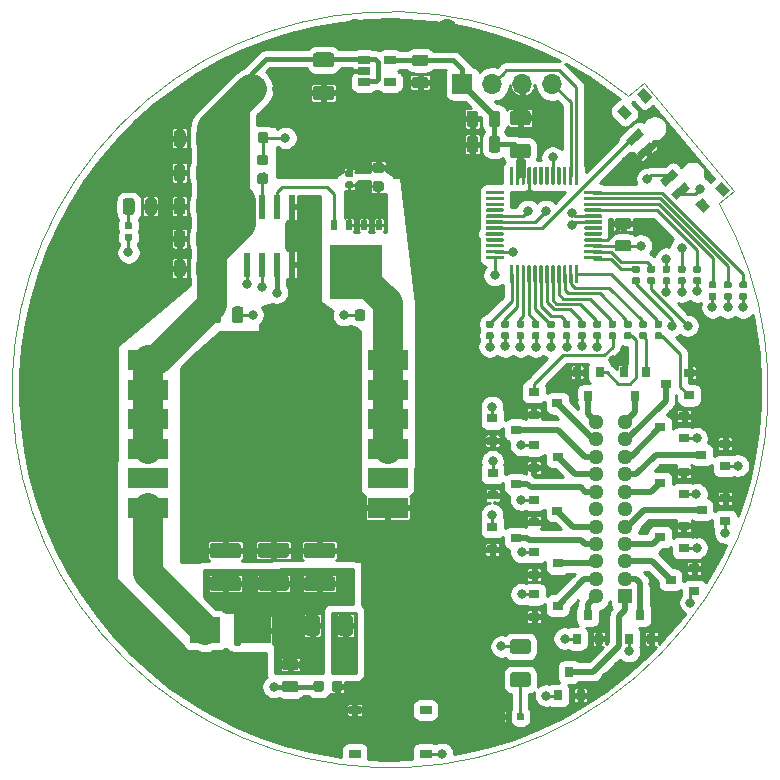
<source format=gbr>
G04 #@! TF.GenerationSoftware,KiCad,Pcbnew,(5.1.5)-3*
G04 #@! TF.CreationDate,2021-12-20T00:15:42-08:00*
G04 #@! TF.ProjectId,watch_v1,77617463-685f-4763-912e-6b696361645f,rev?*
G04 #@! TF.SameCoordinates,Original*
G04 #@! TF.FileFunction,Copper,L1,Top*
G04 #@! TF.FilePolarity,Positive*
%FSLAX46Y46*%
G04 Gerber Fmt 4.6, Leading zero omitted, Abs format (unit mm)*
G04 Created by KiCad (PCBNEW (5.1.5)-3) date 2021-12-20 00:15:42*
%MOMM*%
%LPD*%
G04 APERTURE LIST*
%ADD10C,0.050000*%
%ADD11R,1.000000X0.700000*%
%ADD12C,0.150000*%
%ADD13O,1.300000X1.300000*%
%ADD14R,1.300000X1.300000*%
%ADD15O,1.700000X1.700000*%
%ADD16R,1.700000X1.700000*%
%ADD17R,1.060000X0.650000*%
%ADD18R,0.900000X0.800000*%
%ADD19R,0.800000X0.900000*%
%ADD20C,5.000000*%
%ADD21R,2.500000X2.300000*%
%ADD22R,4.410000X4.550000*%
%ADD23R,0.500000X0.850000*%
%ADD24R,0.600000X2.000000*%
%ADD25R,3.430000X1.790000*%
%ADD26C,0.800000*%
%ADD27C,1.600200*%
%ADD28C,2.540000*%
%ADD29C,0.250000*%
%ADD30C,0.254000*%
%ADD31C,0.381000*%
%ADD32C,0.508000*%
G04 APERTURE END LIST*
D10*
X155752624Y-53294380D02*
G75*
G02X148089479Y-44241041I-27838224J-15793620D01*
G01*
X155752800Y-53294280D02*
X157038040Y-52242720D01*
X149407880Y-43159680D02*
X157038040Y-52242720D01*
X148089480Y-44241040D02*
X149407880Y-43159680D01*
D11*
X130914400Y-99906700D03*
X124914400Y-99906700D03*
X130914400Y-96206700D03*
X124914400Y-96206700D03*
G04 #@! TA.AperFunction,SMDPad,CuDef*
D12*
G36*
X153294534Y-52078637D02*
G01*
X152145467Y-53042818D01*
X151695516Y-52506587D01*
X152844583Y-51542406D01*
X153294534Y-52078637D01*
G37*
G04 #@! TD.AperFunction*
G04 #@! TA.AperFunction,SMDPad,CuDef*
G36*
X152330353Y-50929570D02*
G01*
X151181286Y-51893751D01*
X150731335Y-51357520D01*
X151880402Y-50393339D01*
X152330353Y-50929570D01*
G37*
G04 #@! TD.AperFunction*
G04 #@! TA.AperFunction,SMDPad,CuDef*
G36*
X150401990Y-48631437D02*
G01*
X149252923Y-49595618D01*
X148802972Y-49059387D01*
X149952039Y-48095206D01*
X150401990Y-48631437D01*
G37*
G04 #@! TD.AperFunction*
G04 #@! TA.AperFunction,SMDPad,CuDef*
G36*
X149437808Y-47482370D02*
G01*
X148288741Y-48446551D01*
X147838790Y-47910320D01*
X148987857Y-46946139D01*
X149437808Y-47482370D01*
G37*
G04 #@! TD.AperFunction*
G04 #@! TA.AperFunction,SMDPad,CuDef*
G36*
X155002759Y-53647702D02*
G01*
X154389923Y-54161932D01*
X153747135Y-53395888D01*
X154359971Y-52881658D01*
X155002759Y-53647702D01*
G37*
G04 #@! TD.AperFunction*
G04 #@! TA.AperFunction,SMDPad,CuDef*
G36*
X156688057Y-52233570D02*
G01*
X156075221Y-52747800D01*
X155432433Y-51981756D01*
X156045269Y-51467526D01*
X156688057Y-52233570D01*
G37*
G04 #@! TD.AperFunction*
G04 #@! TA.AperFunction,SMDPad,CuDef*
G36*
X148382047Y-45757444D02*
G01*
X147769211Y-46271674D01*
X147126423Y-45505630D01*
X147739259Y-44991400D01*
X148382047Y-45757444D01*
G37*
G04 #@! TD.AperFunction*
G04 #@! TA.AperFunction,SMDPad,CuDef*
G36*
X150067345Y-44343312D02*
G01*
X149454509Y-44857542D01*
X148811721Y-44091498D01*
X149424557Y-43577268D01*
X150067345Y-44343312D01*
G37*
G04 #@! TD.AperFunction*
G04 #@! TA.AperFunction,SMDPad,CuDef*
G36*
X139587504Y-93003604D02*
G01*
X139611773Y-93007204D01*
X139635571Y-93013165D01*
X139658671Y-93021430D01*
X139680849Y-93031920D01*
X139701893Y-93044533D01*
X139721598Y-93059147D01*
X139739777Y-93075623D01*
X139756253Y-93093802D01*
X139770867Y-93113507D01*
X139783480Y-93134551D01*
X139793970Y-93156729D01*
X139802235Y-93179829D01*
X139808196Y-93203627D01*
X139811796Y-93227896D01*
X139813000Y-93252400D01*
X139813000Y-94002400D01*
X139811796Y-94026904D01*
X139808196Y-94051173D01*
X139802235Y-94074971D01*
X139793970Y-94098071D01*
X139783480Y-94120249D01*
X139770867Y-94141293D01*
X139756253Y-94160998D01*
X139739777Y-94179177D01*
X139721598Y-94195653D01*
X139701893Y-94210267D01*
X139680849Y-94222880D01*
X139658671Y-94233370D01*
X139635571Y-94241635D01*
X139611773Y-94247596D01*
X139587504Y-94251196D01*
X139563000Y-94252400D01*
X138313000Y-94252400D01*
X138288496Y-94251196D01*
X138264227Y-94247596D01*
X138240429Y-94241635D01*
X138217329Y-94233370D01*
X138195151Y-94222880D01*
X138174107Y-94210267D01*
X138154402Y-94195653D01*
X138136223Y-94179177D01*
X138119747Y-94160998D01*
X138105133Y-94141293D01*
X138092520Y-94120249D01*
X138082030Y-94098071D01*
X138073765Y-94074971D01*
X138067804Y-94051173D01*
X138064204Y-94026904D01*
X138063000Y-94002400D01*
X138063000Y-93252400D01*
X138064204Y-93227896D01*
X138067804Y-93203627D01*
X138073765Y-93179829D01*
X138082030Y-93156729D01*
X138092520Y-93134551D01*
X138105133Y-93113507D01*
X138119747Y-93093802D01*
X138136223Y-93075623D01*
X138154402Y-93059147D01*
X138174107Y-93044533D01*
X138195151Y-93031920D01*
X138217329Y-93021430D01*
X138240429Y-93013165D01*
X138264227Y-93007204D01*
X138288496Y-93003604D01*
X138313000Y-93002400D01*
X139563000Y-93002400D01*
X139587504Y-93003604D01*
G37*
G04 #@! TD.AperFunction*
G04 #@! TA.AperFunction,SMDPad,CuDef*
G36*
X139587504Y-90203604D02*
G01*
X139611773Y-90207204D01*
X139635571Y-90213165D01*
X139658671Y-90221430D01*
X139680849Y-90231920D01*
X139701893Y-90244533D01*
X139721598Y-90259147D01*
X139739777Y-90275623D01*
X139756253Y-90293802D01*
X139770867Y-90313507D01*
X139783480Y-90334551D01*
X139793970Y-90356729D01*
X139802235Y-90379829D01*
X139808196Y-90403627D01*
X139811796Y-90427896D01*
X139813000Y-90452400D01*
X139813000Y-91202400D01*
X139811796Y-91226904D01*
X139808196Y-91251173D01*
X139802235Y-91274971D01*
X139793970Y-91298071D01*
X139783480Y-91320249D01*
X139770867Y-91341293D01*
X139756253Y-91360998D01*
X139739777Y-91379177D01*
X139721598Y-91395653D01*
X139701893Y-91410267D01*
X139680849Y-91422880D01*
X139658671Y-91433370D01*
X139635571Y-91441635D01*
X139611773Y-91447596D01*
X139587504Y-91451196D01*
X139563000Y-91452400D01*
X138313000Y-91452400D01*
X138288496Y-91451196D01*
X138264227Y-91447596D01*
X138240429Y-91441635D01*
X138217329Y-91433370D01*
X138195151Y-91422880D01*
X138174107Y-91410267D01*
X138154402Y-91395653D01*
X138136223Y-91379177D01*
X138119747Y-91360998D01*
X138105133Y-91341293D01*
X138092520Y-91320249D01*
X138082030Y-91298071D01*
X138073765Y-91274971D01*
X138067804Y-91251173D01*
X138064204Y-91226904D01*
X138063000Y-91202400D01*
X138063000Y-90452400D01*
X138064204Y-90427896D01*
X138067804Y-90403627D01*
X138073765Y-90379829D01*
X138082030Y-90356729D01*
X138092520Y-90334551D01*
X138105133Y-90313507D01*
X138119747Y-90293802D01*
X138136223Y-90275623D01*
X138154402Y-90259147D01*
X138174107Y-90244533D01*
X138195151Y-90231920D01*
X138217329Y-90221430D01*
X138240429Y-90213165D01*
X138264227Y-90207204D01*
X138288496Y-90203604D01*
X138313000Y-90202400D01*
X139563000Y-90202400D01*
X139587504Y-90203604D01*
G37*
G04 #@! TD.AperFunction*
G04 #@! TA.AperFunction,SMDPad,CuDef*
G36*
X139097278Y-96439470D02*
G01*
X139111596Y-96441594D01*
X139125637Y-96445111D01*
X139139266Y-96449988D01*
X139152351Y-96456177D01*
X139164767Y-96463618D01*
X139176393Y-96472241D01*
X139187118Y-96481962D01*
X139196839Y-96492687D01*
X139205462Y-96504313D01*
X139212903Y-96516729D01*
X139219092Y-96529814D01*
X139223969Y-96543443D01*
X139227486Y-96557484D01*
X139229610Y-96571802D01*
X139230320Y-96586260D01*
X139230320Y-96931260D01*
X139229610Y-96945718D01*
X139227486Y-96960036D01*
X139223969Y-96974077D01*
X139219092Y-96987706D01*
X139212903Y-97000791D01*
X139205462Y-97013207D01*
X139196839Y-97024833D01*
X139187118Y-97035558D01*
X139176393Y-97045279D01*
X139164767Y-97053902D01*
X139152351Y-97061343D01*
X139139266Y-97067532D01*
X139125637Y-97072409D01*
X139111596Y-97075926D01*
X139097278Y-97078050D01*
X139082820Y-97078760D01*
X138787820Y-97078760D01*
X138773362Y-97078050D01*
X138759044Y-97075926D01*
X138745003Y-97072409D01*
X138731374Y-97067532D01*
X138718289Y-97061343D01*
X138705873Y-97053902D01*
X138694247Y-97045279D01*
X138683522Y-97035558D01*
X138673801Y-97024833D01*
X138665178Y-97013207D01*
X138657737Y-97000791D01*
X138651548Y-96987706D01*
X138646671Y-96974077D01*
X138643154Y-96960036D01*
X138641030Y-96945718D01*
X138640320Y-96931260D01*
X138640320Y-96586260D01*
X138641030Y-96571802D01*
X138643154Y-96557484D01*
X138646671Y-96543443D01*
X138651548Y-96529814D01*
X138657737Y-96516729D01*
X138665178Y-96504313D01*
X138673801Y-96492687D01*
X138683522Y-96481962D01*
X138694247Y-96472241D01*
X138705873Y-96463618D01*
X138718289Y-96456177D01*
X138731374Y-96449988D01*
X138745003Y-96445111D01*
X138759044Y-96441594D01*
X138773362Y-96439470D01*
X138787820Y-96438760D01*
X139082820Y-96438760D01*
X139097278Y-96439470D01*
G37*
G04 #@! TD.AperFunction*
G04 #@! TA.AperFunction,SMDPad,CuDef*
G36*
X138127278Y-96439470D02*
G01*
X138141596Y-96441594D01*
X138155637Y-96445111D01*
X138169266Y-96449988D01*
X138182351Y-96456177D01*
X138194767Y-96463618D01*
X138206393Y-96472241D01*
X138217118Y-96481962D01*
X138226839Y-96492687D01*
X138235462Y-96504313D01*
X138242903Y-96516729D01*
X138249092Y-96529814D01*
X138253969Y-96543443D01*
X138257486Y-96557484D01*
X138259610Y-96571802D01*
X138260320Y-96586260D01*
X138260320Y-96931260D01*
X138259610Y-96945718D01*
X138257486Y-96960036D01*
X138253969Y-96974077D01*
X138249092Y-96987706D01*
X138242903Y-97000791D01*
X138235462Y-97013207D01*
X138226839Y-97024833D01*
X138217118Y-97035558D01*
X138206393Y-97045279D01*
X138194767Y-97053902D01*
X138182351Y-97061343D01*
X138169266Y-97067532D01*
X138155637Y-97072409D01*
X138141596Y-97075926D01*
X138127278Y-97078050D01*
X138112820Y-97078760D01*
X137817820Y-97078760D01*
X137803362Y-97078050D01*
X137789044Y-97075926D01*
X137775003Y-97072409D01*
X137761374Y-97067532D01*
X137748289Y-97061343D01*
X137735873Y-97053902D01*
X137724247Y-97045279D01*
X137713522Y-97035558D01*
X137703801Y-97024833D01*
X137695178Y-97013207D01*
X137687737Y-97000791D01*
X137681548Y-96987706D01*
X137676671Y-96974077D01*
X137673154Y-96960036D01*
X137671030Y-96945718D01*
X137670320Y-96931260D01*
X137670320Y-96586260D01*
X137671030Y-96571802D01*
X137673154Y-96557484D01*
X137676671Y-96543443D01*
X137681548Y-96529814D01*
X137687737Y-96516729D01*
X137695178Y-96504313D01*
X137703801Y-96492687D01*
X137713522Y-96481962D01*
X137724247Y-96472241D01*
X137735873Y-96463618D01*
X137748289Y-96456177D01*
X137761374Y-96449988D01*
X137775003Y-96445111D01*
X137789044Y-96441594D01*
X137803362Y-96439470D01*
X137817820Y-96438760D01*
X138112820Y-96438760D01*
X138127278Y-96439470D01*
G37*
G04 #@! TD.AperFunction*
D13*
X145333360Y-71823360D03*
X147833360Y-71823360D03*
X145333360Y-73298360D03*
X147833360Y-73298360D03*
X145333360Y-74773360D03*
X147833360Y-74773360D03*
X145333360Y-76248360D03*
X147833360Y-76248360D03*
X145333360Y-77723360D03*
X147833360Y-77723360D03*
X145333360Y-79198360D03*
X147833360Y-79198360D03*
X145333360Y-80673360D03*
X147833360Y-80673360D03*
X145333360Y-82148360D03*
X147833360Y-82148360D03*
X145333360Y-83623360D03*
X147833360Y-83623360D03*
X145333360Y-85098360D03*
X147833360Y-85098360D03*
X145333360Y-86573360D03*
D14*
X147833360Y-86573360D03*
G04 #@! TA.AperFunction,SMDPad,CuDef*
D12*
G36*
X145770351Y-52243761D02*
G01*
X145777632Y-52244841D01*
X145784771Y-52246629D01*
X145791701Y-52249109D01*
X145798355Y-52252256D01*
X145804668Y-52256040D01*
X145810579Y-52260424D01*
X145816033Y-52265367D01*
X145820976Y-52270821D01*
X145825360Y-52276732D01*
X145829144Y-52283045D01*
X145832291Y-52289699D01*
X145834771Y-52296629D01*
X145836559Y-52303768D01*
X145837639Y-52311049D01*
X145838000Y-52318400D01*
X145838000Y-52468400D01*
X145837639Y-52475751D01*
X145836559Y-52483032D01*
X145834771Y-52490171D01*
X145832291Y-52497101D01*
X145829144Y-52503755D01*
X145825360Y-52510068D01*
X145820976Y-52515979D01*
X145816033Y-52521433D01*
X145810579Y-52526376D01*
X145804668Y-52530760D01*
X145798355Y-52534544D01*
X145791701Y-52537691D01*
X145784771Y-52540171D01*
X145777632Y-52541959D01*
X145770351Y-52543039D01*
X145763000Y-52543400D01*
X144438000Y-52543400D01*
X144430649Y-52543039D01*
X144423368Y-52541959D01*
X144416229Y-52540171D01*
X144409299Y-52537691D01*
X144402645Y-52534544D01*
X144396332Y-52530760D01*
X144390421Y-52526376D01*
X144384967Y-52521433D01*
X144380024Y-52515979D01*
X144375640Y-52510068D01*
X144371856Y-52503755D01*
X144368709Y-52497101D01*
X144366229Y-52490171D01*
X144364441Y-52483032D01*
X144363361Y-52475751D01*
X144363000Y-52468400D01*
X144363000Y-52318400D01*
X144363361Y-52311049D01*
X144364441Y-52303768D01*
X144366229Y-52296629D01*
X144368709Y-52289699D01*
X144371856Y-52283045D01*
X144375640Y-52276732D01*
X144380024Y-52270821D01*
X144384967Y-52265367D01*
X144390421Y-52260424D01*
X144396332Y-52256040D01*
X144402645Y-52252256D01*
X144409299Y-52249109D01*
X144416229Y-52246629D01*
X144423368Y-52244841D01*
X144430649Y-52243761D01*
X144438000Y-52243400D01*
X145763000Y-52243400D01*
X145770351Y-52243761D01*
G37*
G04 #@! TD.AperFunction*
G04 #@! TA.AperFunction,SMDPad,CuDef*
G36*
X145770351Y-52743761D02*
G01*
X145777632Y-52744841D01*
X145784771Y-52746629D01*
X145791701Y-52749109D01*
X145798355Y-52752256D01*
X145804668Y-52756040D01*
X145810579Y-52760424D01*
X145816033Y-52765367D01*
X145820976Y-52770821D01*
X145825360Y-52776732D01*
X145829144Y-52783045D01*
X145832291Y-52789699D01*
X145834771Y-52796629D01*
X145836559Y-52803768D01*
X145837639Y-52811049D01*
X145838000Y-52818400D01*
X145838000Y-52968400D01*
X145837639Y-52975751D01*
X145836559Y-52983032D01*
X145834771Y-52990171D01*
X145832291Y-52997101D01*
X145829144Y-53003755D01*
X145825360Y-53010068D01*
X145820976Y-53015979D01*
X145816033Y-53021433D01*
X145810579Y-53026376D01*
X145804668Y-53030760D01*
X145798355Y-53034544D01*
X145791701Y-53037691D01*
X145784771Y-53040171D01*
X145777632Y-53041959D01*
X145770351Y-53043039D01*
X145763000Y-53043400D01*
X144438000Y-53043400D01*
X144430649Y-53043039D01*
X144423368Y-53041959D01*
X144416229Y-53040171D01*
X144409299Y-53037691D01*
X144402645Y-53034544D01*
X144396332Y-53030760D01*
X144390421Y-53026376D01*
X144384967Y-53021433D01*
X144380024Y-53015979D01*
X144375640Y-53010068D01*
X144371856Y-53003755D01*
X144368709Y-52997101D01*
X144366229Y-52990171D01*
X144364441Y-52983032D01*
X144363361Y-52975751D01*
X144363000Y-52968400D01*
X144363000Y-52818400D01*
X144363361Y-52811049D01*
X144364441Y-52803768D01*
X144366229Y-52796629D01*
X144368709Y-52789699D01*
X144371856Y-52783045D01*
X144375640Y-52776732D01*
X144380024Y-52770821D01*
X144384967Y-52765367D01*
X144390421Y-52760424D01*
X144396332Y-52756040D01*
X144402645Y-52752256D01*
X144409299Y-52749109D01*
X144416229Y-52746629D01*
X144423368Y-52744841D01*
X144430649Y-52743761D01*
X144438000Y-52743400D01*
X145763000Y-52743400D01*
X145770351Y-52743761D01*
G37*
G04 #@! TD.AperFunction*
G04 #@! TA.AperFunction,SMDPad,CuDef*
G36*
X145770351Y-53243761D02*
G01*
X145777632Y-53244841D01*
X145784771Y-53246629D01*
X145791701Y-53249109D01*
X145798355Y-53252256D01*
X145804668Y-53256040D01*
X145810579Y-53260424D01*
X145816033Y-53265367D01*
X145820976Y-53270821D01*
X145825360Y-53276732D01*
X145829144Y-53283045D01*
X145832291Y-53289699D01*
X145834771Y-53296629D01*
X145836559Y-53303768D01*
X145837639Y-53311049D01*
X145838000Y-53318400D01*
X145838000Y-53468400D01*
X145837639Y-53475751D01*
X145836559Y-53483032D01*
X145834771Y-53490171D01*
X145832291Y-53497101D01*
X145829144Y-53503755D01*
X145825360Y-53510068D01*
X145820976Y-53515979D01*
X145816033Y-53521433D01*
X145810579Y-53526376D01*
X145804668Y-53530760D01*
X145798355Y-53534544D01*
X145791701Y-53537691D01*
X145784771Y-53540171D01*
X145777632Y-53541959D01*
X145770351Y-53543039D01*
X145763000Y-53543400D01*
X144438000Y-53543400D01*
X144430649Y-53543039D01*
X144423368Y-53541959D01*
X144416229Y-53540171D01*
X144409299Y-53537691D01*
X144402645Y-53534544D01*
X144396332Y-53530760D01*
X144390421Y-53526376D01*
X144384967Y-53521433D01*
X144380024Y-53515979D01*
X144375640Y-53510068D01*
X144371856Y-53503755D01*
X144368709Y-53497101D01*
X144366229Y-53490171D01*
X144364441Y-53483032D01*
X144363361Y-53475751D01*
X144363000Y-53468400D01*
X144363000Y-53318400D01*
X144363361Y-53311049D01*
X144364441Y-53303768D01*
X144366229Y-53296629D01*
X144368709Y-53289699D01*
X144371856Y-53283045D01*
X144375640Y-53276732D01*
X144380024Y-53270821D01*
X144384967Y-53265367D01*
X144390421Y-53260424D01*
X144396332Y-53256040D01*
X144402645Y-53252256D01*
X144409299Y-53249109D01*
X144416229Y-53246629D01*
X144423368Y-53244841D01*
X144430649Y-53243761D01*
X144438000Y-53243400D01*
X145763000Y-53243400D01*
X145770351Y-53243761D01*
G37*
G04 #@! TD.AperFunction*
G04 #@! TA.AperFunction,SMDPad,CuDef*
G36*
X145770351Y-53743761D02*
G01*
X145777632Y-53744841D01*
X145784771Y-53746629D01*
X145791701Y-53749109D01*
X145798355Y-53752256D01*
X145804668Y-53756040D01*
X145810579Y-53760424D01*
X145816033Y-53765367D01*
X145820976Y-53770821D01*
X145825360Y-53776732D01*
X145829144Y-53783045D01*
X145832291Y-53789699D01*
X145834771Y-53796629D01*
X145836559Y-53803768D01*
X145837639Y-53811049D01*
X145838000Y-53818400D01*
X145838000Y-53968400D01*
X145837639Y-53975751D01*
X145836559Y-53983032D01*
X145834771Y-53990171D01*
X145832291Y-53997101D01*
X145829144Y-54003755D01*
X145825360Y-54010068D01*
X145820976Y-54015979D01*
X145816033Y-54021433D01*
X145810579Y-54026376D01*
X145804668Y-54030760D01*
X145798355Y-54034544D01*
X145791701Y-54037691D01*
X145784771Y-54040171D01*
X145777632Y-54041959D01*
X145770351Y-54043039D01*
X145763000Y-54043400D01*
X144438000Y-54043400D01*
X144430649Y-54043039D01*
X144423368Y-54041959D01*
X144416229Y-54040171D01*
X144409299Y-54037691D01*
X144402645Y-54034544D01*
X144396332Y-54030760D01*
X144390421Y-54026376D01*
X144384967Y-54021433D01*
X144380024Y-54015979D01*
X144375640Y-54010068D01*
X144371856Y-54003755D01*
X144368709Y-53997101D01*
X144366229Y-53990171D01*
X144364441Y-53983032D01*
X144363361Y-53975751D01*
X144363000Y-53968400D01*
X144363000Y-53818400D01*
X144363361Y-53811049D01*
X144364441Y-53803768D01*
X144366229Y-53796629D01*
X144368709Y-53789699D01*
X144371856Y-53783045D01*
X144375640Y-53776732D01*
X144380024Y-53770821D01*
X144384967Y-53765367D01*
X144390421Y-53760424D01*
X144396332Y-53756040D01*
X144402645Y-53752256D01*
X144409299Y-53749109D01*
X144416229Y-53746629D01*
X144423368Y-53744841D01*
X144430649Y-53743761D01*
X144438000Y-53743400D01*
X145763000Y-53743400D01*
X145770351Y-53743761D01*
G37*
G04 #@! TD.AperFunction*
G04 #@! TA.AperFunction,SMDPad,CuDef*
G36*
X145770351Y-54243761D02*
G01*
X145777632Y-54244841D01*
X145784771Y-54246629D01*
X145791701Y-54249109D01*
X145798355Y-54252256D01*
X145804668Y-54256040D01*
X145810579Y-54260424D01*
X145816033Y-54265367D01*
X145820976Y-54270821D01*
X145825360Y-54276732D01*
X145829144Y-54283045D01*
X145832291Y-54289699D01*
X145834771Y-54296629D01*
X145836559Y-54303768D01*
X145837639Y-54311049D01*
X145838000Y-54318400D01*
X145838000Y-54468400D01*
X145837639Y-54475751D01*
X145836559Y-54483032D01*
X145834771Y-54490171D01*
X145832291Y-54497101D01*
X145829144Y-54503755D01*
X145825360Y-54510068D01*
X145820976Y-54515979D01*
X145816033Y-54521433D01*
X145810579Y-54526376D01*
X145804668Y-54530760D01*
X145798355Y-54534544D01*
X145791701Y-54537691D01*
X145784771Y-54540171D01*
X145777632Y-54541959D01*
X145770351Y-54543039D01*
X145763000Y-54543400D01*
X144438000Y-54543400D01*
X144430649Y-54543039D01*
X144423368Y-54541959D01*
X144416229Y-54540171D01*
X144409299Y-54537691D01*
X144402645Y-54534544D01*
X144396332Y-54530760D01*
X144390421Y-54526376D01*
X144384967Y-54521433D01*
X144380024Y-54515979D01*
X144375640Y-54510068D01*
X144371856Y-54503755D01*
X144368709Y-54497101D01*
X144366229Y-54490171D01*
X144364441Y-54483032D01*
X144363361Y-54475751D01*
X144363000Y-54468400D01*
X144363000Y-54318400D01*
X144363361Y-54311049D01*
X144364441Y-54303768D01*
X144366229Y-54296629D01*
X144368709Y-54289699D01*
X144371856Y-54283045D01*
X144375640Y-54276732D01*
X144380024Y-54270821D01*
X144384967Y-54265367D01*
X144390421Y-54260424D01*
X144396332Y-54256040D01*
X144402645Y-54252256D01*
X144409299Y-54249109D01*
X144416229Y-54246629D01*
X144423368Y-54244841D01*
X144430649Y-54243761D01*
X144438000Y-54243400D01*
X145763000Y-54243400D01*
X145770351Y-54243761D01*
G37*
G04 #@! TD.AperFunction*
G04 #@! TA.AperFunction,SMDPad,CuDef*
G36*
X145770351Y-54743761D02*
G01*
X145777632Y-54744841D01*
X145784771Y-54746629D01*
X145791701Y-54749109D01*
X145798355Y-54752256D01*
X145804668Y-54756040D01*
X145810579Y-54760424D01*
X145816033Y-54765367D01*
X145820976Y-54770821D01*
X145825360Y-54776732D01*
X145829144Y-54783045D01*
X145832291Y-54789699D01*
X145834771Y-54796629D01*
X145836559Y-54803768D01*
X145837639Y-54811049D01*
X145838000Y-54818400D01*
X145838000Y-54968400D01*
X145837639Y-54975751D01*
X145836559Y-54983032D01*
X145834771Y-54990171D01*
X145832291Y-54997101D01*
X145829144Y-55003755D01*
X145825360Y-55010068D01*
X145820976Y-55015979D01*
X145816033Y-55021433D01*
X145810579Y-55026376D01*
X145804668Y-55030760D01*
X145798355Y-55034544D01*
X145791701Y-55037691D01*
X145784771Y-55040171D01*
X145777632Y-55041959D01*
X145770351Y-55043039D01*
X145763000Y-55043400D01*
X144438000Y-55043400D01*
X144430649Y-55043039D01*
X144423368Y-55041959D01*
X144416229Y-55040171D01*
X144409299Y-55037691D01*
X144402645Y-55034544D01*
X144396332Y-55030760D01*
X144390421Y-55026376D01*
X144384967Y-55021433D01*
X144380024Y-55015979D01*
X144375640Y-55010068D01*
X144371856Y-55003755D01*
X144368709Y-54997101D01*
X144366229Y-54990171D01*
X144364441Y-54983032D01*
X144363361Y-54975751D01*
X144363000Y-54968400D01*
X144363000Y-54818400D01*
X144363361Y-54811049D01*
X144364441Y-54803768D01*
X144366229Y-54796629D01*
X144368709Y-54789699D01*
X144371856Y-54783045D01*
X144375640Y-54776732D01*
X144380024Y-54770821D01*
X144384967Y-54765367D01*
X144390421Y-54760424D01*
X144396332Y-54756040D01*
X144402645Y-54752256D01*
X144409299Y-54749109D01*
X144416229Y-54746629D01*
X144423368Y-54744841D01*
X144430649Y-54743761D01*
X144438000Y-54743400D01*
X145763000Y-54743400D01*
X145770351Y-54743761D01*
G37*
G04 #@! TD.AperFunction*
G04 #@! TA.AperFunction,SMDPad,CuDef*
G36*
X145770351Y-55243761D02*
G01*
X145777632Y-55244841D01*
X145784771Y-55246629D01*
X145791701Y-55249109D01*
X145798355Y-55252256D01*
X145804668Y-55256040D01*
X145810579Y-55260424D01*
X145816033Y-55265367D01*
X145820976Y-55270821D01*
X145825360Y-55276732D01*
X145829144Y-55283045D01*
X145832291Y-55289699D01*
X145834771Y-55296629D01*
X145836559Y-55303768D01*
X145837639Y-55311049D01*
X145838000Y-55318400D01*
X145838000Y-55468400D01*
X145837639Y-55475751D01*
X145836559Y-55483032D01*
X145834771Y-55490171D01*
X145832291Y-55497101D01*
X145829144Y-55503755D01*
X145825360Y-55510068D01*
X145820976Y-55515979D01*
X145816033Y-55521433D01*
X145810579Y-55526376D01*
X145804668Y-55530760D01*
X145798355Y-55534544D01*
X145791701Y-55537691D01*
X145784771Y-55540171D01*
X145777632Y-55541959D01*
X145770351Y-55543039D01*
X145763000Y-55543400D01*
X144438000Y-55543400D01*
X144430649Y-55543039D01*
X144423368Y-55541959D01*
X144416229Y-55540171D01*
X144409299Y-55537691D01*
X144402645Y-55534544D01*
X144396332Y-55530760D01*
X144390421Y-55526376D01*
X144384967Y-55521433D01*
X144380024Y-55515979D01*
X144375640Y-55510068D01*
X144371856Y-55503755D01*
X144368709Y-55497101D01*
X144366229Y-55490171D01*
X144364441Y-55483032D01*
X144363361Y-55475751D01*
X144363000Y-55468400D01*
X144363000Y-55318400D01*
X144363361Y-55311049D01*
X144364441Y-55303768D01*
X144366229Y-55296629D01*
X144368709Y-55289699D01*
X144371856Y-55283045D01*
X144375640Y-55276732D01*
X144380024Y-55270821D01*
X144384967Y-55265367D01*
X144390421Y-55260424D01*
X144396332Y-55256040D01*
X144402645Y-55252256D01*
X144409299Y-55249109D01*
X144416229Y-55246629D01*
X144423368Y-55244841D01*
X144430649Y-55243761D01*
X144438000Y-55243400D01*
X145763000Y-55243400D01*
X145770351Y-55243761D01*
G37*
G04 #@! TD.AperFunction*
G04 #@! TA.AperFunction,SMDPad,CuDef*
G36*
X145770351Y-55743761D02*
G01*
X145777632Y-55744841D01*
X145784771Y-55746629D01*
X145791701Y-55749109D01*
X145798355Y-55752256D01*
X145804668Y-55756040D01*
X145810579Y-55760424D01*
X145816033Y-55765367D01*
X145820976Y-55770821D01*
X145825360Y-55776732D01*
X145829144Y-55783045D01*
X145832291Y-55789699D01*
X145834771Y-55796629D01*
X145836559Y-55803768D01*
X145837639Y-55811049D01*
X145838000Y-55818400D01*
X145838000Y-55968400D01*
X145837639Y-55975751D01*
X145836559Y-55983032D01*
X145834771Y-55990171D01*
X145832291Y-55997101D01*
X145829144Y-56003755D01*
X145825360Y-56010068D01*
X145820976Y-56015979D01*
X145816033Y-56021433D01*
X145810579Y-56026376D01*
X145804668Y-56030760D01*
X145798355Y-56034544D01*
X145791701Y-56037691D01*
X145784771Y-56040171D01*
X145777632Y-56041959D01*
X145770351Y-56043039D01*
X145763000Y-56043400D01*
X144438000Y-56043400D01*
X144430649Y-56043039D01*
X144423368Y-56041959D01*
X144416229Y-56040171D01*
X144409299Y-56037691D01*
X144402645Y-56034544D01*
X144396332Y-56030760D01*
X144390421Y-56026376D01*
X144384967Y-56021433D01*
X144380024Y-56015979D01*
X144375640Y-56010068D01*
X144371856Y-56003755D01*
X144368709Y-55997101D01*
X144366229Y-55990171D01*
X144364441Y-55983032D01*
X144363361Y-55975751D01*
X144363000Y-55968400D01*
X144363000Y-55818400D01*
X144363361Y-55811049D01*
X144364441Y-55803768D01*
X144366229Y-55796629D01*
X144368709Y-55789699D01*
X144371856Y-55783045D01*
X144375640Y-55776732D01*
X144380024Y-55770821D01*
X144384967Y-55765367D01*
X144390421Y-55760424D01*
X144396332Y-55756040D01*
X144402645Y-55752256D01*
X144409299Y-55749109D01*
X144416229Y-55746629D01*
X144423368Y-55744841D01*
X144430649Y-55743761D01*
X144438000Y-55743400D01*
X145763000Y-55743400D01*
X145770351Y-55743761D01*
G37*
G04 #@! TD.AperFunction*
G04 #@! TA.AperFunction,SMDPad,CuDef*
G36*
X145770351Y-56243761D02*
G01*
X145777632Y-56244841D01*
X145784771Y-56246629D01*
X145791701Y-56249109D01*
X145798355Y-56252256D01*
X145804668Y-56256040D01*
X145810579Y-56260424D01*
X145816033Y-56265367D01*
X145820976Y-56270821D01*
X145825360Y-56276732D01*
X145829144Y-56283045D01*
X145832291Y-56289699D01*
X145834771Y-56296629D01*
X145836559Y-56303768D01*
X145837639Y-56311049D01*
X145838000Y-56318400D01*
X145838000Y-56468400D01*
X145837639Y-56475751D01*
X145836559Y-56483032D01*
X145834771Y-56490171D01*
X145832291Y-56497101D01*
X145829144Y-56503755D01*
X145825360Y-56510068D01*
X145820976Y-56515979D01*
X145816033Y-56521433D01*
X145810579Y-56526376D01*
X145804668Y-56530760D01*
X145798355Y-56534544D01*
X145791701Y-56537691D01*
X145784771Y-56540171D01*
X145777632Y-56541959D01*
X145770351Y-56543039D01*
X145763000Y-56543400D01*
X144438000Y-56543400D01*
X144430649Y-56543039D01*
X144423368Y-56541959D01*
X144416229Y-56540171D01*
X144409299Y-56537691D01*
X144402645Y-56534544D01*
X144396332Y-56530760D01*
X144390421Y-56526376D01*
X144384967Y-56521433D01*
X144380024Y-56515979D01*
X144375640Y-56510068D01*
X144371856Y-56503755D01*
X144368709Y-56497101D01*
X144366229Y-56490171D01*
X144364441Y-56483032D01*
X144363361Y-56475751D01*
X144363000Y-56468400D01*
X144363000Y-56318400D01*
X144363361Y-56311049D01*
X144364441Y-56303768D01*
X144366229Y-56296629D01*
X144368709Y-56289699D01*
X144371856Y-56283045D01*
X144375640Y-56276732D01*
X144380024Y-56270821D01*
X144384967Y-56265367D01*
X144390421Y-56260424D01*
X144396332Y-56256040D01*
X144402645Y-56252256D01*
X144409299Y-56249109D01*
X144416229Y-56246629D01*
X144423368Y-56244841D01*
X144430649Y-56243761D01*
X144438000Y-56243400D01*
X145763000Y-56243400D01*
X145770351Y-56243761D01*
G37*
G04 #@! TD.AperFunction*
G04 #@! TA.AperFunction,SMDPad,CuDef*
G36*
X145770351Y-56743761D02*
G01*
X145777632Y-56744841D01*
X145784771Y-56746629D01*
X145791701Y-56749109D01*
X145798355Y-56752256D01*
X145804668Y-56756040D01*
X145810579Y-56760424D01*
X145816033Y-56765367D01*
X145820976Y-56770821D01*
X145825360Y-56776732D01*
X145829144Y-56783045D01*
X145832291Y-56789699D01*
X145834771Y-56796629D01*
X145836559Y-56803768D01*
X145837639Y-56811049D01*
X145838000Y-56818400D01*
X145838000Y-56968400D01*
X145837639Y-56975751D01*
X145836559Y-56983032D01*
X145834771Y-56990171D01*
X145832291Y-56997101D01*
X145829144Y-57003755D01*
X145825360Y-57010068D01*
X145820976Y-57015979D01*
X145816033Y-57021433D01*
X145810579Y-57026376D01*
X145804668Y-57030760D01*
X145798355Y-57034544D01*
X145791701Y-57037691D01*
X145784771Y-57040171D01*
X145777632Y-57041959D01*
X145770351Y-57043039D01*
X145763000Y-57043400D01*
X144438000Y-57043400D01*
X144430649Y-57043039D01*
X144423368Y-57041959D01*
X144416229Y-57040171D01*
X144409299Y-57037691D01*
X144402645Y-57034544D01*
X144396332Y-57030760D01*
X144390421Y-57026376D01*
X144384967Y-57021433D01*
X144380024Y-57015979D01*
X144375640Y-57010068D01*
X144371856Y-57003755D01*
X144368709Y-56997101D01*
X144366229Y-56990171D01*
X144364441Y-56983032D01*
X144363361Y-56975751D01*
X144363000Y-56968400D01*
X144363000Y-56818400D01*
X144363361Y-56811049D01*
X144364441Y-56803768D01*
X144366229Y-56796629D01*
X144368709Y-56789699D01*
X144371856Y-56783045D01*
X144375640Y-56776732D01*
X144380024Y-56770821D01*
X144384967Y-56765367D01*
X144390421Y-56760424D01*
X144396332Y-56756040D01*
X144402645Y-56752256D01*
X144409299Y-56749109D01*
X144416229Y-56746629D01*
X144423368Y-56744841D01*
X144430649Y-56743761D01*
X144438000Y-56743400D01*
X145763000Y-56743400D01*
X145770351Y-56743761D01*
G37*
G04 #@! TD.AperFunction*
G04 #@! TA.AperFunction,SMDPad,CuDef*
G36*
X145770351Y-57243761D02*
G01*
X145777632Y-57244841D01*
X145784771Y-57246629D01*
X145791701Y-57249109D01*
X145798355Y-57252256D01*
X145804668Y-57256040D01*
X145810579Y-57260424D01*
X145816033Y-57265367D01*
X145820976Y-57270821D01*
X145825360Y-57276732D01*
X145829144Y-57283045D01*
X145832291Y-57289699D01*
X145834771Y-57296629D01*
X145836559Y-57303768D01*
X145837639Y-57311049D01*
X145838000Y-57318400D01*
X145838000Y-57468400D01*
X145837639Y-57475751D01*
X145836559Y-57483032D01*
X145834771Y-57490171D01*
X145832291Y-57497101D01*
X145829144Y-57503755D01*
X145825360Y-57510068D01*
X145820976Y-57515979D01*
X145816033Y-57521433D01*
X145810579Y-57526376D01*
X145804668Y-57530760D01*
X145798355Y-57534544D01*
X145791701Y-57537691D01*
X145784771Y-57540171D01*
X145777632Y-57541959D01*
X145770351Y-57543039D01*
X145763000Y-57543400D01*
X144438000Y-57543400D01*
X144430649Y-57543039D01*
X144423368Y-57541959D01*
X144416229Y-57540171D01*
X144409299Y-57537691D01*
X144402645Y-57534544D01*
X144396332Y-57530760D01*
X144390421Y-57526376D01*
X144384967Y-57521433D01*
X144380024Y-57515979D01*
X144375640Y-57510068D01*
X144371856Y-57503755D01*
X144368709Y-57497101D01*
X144366229Y-57490171D01*
X144364441Y-57483032D01*
X144363361Y-57475751D01*
X144363000Y-57468400D01*
X144363000Y-57318400D01*
X144363361Y-57311049D01*
X144364441Y-57303768D01*
X144366229Y-57296629D01*
X144368709Y-57289699D01*
X144371856Y-57283045D01*
X144375640Y-57276732D01*
X144380024Y-57270821D01*
X144384967Y-57265367D01*
X144390421Y-57260424D01*
X144396332Y-57256040D01*
X144402645Y-57252256D01*
X144409299Y-57249109D01*
X144416229Y-57246629D01*
X144423368Y-57244841D01*
X144430649Y-57243761D01*
X144438000Y-57243400D01*
X145763000Y-57243400D01*
X145770351Y-57243761D01*
G37*
G04 #@! TD.AperFunction*
G04 #@! TA.AperFunction,SMDPad,CuDef*
G36*
X145770351Y-57743761D02*
G01*
X145777632Y-57744841D01*
X145784771Y-57746629D01*
X145791701Y-57749109D01*
X145798355Y-57752256D01*
X145804668Y-57756040D01*
X145810579Y-57760424D01*
X145816033Y-57765367D01*
X145820976Y-57770821D01*
X145825360Y-57776732D01*
X145829144Y-57783045D01*
X145832291Y-57789699D01*
X145834771Y-57796629D01*
X145836559Y-57803768D01*
X145837639Y-57811049D01*
X145838000Y-57818400D01*
X145838000Y-57968400D01*
X145837639Y-57975751D01*
X145836559Y-57983032D01*
X145834771Y-57990171D01*
X145832291Y-57997101D01*
X145829144Y-58003755D01*
X145825360Y-58010068D01*
X145820976Y-58015979D01*
X145816033Y-58021433D01*
X145810579Y-58026376D01*
X145804668Y-58030760D01*
X145798355Y-58034544D01*
X145791701Y-58037691D01*
X145784771Y-58040171D01*
X145777632Y-58041959D01*
X145770351Y-58043039D01*
X145763000Y-58043400D01*
X144438000Y-58043400D01*
X144430649Y-58043039D01*
X144423368Y-58041959D01*
X144416229Y-58040171D01*
X144409299Y-58037691D01*
X144402645Y-58034544D01*
X144396332Y-58030760D01*
X144390421Y-58026376D01*
X144384967Y-58021433D01*
X144380024Y-58015979D01*
X144375640Y-58010068D01*
X144371856Y-58003755D01*
X144368709Y-57997101D01*
X144366229Y-57990171D01*
X144364441Y-57983032D01*
X144363361Y-57975751D01*
X144363000Y-57968400D01*
X144363000Y-57818400D01*
X144363361Y-57811049D01*
X144364441Y-57803768D01*
X144366229Y-57796629D01*
X144368709Y-57789699D01*
X144371856Y-57783045D01*
X144375640Y-57776732D01*
X144380024Y-57770821D01*
X144384967Y-57765367D01*
X144390421Y-57760424D01*
X144396332Y-57756040D01*
X144402645Y-57752256D01*
X144409299Y-57749109D01*
X144416229Y-57746629D01*
X144423368Y-57744841D01*
X144430649Y-57743761D01*
X144438000Y-57743400D01*
X145763000Y-57743400D01*
X145770351Y-57743761D01*
G37*
G04 #@! TD.AperFunction*
G04 #@! TA.AperFunction,SMDPad,CuDef*
G36*
X143770351Y-58568761D02*
G01*
X143777632Y-58569841D01*
X143784771Y-58571629D01*
X143791701Y-58574109D01*
X143798355Y-58577256D01*
X143804668Y-58581040D01*
X143810579Y-58585424D01*
X143816033Y-58590367D01*
X143820976Y-58595821D01*
X143825360Y-58601732D01*
X143829144Y-58608045D01*
X143832291Y-58614699D01*
X143834771Y-58621629D01*
X143836559Y-58628768D01*
X143837639Y-58636049D01*
X143838000Y-58643400D01*
X143838000Y-59968400D01*
X143837639Y-59975751D01*
X143836559Y-59983032D01*
X143834771Y-59990171D01*
X143832291Y-59997101D01*
X143829144Y-60003755D01*
X143825360Y-60010068D01*
X143820976Y-60015979D01*
X143816033Y-60021433D01*
X143810579Y-60026376D01*
X143804668Y-60030760D01*
X143798355Y-60034544D01*
X143791701Y-60037691D01*
X143784771Y-60040171D01*
X143777632Y-60041959D01*
X143770351Y-60043039D01*
X143763000Y-60043400D01*
X143613000Y-60043400D01*
X143605649Y-60043039D01*
X143598368Y-60041959D01*
X143591229Y-60040171D01*
X143584299Y-60037691D01*
X143577645Y-60034544D01*
X143571332Y-60030760D01*
X143565421Y-60026376D01*
X143559967Y-60021433D01*
X143555024Y-60015979D01*
X143550640Y-60010068D01*
X143546856Y-60003755D01*
X143543709Y-59997101D01*
X143541229Y-59990171D01*
X143539441Y-59983032D01*
X143538361Y-59975751D01*
X143538000Y-59968400D01*
X143538000Y-58643400D01*
X143538361Y-58636049D01*
X143539441Y-58628768D01*
X143541229Y-58621629D01*
X143543709Y-58614699D01*
X143546856Y-58608045D01*
X143550640Y-58601732D01*
X143555024Y-58595821D01*
X143559967Y-58590367D01*
X143565421Y-58585424D01*
X143571332Y-58581040D01*
X143577645Y-58577256D01*
X143584299Y-58574109D01*
X143591229Y-58571629D01*
X143598368Y-58569841D01*
X143605649Y-58568761D01*
X143613000Y-58568400D01*
X143763000Y-58568400D01*
X143770351Y-58568761D01*
G37*
G04 #@! TD.AperFunction*
G04 #@! TA.AperFunction,SMDPad,CuDef*
G36*
X143270351Y-58568761D02*
G01*
X143277632Y-58569841D01*
X143284771Y-58571629D01*
X143291701Y-58574109D01*
X143298355Y-58577256D01*
X143304668Y-58581040D01*
X143310579Y-58585424D01*
X143316033Y-58590367D01*
X143320976Y-58595821D01*
X143325360Y-58601732D01*
X143329144Y-58608045D01*
X143332291Y-58614699D01*
X143334771Y-58621629D01*
X143336559Y-58628768D01*
X143337639Y-58636049D01*
X143338000Y-58643400D01*
X143338000Y-59968400D01*
X143337639Y-59975751D01*
X143336559Y-59983032D01*
X143334771Y-59990171D01*
X143332291Y-59997101D01*
X143329144Y-60003755D01*
X143325360Y-60010068D01*
X143320976Y-60015979D01*
X143316033Y-60021433D01*
X143310579Y-60026376D01*
X143304668Y-60030760D01*
X143298355Y-60034544D01*
X143291701Y-60037691D01*
X143284771Y-60040171D01*
X143277632Y-60041959D01*
X143270351Y-60043039D01*
X143263000Y-60043400D01*
X143113000Y-60043400D01*
X143105649Y-60043039D01*
X143098368Y-60041959D01*
X143091229Y-60040171D01*
X143084299Y-60037691D01*
X143077645Y-60034544D01*
X143071332Y-60030760D01*
X143065421Y-60026376D01*
X143059967Y-60021433D01*
X143055024Y-60015979D01*
X143050640Y-60010068D01*
X143046856Y-60003755D01*
X143043709Y-59997101D01*
X143041229Y-59990171D01*
X143039441Y-59983032D01*
X143038361Y-59975751D01*
X143038000Y-59968400D01*
X143038000Y-58643400D01*
X143038361Y-58636049D01*
X143039441Y-58628768D01*
X143041229Y-58621629D01*
X143043709Y-58614699D01*
X143046856Y-58608045D01*
X143050640Y-58601732D01*
X143055024Y-58595821D01*
X143059967Y-58590367D01*
X143065421Y-58585424D01*
X143071332Y-58581040D01*
X143077645Y-58577256D01*
X143084299Y-58574109D01*
X143091229Y-58571629D01*
X143098368Y-58569841D01*
X143105649Y-58568761D01*
X143113000Y-58568400D01*
X143263000Y-58568400D01*
X143270351Y-58568761D01*
G37*
G04 #@! TD.AperFunction*
G04 #@! TA.AperFunction,SMDPad,CuDef*
G36*
X142770351Y-58568761D02*
G01*
X142777632Y-58569841D01*
X142784771Y-58571629D01*
X142791701Y-58574109D01*
X142798355Y-58577256D01*
X142804668Y-58581040D01*
X142810579Y-58585424D01*
X142816033Y-58590367D01*
X142820976Y-58595821D01*
X142825360Y-58601732D01*
X142829144Y-58608045D01*
X142832291Y-58614699D01*
X142834771Y-58621629D01*
X142836559Y-58628768D01*
X142837639Y-58636049D01*
X142838000Y-58643400D01*
X142838000Y-59968400D01*
X142837639Y-59975751D01*
X142836559Y-59983032D01*
X142834771Y-59990171D01*
X142832291Y-59997101D01*
X142829144Y-60003755D01*
X142825360Y-60010068D01*
X142820976Y-60015979D01*
X142816033Y-60021433D01*
X142810579Y-60026376D01*
X142804668Y-60030760D01*
X142798355Y-60034544D01*
X142791701Y-60037691D01*
X142784771Y-60040171D01*
X142777632Y-60041959D01*
X142770351Y-60043039D01*
X142763000Y-60043400D01*
X142613000Y-60043400D01*
X142605649Y-60043039D01*
X142598368Y-60041959D01*
X142591229Y-60040171D01*
X142584299Y-60037691D01*
X142577645Y-60034544D01*
X142571332Y-60030760D01*
X142565421Y-60026376D01*
X142559967Y-60021433D01*
X142555024Y-60015979D01*
X142550640Y-60010068D01*
X142546856Y-60003755D01*
X142543709Y-59997101D01*
X142541229Y-59990171D01*
X142539441Y-59983032D01*
X142538361Y-59975751D01*
X142538000Y-59968400D01*
X142538000Y-58643400D01*
X142538361Y-58636049D01*
X142539441Y-58628768D01*
X142541229Y-58621629D01*
X142543709Y-58614699D01*
X142546856Y-58608045D01*
X142550640Y-58601732D01*
X142555024Y-58595821D01*
X142559967Y-58590367D01*
X142565421Y-58585424D01*
X142571332Y-58581040D01*
X142577645Y-58577256D01*
X142584299Y-58574109D01*
X142591229Y-58571629D01*
X142598368Y-58569841D01*
X142605649Y-58568761D01*
X142613000Y-58568400D01*
X142763000Y-58568400D01*
X142770351Y-58568761D01*
G37*
G04 #@! TD.AperFunction*
G04 #@! TA.AperFunction,SMDPad,CuDef*
G36*
X142270351Y-58568761D02*
G01*
X142277632Y-58569841D01*
X142284771Y-58571629D01*
X142291701Y-58574109D01*
X142298355Y-58577256D01*
X142304668Y-58581040D01*
X142310579Y-58585424D01*
X142316033Y-58590367D01*
X142320976Y-58595821D01*
X142325360Y-58601732D01*
X142329144Y-58608045D01*
X142332291Y-58614699D01*
X142334771Y-58621629D01*
X142336559Y-58628768D01*
X142337639Y-58636049D01*
X142338000Y-58643400D01*
X142338000Y-59968400D01*
X142337639Y-59975751D01*
X142336559Y-59983032D01*
X142334771Y-59990171D01*
X142332291Y-59997101D01*
X142329144Y-60003755D01*
X142325360Y-60010068D01*
X142320976Y-60015979D01*
X142316033Y-60021433D01*
X142310579Y-60026376D01*
X142304668Y-60030760D01*
X142298355Y-60034544D01*
X142291701Y-60037691D01*
X142284771Y-60040171D01*
X142277632Y-60041959D01*
X142270351Y-60043039D01*
X142263000Y-60043400D01*
X142113000Y-60043400D01*
X142105649Y-60043039D01*
X142098368Y-60041959D01*
X142091229Y-60040171D01*
X142084299Y-60037691D01*
X142077645Y-60034544D01*
X142071332Y-60030760D01*
X142065421Y-60026376D01*
X142059967Y-60021433D01*
X142055024Y-60015979D01*
X142050640Y-60010068D01*
X142046856Y-60003755D01*
X142043709Y-59997101D01*
X142041229Y-59990171D01*
X142039441Y-59983032D01*
X142038361Y-59975751D01*
X142038000Y-59968400D01*
X142038000Y-58643400D01*
X142038361Y-58636049D01*
X142039441Y-58628768D01*
X142041229Y-58621629D01*
X142043709Y-58614699D01*
X142046856Y-58608045D01*
X142050640Y-58601732D01*
X142055024Y-58595821D01*
X142059967Y-58590367D01*
X142065421Y-58585424D01*
X142071332Y-58581040D01*
X142077645Y-58577256D01*
X142084299Y-58574109D01*
X142091229Y-58571629D01*
X142098368Y-58569841D01*
X142105649Y-58568761D01*
X142113000Y-58568400D01*
X142263000Y-58568400D01*
X142270351Y-58568761D01*
G37*
G04 #@! TD.AperFunction*
G04 #@! TA.AperFunction,SMDPad,CuDef*
G36*
X141770351Y-58568761D02*
G01*
X141777632Y-58569841D01*
X141784771Y-58571629D01*
X141791701Y-58574109D01*
X141798355Y-58577256D01*
X141804668Y-58581040D01*
X141810579Y-58585424D01*
X141816033Y-58590367D01*
X141820976Y-58595821D01*
X141825360Y-58601732D01*
X141829144Y-58608045D01*
X141832291Y-58614699D01*
X141834771Y-58621629D01*
X141836559Y-58628768D01*
X141837639Y-58636049D01*
X141838000Y-58643400D01*
X141838000Y-59968400D01*
X141837639Y-59975751D01*
X141836559Y-59983032D01*
X141834771Y-59990171D01*
X141832291Y-59997101D01*
X141829144Y-60003755D01*
X141825360Y-60010068D01*
X141820976Y-60015979D01*
X141816033Y-60021433D01*
X141810579Y-60026376D01*
X141804668Y-60030760D01*
X141798355Y-60034544D01*
X141791701Y-60037691D01*
X141784771Y-60040171D01*
X141777632Y-60041959D01*
X141770351Y-60043039D01*
X141763000Y-60043400D01*
X141613000Y-60043400D01*
X141605649Y-60043039D01*
X141598368Y-60041959D01*
X141591229Y-60040171D01*
X141584299Y-60037691D01*
X141577645Y-60034544D01*
X141571332Y-60030760D01*
X141565421Y-60026376D01*
X141559967Y-60021433D01*
X141555024Y-60015979D01*
X141550640Y-60010068D01*
X141546856Y-60003755D01*
X141543709Y-59997101D01*
X141541229Y-59990171D01*
X141539441Y-59983032D01*
X141538361Y-59975751D01*
X141538000Y-59968400D01*
X141538000Y-58643400D01*
X141538361Y-58636049D01*
X141539441Y-58628768D01*
X141541229Y-58621629D01*
X141543709Y-58614699D01*
X141546856Y-58608045D01*
X141550640Y-58601732D01*
X141555024Y-58595821D01*
X141559967Y-58590367D01*
X141565421Y-58585424D01*
X141571332Y-58581040D01*
X141577645Y-58577256D01*
X141584299Y-58574109D01*
X141591229Y-58571629D01*
X141598368Y-58569841D01*
X141605649Y-58568761D01*
X141613000Y-58568400D01*
X141763000Y-58568400D01*
X141770351Y-58568761D01*
G37*
G04 #@! TD.AperFunction*
G04 #@! TA.AperFunction,SMDPad,CuDef*
G36*
X141270351Y-58568761D02*
G01*
X141277632Y-58569841D01*
X141284771Y-58571629D01*
X141291701Y-58574109D01*
X141298355Y-58577256D01*
X141304668Y-58581040D01*
X141310579Y-58585424D01*
X141316033Y-58590367D01*
X141320976Y-58595821D01*
X141325360Y-58601732D01*
X141329144Y-58608045D01*
X141332291Y-58614699D01*
X141334771Y-58621629D01*
X141336559Y-58628768D01*
X141337639Y-58636049D01*
X141338000Y-58643400D01*
X141338000Y-59968400D01*
X141337639Y-59975751D01*
X141336559Y-59983032D01*
X141334771Y-59990171D01*
X141332291Y-59997101D01*
X141329144Y-60003755D01*
X141325360Y-60010068D01*
X141320976Y-60015979D01*
X141316033Y-60021433D01*
X141310579Y-60026376D01*
X141304668Y-60030760D01*
X141298355Y-60034544D01*
X141291701Y-60037691D01*
X141284771Y-60040171D01*
X141277632Y-60041959D01*
X141270351Y-60043039D01*
X141263000Y-60043400D01*
X141113000Y-60043400D01*
X141105649Y-60043039D01*
X141098368Y-60041959D01*
X141091229Y-60040171D01*
X141084299Y-60037691D01*
X141077645Y-60034544D01*
X141071332Y-60030760D01*
X141065421Y-60026376D01*
X141059967Y-60021433D01*
X141055024Y-60015979D01*
X141050640Y-60010068D01*
X141046856Y-60003755D01*
X141043709Y-59997101D01*
X141041229Y-59990171D01*
X141039441Y-59983032D01*
X141038361Y-59975751D01*
X141038000Y-59968400D01*
X141038000Y-58643400D01*
X141038361Y-58636049D01*
X141039441Y-58628768D01*
X141041229Y-58621629D01*
X141043709Y-58614699D01*
X141046856Y-58608045D01*
X141050640Y-58601732D01*
X141055024Y-58595821D01*
X141059967Y-58590367D01*
X141065421Y-58585424D01*
X141071332Y-58581040D01*
X141077645Y-58577256D01*
X141084299Y-58574109D01*
X141091229Y-58571629D01*
X141098368Y-58569841D01*
X141105649Y-58568761D01*
X141113000Y-58568400D01*
X141263000Y-58568400D01*
X141270351Y-58568761D01*
G37*
G04 #@! TD.AperFunction*
G04 #@! TA.AperFunction,SMDPad,CuDef*
G36*
X140770351Y-58568761D02*
G01*
X140777632Y-58569841D01*
X140784771Y-58571629D01*
X140791701Y-58574109D01*
X140798355Y-58577256D01*
X140804668Y-58581040D01*
X140810579Y-58585424D01*
X140816033Y-58590367D01*
X140820976Y-58595821D01*
X140825360Y-58601732D01*
X140829144Y-58608045D01*
X140832291Y-58614699D01*
X140834771Y-58621629D01*
X140836559Y-58628768D01*
X140837639Y-58636049D01*
X140838000Y-58643400D01*
X140838000Y-59968400D01*
X140837639Y-59975751D01*
X140836559Y-59983032D01*
X140834771Y-59990171D01*
X140832291Y-59997101D01*
X140829144Y-60003755D01*
X140825360Y-60010068D01*
X140820976Y-60015979D01*
X140816033Y-60021433D01*
X140810579Y-60026376D01*
X140804668Y-60030760D01*
X140798355Y-60034544D01*
X140791701Y-60037691D01*
X140784771Y-60040171D01*
X140777632Y-60041959D01*
X140770351Y-60043039D01*
X140763000Y-60043400D01*
X140613000Y-60043400D01*
X140605649Y-60043039D01*
X140598368Y-60041959D01*
X140591229Y-60040171D01*
X140584299Y-60037691D01*
X140577645Y-60034544D01*
X140571332Y-60030760D01*
X140565421Y-60026376D01*
X140559967Y-60021433D01*
X140555024Y-60015979D01*
X140550640Y-60010068D01*
X140546856Y-60003755D01*
X140543709Y-59997101D01*
X140541229Y-59990171D01*
X140539441Y-59983032D01*
X140538361Y-59975751D01*
X140538000Y-59968400D01*
X140538000Y-58643400D01*
X140538361Y-58636049D01*
X140539441Y-58628768D01*
X140541229Y-58621629D01*
X140543709Y-58614699D01*
X140546856Y-58608045D01*
X140550640Y-58601732D01*
X140555024Y-58595821D01*
X140559967Y-58590367D01*
X140565421Y-58585424D01*
X140571332Y-58581040D01*
X140577645Y-58577256D01*
X140584299Y-58574109D01*
X140591229Y-58571629D01*
X140598368Y-58569841D01*
X140605649Y-58568761D01*
X140613000Y-58568400D01*
X140763000Y-58568400D01*
X140770351Y-58568761D01*
G37*
G04 #@! TD.AperFunction*
G04 #@! TA.AperFunction,SMDPad,CuDef*
G36*
X140270351Y-58568761D02*
G01*
X140277632Y-58569841D01*
X140284771Y-58571629D01*
X140291701Y-58574109D01*
X140298355Y-58577256D01*
X140304668Y-58581040D01*
X140310579Y-58585424D01*
X140316033Y-58590367D01*
X140320976Y-58595821D01*
X140325360Y-58601732D01*
X140329144Y-58608045D01*
X140332291Y-58614699D01*
X140334771Y-58621629D01*
X140336559Y-58628768D01*
X140337639Y-58636049D01*
X140338000Y-58643400D01*
X140338000Y-59968400D01*
X140337639Y-59975751D01*
X140336559Y-59983032D01*
X140334771Y-59990171D01*
X140332291Y-59997101D01*
X140329144Y-60003755D01*
X140325360Y-60010068D01*
X140320976Y-60015979D01*
X140316033Y-60021433D01*
X140310579Y-60026376D01*
X140304668Y-60030760D01*
X140298355Y-60034544D01*
X140291701Y-60037691D01*
X140284771Y-60040171D01*
X140277632Y-60041959D01*
X140270351Y-60043039D01*
X140263000Y-60043400D01*
X140113000Y-60043400D01*
X140105649Y-60043039D01*
X140098368Y-60041959D01*
X140091229Y-60040171D01*
X140084299Y-60037691D01*
X140077645Y-60034544D01*
X140071332Y-60030760D01*
X140065421Y-60026376D01*
X140059967Y-60021433D01*
X140055024Y-60015979D01*
X140050640Y-60010068D01*
X140046856Y-60003755D01*
X140043709Y-59997101D01*
X140041229Y-59990171D01*
X140039441Y-59983032D01*
X140038361Y-59975751D01*
X140038000Y-59968400D01*
X140038000Y-58643400D01*
X140038361Y-58636049D01*
X140039441Y-58628768D01*
X140041229Y-58621629D01*
X140043709Y-58614699D01*
X140046856Y-58608045D01*
X140050640Y-58601732D01*
X140055024Y-58595821D01*
X140059967Y-58590367D01*
X140065421Y-58585424D01*
X140071332Y-58581040D01*
X140077645Y-58577256D01*
X140084299Y-58574109D01*
X140091229Y-58571629D01*
X140098368Y-58569841D01*
X140105649Y-58568761D01*
X140113000Y-58568400D01*
X140263000Y-58568400D01*
X140270351Y-58568761D01*
G37*
G04 #@! TD.AperFunction*
G04 #@! TA.AperFunction,SMDPad,CuDef*
G36*
X139770351Y-58568761D02*
G01*
X139777632Y-58569841D01*
X139784771Y-58571629D01*
X139791701Y-58574109D01*
X139798355Y-58577256D01*
X139804668Y-58581040D01*
X139810579Y-58585424D01*
X139816033Y-58590367D01*
X139820976Y-58595821D01*
X139825360Y-58601732D01*
X139829144Y-58608045D01*
X139832291Y-58614699D01*
X139834771Y-58621629D01*
X139836559Y-58628768D01*
X139837639Y-58636049D01*
X139838000Y-58643400D01*
X139838000Y-59968400D01*
X139837639Y-59975751D01*
X139836559Y-59983032D01*
X139834771Y-59990171D01*
X139832291Y-59997101D01*
X139829144Y-60003755D01*
X139825360Y-60010068D01*
X139820976Y-60015979D01*
X139816033Y-60021433D01*
X139810579Y-60026376D01*
X139804668Y-60030760D01*
X139798355Y-60034544D01*
X139791701Y-60037691D01*
X139784771Y-60040171D01*
X139777632Y-60041959D01*
X139770351Y-60043039D01*
X139763000Y-60043400D01*
X139613000Y-60043400D01*
X139605649Y-60043039D01*
X139598368Y-60041959D01*
X139591229Y-60040171D01*
X139584299Y-60037691D01*
X139577645Y-60034544D01*
X139571332Y-60030760D01*
X139565421Y-60026376D01*
X139559967Y-60021433D01*
X139555024Y-60015979D01*
X139550640Y-60010068D01*
X139546856Y-60003755D01*
X139543709Y-59997101D01*
X139541229Y-59990171D01*
X139539441Y-59983032D01*
X139538361Y-59975751D01*
X139538000Y-59968400D01*
X139538000Y-58643400D01*
X139538361Y-58636049D01*
X139539441Y-58628768D01*
X139541229Y-58621629D01*
X139543709Y-58614699D01*
X139546856Y-58608045D01*
X139550640Y-58601732D01*
X139555024Y-58595821D01*
X139559967Y-58590367D01*
X139565421Y-58585424D01*
X139571332Y-58581040D01*
X139577645Y-58577256D01*
X139584299Y-58574109D01*
X139591229Y-58571629D01*
X139598368Y-58569841D01*
X139605649Y-58568761D01*
X139613000Y-58568400D01*
X139763000Y-58568400D01*
X139770351Y-58568761D01*
G37*
G04 #@! TD.AperFunction*
G04 #@! TA.AperFunction,SMDPad,CuDef*
G36*
X139270351Y-58568761D02*
G01*
X139277632Y-58569841D01*
X139284771Y-58571629D01*
X139291701Y-58574109D01*
X139298355Y-58577256D01*
X139304668Y-58581040D01*
X139310579Y-58585424D01*
X139316033Y-58590367D01*
X139320976Y-58595821D01*
X139325360Y-58601732D01*
X139329144Y-58608045D01*
X139332291Y-58614699D01*
X139334771Y-58621629D01*
X139336559Y-58628768D01*
X139337639Y-58636049D01*
X139338000Y-58643400D01*
X139338000Y-59968400D01*
X139337639Y-59975751D01*
X139336559Y-59983032D01*
X139334771Y-59990171D01*
X139332291Y-59997101D01*
X139329144Y-60003755D01*
X139325360Y-60010068D01*
X139320976Y-60015979D01*
X139316033Y-60021433D01*
X139310579Y-60026376D01*
X139304668Y-60030760D01*
X139298355Y-60034544D01*
X139291701Y-60037691D01*
X139284771Y-60040171D01*
X139277632Y-60041959D01*
X139270351Y-60043039D01*
X139263000Y-60043400D01*
X139113000Y-60043400D01*
X139105649Y-60043039D01*
X139098368Y-60041959D01*
X139091229Y-60040171D01*
X139084299Y-60037691D01*
X139077645Y-60034544D01*
X139071332Y-60030760D01*
X139065421Y-60026376D01*
X139059967Y-60021433D01*
X139055024Y-60015979D01*
X139050640Y-60010068D01*
X139046856Y-60003755D01*
X139043709Y-59997101D01*
X139041229Y-59990171D01*
X139039441Y-59983032D01*
X139038361Y-59975751D01*
X139038000Y-59968400D01*
X139038000Y-58643400D01*
X139038361Y-58636049D01*
X139039441Y-58628768D01*
X139041229Y-58621629D01*
X139043709Y-58614699D01*
X139046856Y-58608045D01*
X139050640Y-58601732D01*
X139055024Y-58595821D01*
X139059967Y-58590367D01*
X139065421Y-58585424D01*
X139071332Y-58581040D01*
X139077645Y-58577256D01*
X139084299Y-58574109D01*
X139091229Y-58571629D01*
X139098368Y-58569841D01*
X139105649Y-58568761D01*
X139113000Y-58568400D01*
X139263000Y-58568400D01*
X139270351Y-58568761D01*
G37*
G04 #@! TD.AperFunction*
G04 #@! TA.AperFunction,SMDPad,CuDef*
G36*
X138770351Y-58568761D02*
G01*
X138777632Y-58569841D01*
X138784771Y-58571629D01*
X138791701Y-58574109D01*
X138798355Y-58577256D01*
X138804668Y-58581040D01*
X138810579Y-58585424D01*
X138816033Y-58590367D01*
X138820976Y-58595821D01*
X138825360Y-58601732D01*
X138829144Y-58608045D01*
X138832291Y-58614699D01*
X138834771Y-58621629D01*
X138836559Y-58628768D01*
X138837639Y-58636049D01*
X138838000Y-58643400D01*
X138838000Y-59968400D01*
X138837639Y-59975751D01*
X138836559Y-59983032D01*
X138834771Y-59990171D01*
X138832291Y-59997101D01*
X138829144Y-60003755D01*
X138825360Y-60010068D01*
X138820976Y-60015979D01*
X138816033Y-60021433D01*
X138810579Y-60026376D01*
X138804668Y-60030760D01*
X138798355Y-60034544D01*
X138791701Y-60037691D01*
X138784771Y-60040171D01*
X138777632Y-60041959D01*
X138770351Y-60043039D01*
X138763000Y-60043400D01*
X138613000Y-60043400D01*
X138605649Y-60043039D01*
X138598368Y-60041959D01*
X138591229Y-60040171D01*
X138584299Y-60037691D01*
X138577645Y-60034544D01*
X138571332Y-60030760D01*
X138565421Y-60026376D01*
X138559967Y-60021433D01*
X138555024Y-60015979D01*
X138550640Y-60010068D01*
X138546856Y-60003755D01*
X138543709Y-59997101D01*
X138541229Y-59990171D01*
X138539441Y-59983032D01*
X138538361Y-59975751D01*
X138538000Y-59968400D01*
X138538000Y-58643400D01*
X138538361Y-58636049D01*
X138539441Y-58628768D01*
X138541229Y-58621629D01*
X138543709Y-58614699D01*
X138546856Y-58608045D01*
X138550640Y-58601732D01*
X138555024Y-58595821D01*
X138559967Y-58590367D01*
X138565421Y-58585424D01*
X138571332Y-58581040D01*
X138577645Y-58577256D01*
X138584299Y-58574109D01*
X138591229Y-58571629D01*
X138598368Y-58569841D01*
X138605649Y-58568761D01*
X138613000Y-58568400D01*
X138763000Y-58568400D01*
X138770351Y-58568761D01*
G37*
G04 #@! TD.AperFunction*
G04 #@! TA.AperFunction,SMDPad,CuDef*
G36*
X138270351Y-58568761D02*
G01*
X138277632Y-58569841D01*
X138284771Y-58571629D01*
X138291701Y-58574109D01*
X138298355Y-58577256D01*
X138304668Y-58581040D01*
X138310579Y-58585424D01*
X138316033Y-58590367D01*
X138320976Y-58595821D01*
X138325360Y-58601732D01*
X138329144Y-58608045D01*
X138332291Y-58614699D01*
X138334771Y-58621629D01*
X138336559Y-58628768D01*
X138337639Y-58636049D01*
X138338000Y-58643400D01*
X138338000Y-59968400D01*
X138337639Y-59975751D01*
X138336559Y-59983032D01*
X138334771Y-59990171D01*
X138332291Y-59997101D01*
X138329144Y-60003755D01*
X138325360Y-60010068D01*
X138320976Y-60015979D01*
X138316033Y-60021433D01*
X138310579Y-60026376D01*
X138304668Y-60030760D01*
X138298355Y-60034544D01*
X138291701Y-60037691D01*
X138284771Y-60040171D01*
X138277632Y-60041959D01*
X138270351Y-60043039D01*
X138263000Y-60043400D01*
X138113000Y-60043400D01*
X138105649Y-60043039D01*
X138098368Y-60041959D01*
X138091229Y-60040171D01*
X138084299Y-60037691D01*
X138077645Y-60034544D01*
X138071332Y-60030760D01*
X138065421Y-60026376D01*
X138059967Y-60021433D01*
X138055024Y-60015979D01*
X138050640Y-60010068D01*
X138046856Y-60003755D01*
X138043709Y-59997101D01*
X138041229Y-59990171D01*
X138039441Y-59983032D01*
X138038361Y-59975751D01*
X138038000Y-59968400D01*
X138038000Y-58643400D01*
X138038361Y-58636049D01*
X138039441Y-58628768D01*
X138041229Y-58621629D01*
X138043709Y-58614699D01*
X138046856Y-58608045D01*
X138050640Y-58601732D01*
X138055024Y-58595821D01*
X138059967Y-58590367D01*
X138065421Y-58585424D01*
X138071332Y-58581040D01*
X138077645Y-58577256D01*
X138084299Y-58574109D01*
X138091229Y-58571629D01*
X138098368Y-58569841D01*
X138105649Y-58568761D01*
X138113000Y-58568400D01*
X138263000Y-58568400D01*
X138270351Y-58568761D01*
G37*
G04 #@! TD.AperFunction*
G04 #@! TA.AperFunction,SMDPad,CuDef*
G36*
X137445351Y-57743761D02*
G01*
X137452632Y-57744841D01*
X137459771Y-57746629D01*
X137466701Y-57749109D01*
X137473355Y-57752256D01*
X137479668Y-57756040D01*
X137485579Y-57760424D01*
X137491033Y-57765367D01*
X137495976Y-57770821D01*
X137500360Y-57776732D01*
X137504144Y-57783045D01*
X137507291Y-57789699D01*
X137509771Y-57796629D01*
X137511559Y-57803768D01*
X137512639Y-57811049D01*
X137513000Y-57818400D01*
X137513000Y-57968400D01*
X137512639Y-57975751D01*
X137511559Y-57983032D01*
X137509771Y-57990171D01*
X137507291Y-57997101D01*
X137504144Y-58003755D01*
X137500360Y-58010068D01*
X137495976Y-58015979D01*
X137491033Y-58021433D01*
X137485579Y-58026376D01*
X137479668Y-58030760D01*
X137473355Y-58034544D01*
X137466701Y-58037691D01*
X137459771Y-58040171D01*
X137452632Y-58041959D01*
X137445351Y-58043039D01*
X137438000Y-58043400D01*
X136113000Y-58043400D01*
X136105649Y-58043039D01*
X136098368Y-58041959D01*
X136091229Y-58040171D01*
X136084299Y-58037691D01*
X136077645Y-58034544D01*
X136071332Y-58030760D01*
X136065421Y-58026376D01*
X136059967Y-58021433D01*
X136055024Y-58015979D01*
X136050640Y-58010068D01*
X136046856Y-58003755D01*
X136043709Y-57997101D01*
X136041229Y-57990171D01*
X136039441Y-57983032D01*
X136038361Y-57975751D01*
X136038000Y-57968400D01*
X136038000Y-57818400D01*
X136038361Y-57811049D01*
X136039441Y-57803768D01*
X136041229Y-57796629D01*
X136043709Y-57789699D01*
X136046856Y-57783045D01*
X136050640Y-57776732D01*
X136055024Y-57770821D01*
X136059967Y-57765367D01*
X136065421Y-57760424D01*
X136071332Y-57756040D01*
X136077645Y-57752256D01*
X136084299Y-57749109D01*
X136091229Y-57746629D01*
X136098368Y-57744841D01*
X136105649Y-57743761D01*
X136113000Y-57743400D01*
X137438000Y-57743400D01*
X137445351Y-57743761D01*
G37*
G04 #@! TD.AperFunction*
G04 #@! TA.AperFunction,SMDPad,CuDef*
G36*
X137445351Y-57243761D02*
G01*
X137452632Y-57244841D01*
X137459771Y-57246629D01*
X137466701Y-57249109D01*
X137473355Y-57252256D01*
X137479668Y-57256040D01*
X137485579Y-57260424D01*
X137491033Y-57265367D01*
X137495976Y-57270821D01*
X137500360Y-57276732D01*
X137504144Y-57283045D01*
X137507291Y-57289699D01*
X137509771Y-57296629D01*
X137511559Y-57303768D01*
X137512639Y-57311049D01*
X137513000Y-57318400D01*
X137513000Y-57468400D01*
X137512639Y-57475751D01*
X137511559Y-57483032D01*
X137509771Y-57490171D01*
X137507291Y-57497101D01*
X137504144Y-57503755D01*
X137500360Y-57510068D01*
X137495976Y-57515979D01*
X137491033Y-57521433D01*
X137485579Y-57526376D01*
X137479668Y-57530760D01*
X137473355Y-57534544D01*
X137466701Y-57537691D01*
X137459771Y-57540171D01*
X137452632Y-57541959D01*
X137445351Y-57543039D01*
X137438000Y-57543400D01*
X136113000Y-57543400D01*
X136105649Y-57543039D01*
X136098368Y-57541959D01*
X136091229Y-57540171D01*
X136084299Y-57537691D01*
X136077645Y-57534544D01*
X136071332Y-57530760D01*
X136065421Y-57526376D01*
X136059967Y-57521433D01*
X136055024Y-57515979D01*
X136050640Y-57510068D01*
X136046856Y-57503755D01*
X136043709Y-57497101D01*
X136041229Y-57490171D01*
X136039441Y-57483032D01*
X136038361Y-57475751D01*
X136038000Y-57468400D01*
X136038000Y-57318400D01*
X136038361Y-57311049D01*
X136039441Y-57303768D01*
X136041229Y-57296629D01*
X136043709Y-57289699D01*
X136046856Y-57283045D01*
X136050640Y-57276732D01*
X136055024Y-57270821D01*
X136059967Y-57265367D01*
X136065421Y-57260424D01*
X136071332Y-57256040D01*
X136077645Y-57252256D01*
X136084299Y-57249109D01*
X136091229Y-57246629D01*
X136098368Y-57244841D01*
X136105649Y-57243761D01*
X136113000Y-57243400D01*
X137438000Y-57243400D01*
X137445351Y-57243761D01*
G37*
G04 #@! TD.AperFunction*
G04 #@! TA.AperFunction,SMDPad,CuDef*
G36*
X137445351Y-56743761D02*
G01*
X137452632Y-56744841D01*
X137459771Y-56746629D01*
X137466701Y-56749109D01*
X137473355Y-56752256D01*
X137479668Y-56756040D01*
X137485579Y-56760424D01*
X137491033Y-56765367D01*
X137495976Y-56770821D01*
X137500360Y-56776732D01*
X137504144Y-56783045D01*
X137507291Y-56789699D01*
X137509771Y-56796629D01*
X137511559Y-56803768D01*
X137512639Y-56811049D01*
X137513000Y-56818400D01*
X137513000Y-56968400D01*
X137512639Y-56975751D01*
X137511559Y-56983032D01*
X137509771Y-56990171D01*
X137507291Y-56997101D01*
X137504144Y-57003755D01*
X137500360Y-57010068D01*
X137495976Y-57015979D01*
X137491033Y-57021433D01*
X137485579Y-57026376D01*
X137479668Y-57030760D01*
X137473355Y-57034544D01*
X137466701Y-57037691D01*
X137459771Y-57040171D01*
X137452632Y-57041959D01*
X137445351Y-57043039D01*
X137438000Y-57043400D01*
X136113000Y-57043400D01*
X136105649Y-57043039D01*
X136098368Y-57041959D01*
X136091229Y-57040171D01*
X136084299Y-57037691D01*
X136077645Y-57034544D01*
X136071332Y-57030760D01*
X136065421Y-57026376D01*
X136059967Y-57021433D01*
X136055024Y-57015979D01*
X136050640Y-57010068D01*
X136046856Y-57003755D01*
X136043709Y-56997101D01*
X136041229Y-56990171D01*
X136039441Y-56983032D01*
X136038361Y-56975751D01*
X136038000Y-56968400D01*
X136038000Y-56818400D01*
X136038361Y-56811049D01*
X136039441Y-56803768D01*
X136041229Y-56796629D01*
X136043709Y-56789699D01*
X136046856Y-56783045D01*
X136050640Y-56776732D01*
X136055024Y-56770821D01*
X136059967Y-56765367D01*
X136065421Y-56760424D01*
X136071332Y-56756040D01*
X136077645Y-56752256D01*
X136084299Y-56749109D01*
X136091229Y-56746629D01*
X136098368Y-56744841D01*
X136105649Y-56743761D01*
X136113000Y-56743400D01*
X137438000Y-56743400D01*
X137445351Y-56743761D01*
G37*
G04 #@! TD.AperFunction*
G04 #@! TA.AperFunction,SMDPad,CuDef*
G36*
X137445351Y-56243761D02*
G01*
X137452632Y-56244841D01*
X137459771Y-56246629D01*
X137466701Y-56249109D01*
X137473355Y-56252256D01*
X137479668Y-56256040D01*
X137485579Y-56260424D01*
X137491033Y-56265367D01*
X137495976Y-56270821D01*
X137500360Y-56276732D01*
X137504144Y-56283045D01*
X137507291Y-56289699D01*
X137509771Y-56296629D01*
X137511559Y-56303768D01*
X137512639Y-56311049D01*
X137513000Y-56318400D01*
X137513000Y-56468400D01*
X137512639Y-56475751D01*
X137511559Y-56483032D01*
X137509771Y-56490171D01*
X137507291Y-56497101D01*
X137504144Y-56503755D01*
X137500360Y-56510068D01*
X137495976Y-56515979D01*
X137491033Y-56521433D01*
X137485579Y-56526376D01*
X137479668Y-56530760D01*
X137473355Y-56534544D01*
X137466701Y-56537691D01*
X137459771Y-56540171D01*
X137452632Y-56541959D01*
X137445351Y-56543039D01*
X137438000Y-56543400D01*
X136113000Y-56543400D01*
X136105649Y-56543039D01*
X136098368Y-56541959D01*
X136091229Y-56540171D01*
X136084299Y-56537691D01*
X136077645Y-56534544D01*
X136071332Y-56530760D01*
X136065421Y-56526376D01*
X136059967Y-56521433D01*
X136055024Y-56515979D01*
X136050640Y-56510068D01*
X136046856Y-56503755D01*
X136043709Y-56497101D01*
X136041229Y-56490171D01*
X136039441Y-56483032D01*
X136038361Y-56475751D01*
X136038000Y-56468400D01*
X136038000Y-56318400D01*
X136038361Y-56311049D01*
X136039441Y-56303768D01*
X136041229Y-56296629D01*
X136043709Y-56289699D01*
X136046856Y-56283045D01*
X136050640Y-56276732D01*
X136055024Y-56270821D01*
X136059967Y-56265367D01*
X136065421Y-56260424D01*
X136071332Y-56256040D01*
X136077645Y-56252256D01*
X136084299Y-56249109D01*
X136091229Y-56246629D01*
X136098368Y-56244841D01*
X136105649Y-56243761D01*
X136113000Y-56243400D01*
X137438000Y-56243400D01*
X137445351Y-56243761D01*
G37*
G04 #@! TD.AperFunction*
G04 #@! TA.AperFunction,SMDPad,CuDef*
G36*
X137445351Y-55743761D02*
G01*
X137452632Y-55744841D01*
X137459771Y-55746629D01*
X137466701Y-55749109D01*
X137473355Y-55752256D01*
X137479668Y-55756040D01*
X137485579Y-55760424D01*
X137491033Y-55765367D01*
X137495976Y-55770821D01*
X137500360Y-55776732D01*
X137504144Y-55783045D01*
X137507291Y-55789699D01*
X137509771Y-55796629D01*
X137511559Y-55803768D01*
X137512639Y-55811049D01*
X137513000Y-55818400D01*
X137513000Y-55968400D01*
X137512639Y-55975751D01*
X137511559Y-55983032D01*
X137509771Y-55990171D01*
X137507291Y-55997101D01*
X137504144Y-56003755D01*
X137500360Y-56010068D01*
X137495976Y-56015979D01*
X137491033Y-56021433D01*
X137485579Y-56026376D01*
X137479668Y-56030760D01*
X137473355Y-56034544D01*
X137466701Y-56037691D01*
X137459771Y-56040171D01*
X137452632Y-56041959D01*
X137445351Y-56043039D01*
X137438000Y-56043400D01*
X136113000Y-56043400D01*
X136105649Y-56043039D01*
X136098368Y-56041959D01*
X136091229Y-56040171D01*
X136084299Y-56037691D01*
X136077645Y-56034544D01*
X136071332Y-56030760D01*
X136065421Y-56026376D01*
X136059967Y-56021433D01*
X136055024Y-56015979D01*
X136050640Y-56010068D01*
X136046856Y-56003755D01*
X136043709Y-55997101D01*
X136041229Y-55990171D01*
X136039441Y-55983032D01*
X136038361Y-55975751D01*
X136038000Y-55968400D01*
X136038000Y-55818400D01*
X136038361Y-55811049D01*
X136039441Y-55803768D01*
X136041229Y-55796629D01*
X136043709Y-55789699D01*
X136046856Y-55783045D01*
X136050640Y-55776732D01*
X136055024Y-55770821D01*
X136059967Y-55765367D01*
X136065421Y-55760424D01*
X136071332Y-55756040D01*
X136077645Y-55752256D01*
X136084299Y-55749109D01*
X136091229Y-55746629D01*
X136098368Y-55744841D01*
X136105649Y-55743761D01*
X136113000Y-55743400D01*
X137438000Y-55743400D01*
X137445351Y-55743761D01*
G37*
G04 #@! TD.AperFunction*
G04 #@! TA.AperFunction,SMDPad,CuDef*
G36*
X137445351Y-55243761D02*
G01*
X137452632Y-55244841D01*
X137459771Y-55246629D01*
X137466701Y-55249109D01*
X137473355Y-55252256D01*
X137479668Y-55256040D01*
X137485579Y-55260424D01*
X137491033Y-55265367D01*
X137495976Y-55270821D01*
X137500360Y-55276732D01*
X137504144Y-55283045D01*
X137507291Y-55289699D01*
X137509771Y-55296629D01*
X137511559Y-55303768D01*
X137512639Y-55311049D01*
X137513000Y-55318400D01*
X137513000Y-55468400D01*
X137512639Y-55475751D01*
X137511559Y-55483032D01*
X137509771Y-55490171D01*
X137507291Y-55497101D01*
X137504144Y-55503755D01*
X137500360Y-55510068D01*
X137495976Y-55515979D01*
X137491033Y-55521433D01*
X137485579Y-55526376D01*
X137479668Y-55530760D01*
X137473355Y-55534544D01*
X137466701Y-55537691D01*
X137459771Y-55540171D01*
X137452632Y-55541959D01*
X137445351Y-55543039D01*
X137438000Y-55543400D01*
X136113000Y-55543400D01*
X136105649Y-55543039D01*
X136098368Y-55541959D01*
X136091229Y-55540171D01*
X136084299Y-55537691D01*
X136077645Y-55534544D01*
X136071332Y-55530760D01*
X136065421Y-55526376D01*
X136059967Y-55521433D01*
X136055024Y-55515979D01*
X136050640Y-55510068D01*
X136046856Y-55503755D01*
X136043709Y-55497101D01*
X136041229Y-55490171D01*
X136039441Y-55483032D01*
X136038361Y-55475751D01*
X136038000Y-55468400D01*
X136038000Y-55318400D01*
X136038361Y-55311049D01*
X136039441Y-55303768D01*
X136041229Y-55296629D01*
X136043709Y-55289699D01*
X136046856Y-55283045D01*
X136050640Y-55276732D01*
X136055024Y-55270821D01*
X136059967Y-55265367D01*
X136065421Y-55260424D01*
X136071332Y-55256040D01*
X136077645Y-55252256D01*
X136084299Y-55249109D01*
X136091229Y-55246629D01*
X136098368Y-55244841D01*
X136105649Y-55243761D01*
X136113000Y-55243400D01*
X137438000Y-55243400D01*
X137445351Y-55243761D01*
G37*
G04 #@! TD.AperFunction*
G04 #@! TA.AperFunction,SMDPad,CuDef*
G36*
X137445351Y-54743761D02*
G01*
X137452632Y-54744841D01*
X137459771Y-54746629D01*
X137466701Y-54749109D01*
X137473355Y-54752256D01*
X137479668Y-54756040D01*
X137485579Y-54760424D01*
X137491033Y-54765367D01*
X137495976Y-54770821D01*
X137500360Y-54776732D01*
X137504144Y-54783045D01*
X137507291Y-54789699D01*
X137509771Y-54796629D01*
X137511559Y-54803768D01*
X137512639Y-54811049D01*
X137513000Y-54818400D01*
X137513000Y-54968400D01*
X137512639Y-54975751D01*
X137511559Y-54983032D01*
X137509771Y-54990171D01*
X137507291Y-54997101D01*
X137504144Y-55003755D01*
X137500360Y-55010068D01*
X137495976Y-55015979D01*
X137491033Y-55021433D01*
X137485579Y-55026376D01*
X137479668Y-55030760D01*
X137473355Y-55034544D01*
X137466701Y-55037691D01*
X137459771Y-55040171D01*
X137452632Y-55041959D01*
X137445351Y-55043039D01*
X137438000Y-55043400D01*
X136113000Y-55043400D01*
X136105649Y-55043039D01*
X136098368Y-55041959D01*
X136091229Y-55040171D01*
X136084299Y-55037691D01*
X136077645Y-55034544D01*
X136071332Y-55030760D01*
X136065421Y-55026376D01*
X136059967Y-55021433D01*
X136055024Y-55015979D01*
X136050640Y-55010068D01*
X136046856Y-55003755D01*
X136043709Y-54997101D01*
X136041229Y-54990171D01*
X136039441Y-54983032D01*
X136038361Y-54975751D01*
X136038000Y-54968400D01*
X136038000Y-54818400D01*
X136038361Y-54811049D01*
X136039441Y-54803768D01*
X136041229Y-54796629D01*
X136043709Y-54789699D01*
X136046856Y-54783045D01*
X136050640Y-54776732D01*
X136055024Y-54770821D01*
X136059967Y-54765367D01*
X136065421Y-54760424D01*
X136071332Y-54756040D01*
X136077645Y-54752256D01*
X136084299Y-54749109D01*
X136091229Y-54746629D01*
X136098368Y-54744841D01*
X136105649Y-54743761D01*
X136113000Y-54743400D01*
X137438000Y-54743400D01*
X137445351Y-54743761D01*
G37*
G04 #@! TD.AperFunction*
G04 #@! TA.AperFunction,SMDPad,CuDef*
G36*
X137445351Y-54243761D02*
G01*
X137452632Y-54244841D01*
X137459771Y-54246629D01*
X137466701Y-54249109D01*
X137473355Y-54252256D01*
X137479668Y-54256040D01*
X137485579Y-54260424D01*
X137491033Y-54265367D01*
X137495976Y-54270821D01*
X137500360Y-54276732D01*
X137504144Y-54283045D01*
X137507291Y-54289699D01*
X137509771Y-54296629D01*
X137511559Y-54303768D01*
X137512639Y-54311049D01*
X137513000Y-54318400D01*
X137513000Y-54468400D01*
X137512639Y-54475751D01*
X137511559Y-54483032D01*
X137509771Y-54490171D01*
X137507291Y-54497101D01*
X137504144Y-54503755D01*
X137500360Y-54510068D01*
X137495976Y-54515979D01*
X137491033Y-54521433D01*
X137485579Y-54526376D01*
X137479668Y-54530760D01*
X137473355Y-54534544D01*
X137466701Y-54537691D01*
X137459771Y-54540171D01*
X137452632Y-54541959D01*
X137445351Y-54543039D01*
X137438000Y-54543400D01*
X136113000Y-54543400D01*
X136105649Y-54543039D01*
X136098368Y-54541959D01*
X136091229Y-54540171D01*
X136084299Y-54537691D01*
X136077645Y-54534544D01*
X136071332Y-54530760D01*
X136065421Y-54526376D01*
X136059967Y-54521433D01*
X136055024Y-54515979D01*
X136050640Y-54510068D01*
X136046856Y-54503755D01*
X136043709Y-54497101D01*
X136041229Y-54490171D01*
X136039441Y-54483032D01*
X136038361Y-54475751D01*
X136038000Y-54468400D01*
X136038000Y-54318400D01*
X136038361Y-54311049D01*
X136039441Y-54303768D01*
X136041229Y-54296629D01*
X136043709Y-54289699D01*
X136046856Y-54283045D01*
X136050640Y-54276732D01*
X136055024Y-54270821D01*
X136059967Y-54265367D01*
X136065421Y-54260424D01*
X136071332Y-54256040D01*
X136077645Y-54252256D01*
X136084299Y-54249109D01*
X136091229Y-54246629D01*
X136098368Y-54244841D01*
X136105649Y-54243761D01*
X136113000Y-54243400D01*
X137438000Y-54243400D01*
X137445351Y-54243761D01*
G37*
G04 #@! TD.AperFunction*
G04 #@! TA.AperFunction,SMDPad,CuDef*
G36*
X137445351Y-53743761D02*
G01*
X137452632Y-53744841D01*
X137459771Y-53746629D01*
X137466701Y-53749109D01*
X137473355Y-53752256D01*
X137479668Y-53756040D01*
X137485579Y-53760424D01*
X137491033Y-53765367D01*
X137495976Y-53770821D01*
X137500360Y-53776732D01*
X137504144Y-53783045D01*
X137507291Y-53789699D01*
X137509771Y-53796629D01*
X137511559Y-53803768D01*
X137512639Y-53811049D01*
X137513000Y-53818400D01*
X137513000Y-53968400D01*
X137512639Y-53975751D01*
X137511559Y-53983032D01*
X137509771Y-53990171D01*
X137507291Y-53997101D01*
X137504144Y-54003755D01*
X137500360Y-54010068D01*
X137495976Y-54015979D01*
X137491033Y-54021433D01*
X137485579Y-54026376D01*
X137479668Y-54030760D01*
X137473355Y-54034544D01*
X137466701Y-54037691D01*
X137459771Y-54040171D01*
X137452632Y-54041959D01*
X137445351Y-54043039D01*
X137438000Y-54043400D01*
X136113000Y-54043400D01*
X136105649Y-54043039D01*
X136098368Y-54041959D01*
X136091229Y-54040171D01*
X136084299Y-54037691D01*
X136077645Y-54034544D01*
X136071332Y-54030760D01*
X136065421Y-54026376D01*
X136059967Y-54021433D01*
X136055024Y-54015979D01*
X136050640Y-54010068D01*
X136046856Y-54003755D01*
X136043709Y-53997101D01*
X136041229Y-53990171D01*
X136039441Y-53983032D01*
X136038361Y-53975751D01*
X136038000Y-53968400D01*
X136038000Y-53818400D01*
X136038361Y-53811049D01*
X136039441Y-53803768D01*
X136041229Y-53796629D01*
X136043709Y-53789699D01*
X136046856Y-53783045D01*
X136050640Y-53776732D01*
X136055024Y-53770821D01*
X136059967Y-53765367D01*
X136065421Y-53760424D01*
X136071332Y-53756040D01*
X136077645Y-53752256D01*
X136084299Y-53749109D01*
X136091229Y-53746629D01*
X136098368Y-53744841D01*
X136105649Y-53743761D01*
X136113000Y-53743400D01*
X137438000Y-53743400D01*
X137445351Y-53743761D01*
G37*
G04 #@! TD.AperFunction*
G04 #@! TA.AperFunction,SMDPad,CuDef*
G36*
X137445351Y-53243761D02*
G01*
X137452632Y-53244841D01*
X137459771Y-53246629D01*
X137466701Y-53249109D01*
X137473355Y-53252256D01*
X137479668Y-53256040D01*
X137485579Y-53260424D01*
X137491033Y-53265367D01*
X137495976Y-53270821D01*
X137500360Y-53276732D01*
X137504144Y-53283045D01*
X137507291Y-53289699D01*
X137509771Y-53296629D01*
X137511559Y-53303768D01*
X137512639Y-53311049D01*
X137513000Y-53318400D01*
X137513000Y-53468400D01*
X137512639Y-53475751D01*
X137511559Y-53483032D01*
X137509771Y-53490171D01*
X137507291Y-53497101D01*
X137504144Y-53503755D01*
X137500360Y-53510068D01*
X137495976Y-53515979D01*
X137491033Y-53521433D01*
X137485579Y-53526376D01*
X137479668Y-53530760D01*
X137473355Y-53534544D01*
X137466701Y-53537691D01*
X137459771Y-53540171D01*
X137452632Y-53541959D01*
X137445351Y-53543039D01*
X137438000Y-53543400D01*
X136113000Y-53543400D01*
X136105649Y-53543039D01*
X136098368Y-53541959D01*
X136091229Y-53540171D01*
X136084299Y-53537691D01*
X136077645Y-53534544D01*
X136071332Y-53530760D01*
X136065421Y-53526376D01*
X136059967Y-53521433D01*
X136055024Y-53515979D01*
X136050640Y-53510068D01*
X136046856Y-53503755D01*
X136043709Y-53497101D01*
X136041229Y-53490171D01*
X136039441Y-53483032D01*
X136038361Y-53475751D01*
X136038000Y-53468400D01*
X136038000Y-53318400D01*
X136038361Y-53311049D01*
X136039441Y-53303768D01*
X136041229Y-53296629D01*
X136043709Y-53289699D01*
X136046856Y-53283045D01*
X136050640Y-53276732D01*
X136055024Y-53270821D01*
X136059967Y-53265367D01*
X136065421Y-53260424D01*
X136071332Y-53256040D01*
X136077645Y-53252256D01*
X136084299Y-53249109D01*
X136091229Y-53246629D01*
X136098368Y-53244841D01*
X136105649Y-53243761D01*
X136113000Y-53243400D01*
X137438000Y-53243400D01*
X137445351Y-53243761D01*
G37*
G04 #@! TD.AperFunction*
G04 #@! TA.AperFunction,SMDPad,CuDef*
G36*
X137445351Y-52743761D02*
G01*
X137452632Y-52744841D01*
X137459771Y-52746629D01*
X137466701Y-52749109D01*
X137473355Y-52752256D01*
X137479668Y-52756040D01*
X137485579Y-52760424D01*
X137491033Y-52765367D01*
X137495976Y-52770821D01*
X137500360Y-52776732D01*
X137504144Y-52783045D01*
X137507291Y-52789699D01*
X137509771Y-52796629D01*
X137511559Y-52803768D01*
X137512639Y-52811049D01*
X137513000Y-52818400D01*
X137513000Y-52968400D01*
X137512639Y-52975751D01*
X137511559Y-52983032D01*
X137509771Y-52990171D01*
X137507291Y-52997101D01*
X137504144Y-53003755D01*
X137500360Y-53010068D01*
X137495976Y-53015979D01*
X137491033Y-53021433D01*
X137485579Y-53026376D01*
X137479668Y-53030760D01*
X137473355Y-53034544D01*
X137466701Y-53037691D01*
X137459771Y-53040171D01*
X137452632Y-53041959D01*
X137445351Y-53043039D01*
X137438000Y-53043400D01*
X136113000Y-53043400D01*
X136105649Y-53043039D01*
X136098368Y-53041959D01*
X136091229Y-53040171D01*
X136084299Y-53037691D01*
X136077645Y-53034544D01*
X136071332Y-53030760D01*
X136065421Y-53026376D01*
X136059967Y-53021433D01*
X136055024Y-53015979D01*
X136050640Y-53010068D01*
X136046856Y-53003755D01*
X136043709Y-52997101D01*
X136041229Y-52990171D01*
X136039441Y-52983032D01*
X136038361Y-52975751D01*
X136038000Y-52968400D01*
X136038000Y-52818400D01*
X136038361Y-52811049D01*
X136039441Y-52803768D01*
X136041229Y-52796629D01*
X136043709Y-52789699D01*
X136046856Y-52783045D01*
X136050640Y-52776732D01*
X136055024Y-52770821D01*
X136059967Y-52765367D01*
X136065421Y-52760424D01*
X136071332Y-52756040D01*
X136077645Y-52752256D01*
X136084299Y-52749109D01*
X136091229Y-52746629D01*
X136098368Y-52744841D01*
X136105649Y-52743761D01*
X136113000Y-52743400D01*
X137438000Y-52743400D01*
X137445351Y-52743761D01*
G37*
G04 #@! TD.AperFunction*
G04 #@! TA.AperFunction,SMDPad,CuDef*
G36*
X137445351Y-52243761D02*
G01*
X137452632Y-52244841D01*
X137459771Y-52246629D01*
X137466701Y-52249109D01*
X137473355Y-52252256D01*
X137479668Y-52256040D01*
X137485579Y-52260424D01*
X137491033Y-52265367D01*
X137495976Y-52270821D01*
X137500360Y-52276732D01*
X137504144Y-52283045D01*
X137507291Y-52289699D01*
X137509771Y-52296629D01*
X137511559Y-52303768D01*
X137512639Y-52311049D01*
X137513000Y-52318400D01*
X137513000Y-52468400D01*
X137512639Y-52475751D01*
X137511559Y-52483032D01*
X137509771Y-52490171D01*
X137507291Y-52497101D01*
X137504144Y-52503755D01*
X137500360Y-52510068D01*
X137495976Y-52515979D01*
X137491033Y-52521433D01*
X137485579Y-52526376D01*
X137479668Y-52530760D01*
X137473355Y-52534544D01*
X137466701Y-52537691D01*
X137459771Y-52540171D01*
X137452632Y-52541959D01*
X137445351Y-52543039D01*
X137438000Y-52543400D01*
X136113000Y-52543400D01*
X136105649Y-52543039D01*
X136098368Y-52541959D01*
X136091229Y-52540171D01*
X136084299Y-52537691D01*
X136077645Y-52534544D01*
X136071332Y-52530760D01*
X136065421Y-52526376D01*
X136059967Y-52521433D01*
X136055024Y-52515979D01*
X136050640Y-52510068D01*
X136046856Y-52503755D01*
X136043709Y-52497101D01*
X136041229Y-52490171D01*
X136039441Y-52483032D01*
X136038361Y-52475751D01*
X136038000Y-52468400D01*
X136038000Y-52318400D01*
X136038361Y-52311049D01*
X136039441Y-52303768D01*
X136041229Y-52296629D01*
X136043709Y-52289699D01*
X136046856Y-52283045D01*
X136050640Y-52276732D01*
X136055024Y-52270821D01*
X136059967Y-52265367D01*
X136065421Y-52260424D01*
X136071332Y-52256040D01*
X136077645Y-52252256D01*
X136084299Y-52249109D01*
X136091229Y-52246629D01*
X136098368Y-52244841D01*
X136105649Y-52243761D01*
X136113000Y-52243400D01*
X137438000Y-52243400D01*
X137445351Y-52243761D01*
G37*
G04 #@! TD.AperFunction*
G04 #@! TA.AperFunction,SMDPad,CuDef*
G36*
X138270351Y-50243761D02*
G01*
X138277632Y-50244841D01*
X138284771Y-50246629D01*
X138291701Y-50249109D01*
X138298355Y-50252256D01*
X138304668Y-50256040D01*
X138310579Y-50260424D01*
X138316033Y-50265367D01*
X138320976Y-50270821D01*
X138325360Y-50276732D01*
X138329144Y-50283045D01*
X138332291Y-50289699D01*
X138334771Y-50296629D01*
X138336559Y-50303768D01*
X138337639Y-50311049D01*
X138338000Y-50318400D01*
X138338000Y-51643400D01*
X138337639Y-51650751D01*
X138336559Y-51658032D01*
X138334771Y-51665171D01*
X138332291Y-51672101D01*
X138329144Y-51678755D01*
X138325360Y-51685068D01*
X138320976Y-51690979D01*
X138316033Y-51696433D01*
X138310579Y-51701376D01*
X138304668Y-51705760D01*
X138298355Y-51709544D01*
X138291701Y-51712691D01*
X138284771Y-51715171D01*
X138277632Y-51716959D01*
X138270351Y-51718039D01*
X138263000Y-51718400D01*
X138113000Y-51718400D01*
X138105649Y-51718039D01*
X138098368Y-51716959D01*
X138091229Y-51715171D01*
X138084299Y-51712691D01*
X138077645Y-51709544D01*
X138071332Y-51705760D01*
X138065421Y-51701376D01*
X138059967Y-51696433D01*
X138055024Y-51690979D01*
X138050640Y-51685068D01*
X138046856Y-51678755D01*
X138043709Y-51672101D01*
X138041229Y-51665171D01*
X138039441Y-51658032D01*
X138038361Y-51650751D01*
X138038000Y-51643400D01*
X138038000Y-50318400D01*
X138038361Y-50311049D01*
X138039441Y-50303768D01*
X138041229Y-50296629D01*
X138043709Y-50289699D01*
X138046856Y-50283045D01*
X138050640Y-50276732D01*
X138055024Y-50270821D01*
X138059967Y-50265367D01*
X138065421Y-50260424D01*
X138071332Y-50256040D01*
X138077645Y-50252256D01*
X138084299Y-50249109D01*
X138091229Y-50246629D01*
X138098368Y-50244841D01*
X138105649Y-50243761D01*
X138113000Y-50243400D01*
X138263000Y-50243400D01*
X138270351Y-50243761D01*
G37*
G04 #@! TD.AperFunction*
G04 #@! TA.AperFunction,SMDPad,CuDef*
G36*
X138770351Y-50243761D02*
G01*
X138777632Y-50244841D01*
X138784771Y-50246629D01*
X138791701Y-50249109D01*
X138798355Y-50252256D01*
X138804668Y-50256040D01*
X138810579Y-50260424D01*
X138816033Y-50265367D01*
X138820976Y-50270821D01*
X138825360Y-50276732D01*
X138829144Y-50283045D01*
X138832291Y-50289699D01*
X138834771Y-50296629D01*
X138836559Y-50303768D01*
X138837639Y-50311049D01*
X138838000Y-50318400D01*
X138838000Y-51643400D01*
X138837639Y-51650751D01*
X138836559Y-51658032D01*
X138834771Y-51665171D01*
X138832291Y-51672101D01*
X138829144Y-51678755D01*
X138825360Y-51685068D01*
X138820976Y-51690979D01*
X138816033Y-51696433D01*
X138810579Y-51701376D01*
X138804668Y-51705760D01*
X138798355Y-51709544D01*
X138791701Y-51712691D01*
X138784771Y-51715171D01*
X138777632Y-51716959D01*
X138770351Y-51718039D01*
X138763000Y-51718400D01*
X138613000Y-51718400D01*
X138605649Y-51718039D01*
X138598368Y-51716959D01*
X138591229Y-51715171D01*
X138584299Y-51712691D01*
X138577645Y-51709544D01*
X138571332Y-51705760D01*
X138565421Y-51701376D01*
X138559967Y-51696433D01*
X138555024Y-51690979D01*
X138550640Y-51685068D01*
X138546856Y-51678755D01*
X138543709Y-51672101D01*
X138541229Y-51665171D01*
X138539441Y-51658032D01*
X138538361Y-51650751D01*
X138538000Y-51643400D01*
X138538000Y-50318400D01*
X138538361Y-50311049D01*
X138539441Y-50303768D01*
X138541229Y-50296629D01*
X138543709Y-50289699D01*
X138546856Y-50283045D01*
X138550640Y-50276732D01*
X138555024Y-50270821D01*
X138559967Y-50265367D01*
X138565421Y-50260424D01*
X138571332Y-50256040D01*
X138577645Y-50252256D01*
X138584299Y-50249109D01*
X138591229Y-50246629D01*
X138598368Y-50244841D01*
X138605649Y-50243761D01*
X138613000Y-50243400D01*
X138763000Y-50243400D01*
X138770351Y-50243761D01*
G37*
G04 #@! TD.AperFunction*
G04 #@! TA.AperFunction,SMDPad,CuDef*
G36*
X139270351Y-50243761D02*
G01*
X139277632Y-50244841D01*
X139284771Y-50246629D01*
X139291701Y-50249109D01*
X139298355Y-50252256D01*
X139304668Y-50256040D01*
X139310579Y-50260424D01*
X139316033Y-50265367D01*
X139320976Y-50270821D01*
X139325360Y-50276732D01*
X139329144Y-50283045D01*
X139332291Y-50289699D01*
X139334771Y-50296629D01*
X139336559Y-50303768D01*
X139337639Y-50311049D01*
X139338000Y-50318400D01*
X139338000Y-51643400D01*
X139337639Y-51650751D01*
X139336559Y-51658032D01*
X139334771Y-51665171D01*
X139332291Y-51672101D01*
X139329144Y-51678755D01*
X139325360Y-51685068D01*
X139320976Y-51690979D01*
X139316033Y-51696433D01*
X139310579Y-51701376D01*
X139304668Y-51705760D01*
X139298355Y-51709544D01*
X139291701Y-51712691D01*
X139284771Y-51715171D01*
X139277632Y-51716959D01*
X139270351Y-51718039D01*
X139263000Y-51718400D01*
X139113000Y-51718400D01*
X139105649Y-51718039D01*
X139098368Y-51716959D01*
X139091229Y-51715171D01*
X139084299Y-51712691D01*
X139077645Y-51709544D01*
X139071332Y-51705760D01*
X139065421Y-51701376D01*
X139059967Y-51696433D01*
X139055024Y-51690979D01*
X139050640Y-51685068D01*
X139046856Y-51678755D01*
X139043709Y-51672101D01*
X139041229Y-51665171D01*
X139039441Y-51658032D01*
X139038361Y-51650751D01*
X139038000Y-51643400D01*
X139038000Y-50318400D01*
X139038361Y-50311049D01*
X139039441Y-50303768D01*
X139041229Y-50296629D01*
X139043709Y-50289699D01*
X139046856Y-50283045D01*
X139050640Y-50276732D01*
X139055024Y-50270821D01*
X139059967Y-50265367D01*
X139065421Y-50260424D01*
X139071332Y-50256040D01*
X139077645Y-50252256D01*
X139084299Y-50249109D01*
X139091229Y-50246629D01*
X139098368Y-50244841D01*
X139105649Y-50243761D01*
X139113000Y-50243400D01*
X139263000Y-50243400D01*
X139270351Y-50243761D01*
G37*
G04 #@! TD.AperFunction*
G04 #@! TA.AperFunction,SMDPad,CuDef*
G36*
X139770351Y-50243761D02*
G01*
X139777632Y-50244841D01*
X139784771Y-50246629D01*
X139791701Y-50249109D01*
X139798355Y-50252256D01*
X139804668Y-50256040D01*
X139810579Y-50260424D01*
X139816033Y-50265367D01*
X139820976Y-50270821D01*
X139825360Y-50276732D01*
X139829144Y-50283045D01*
X139832291Y-50289699D01*
X139834771Y-50296629D01*
X139836559Y-50303768D01*
X139837639Y-50311049D01*
X139838000Y-50318400D01*
X139838000Y-51643400D01*
X139837639Y-51650751D01*
X139836559Y-51658032D01*
X139834771Y-51665171D01*
X139832291Y-51672101D01*
X139829144Y-51678755D01*
X139825360Y-51685068D01*
X139820976Y-51690979D01*
X139816033Y-51696433D01*
X139810579Y-51701376D01*
X139804668Y-51705760D01*
X139798355Y-51709544D01*
X139791701Y-51712691D01*
X139784771Y-51715171D01*
X139777632Y-51716959D01*
X139770351Y-51718039D01*
X139763000Y-51718400D01*
X139613000Y-51718400D01*
X139605649Y-51718039D01*
X139598368Y-51716959D01*
X139591229Y-51715171D01*
X139584299Y-51712691D01*
X139577645Y-51709544D01*
X139571332Y-51705760D01*
X139565421Y-51701376D01*
X139559967Y-51696433D01*
X139555024Y-51690979D01*
X139550640Y-51685068D01*
X139546856Y-51678755D01*
X139543709Y-51672101D01*
X139541229Y-51665171D01*
X139539441Y-51658032D01*
X139538361Y-51650751D01*
X139538000Y-51643400D01*
X139538000Y-50318400D01*
X139538361Y-50311049D01*
X139539441Y-50303768D01*
X139541229Y-50296629D01*
X139543709Y-50289699D01*
X139546856Y-50283045D01*
X139550640Y-50276732D01*
X139555024Y-50270821D01*
X139559967Y-50265367D01*
X139565421Y-50260424D01*
X139571332Y-50256040D01*
X139577645Y-50252256D01*
X139584299Y-50249109D01*
X139591229Y-50246629D01*
X139598368Y-50244841D01*
X139605649Y-50243761D01*
X139613000Y-50243400D01*
X139763000Y-50243400D01*
X139770351Y-50243761D01*
G37*
G04 #@! TD.AperFunction*
G04 #@! TA.AperFunction,SMDPad,CuDef*
G36*
X140270351Y-50243761D02*
G01*
X140277632Y-50244841D01*
X140284771Y-50246629D01*
X140291701Y-50249109D01*
X140298355Y-50252256D01*
X140304668Y-50256040D01*
X140310579Y-50260424D01*
X140316033Y-50265367D01*
X140320976Y-50270821D01*
X140325360Y-50276732D01*
X140329144Y-50283045D01*
X140332291Y-50289699D01*
X140334771Y-50296629D01*
X140336559Y-50303768D01*
X140337639Y-50311049D01*
X140338000Y-50318400D01*
X140338000Y-51643400D01*
X140337639Y-51650751D01*
X140336559Y-51658032D01*
X140334771Y-51665171D01*
X140332291Y-51672101D01*
X140329144Y-51678755D01*
X140325360Y-51685068D01*
X140320976Y-51690979D01*
X140316033Y-51696433D01*
X140310579Y-51701376D01*
X140304668Y-51705760D01*
X140298355Y-51709544D01*
X140291701Y-51712691D01*
X140284771Y-51715171D01*
X140277632Y-51716959D01*
X140270351Y-51718039D01*
X140263000Y-51718400D01*
X140113000Y-51718400D01*
X140105649Y-51718039D01*
X140098368Y-51716959D01*
X140091229Y-51715171D01*
X140084299Y-51712691D01*
X140077645Y-51709544D01*
X140071332Y-51705760D01*
X140065421Y-51701376D01*
X140059967Y-51696433D01*
X140055024Y-51690979D01*
X140050640Y-51685068D01*
X140046856Y-51678755D01*
X140043709Y-51672101D01*
X140041229Y-51665171D01*
X140039441Y-51658032D01*
X140038361Y-51650751D01*
X140038000Y-51643400D01*
X140038000Y-50318400D01*
X140038361Y-50311049D01*
X140039441Y-50303768D01*
X140041229Y-50296629D01*
X140043709Y-50289699D01*
X140046856Y-50283045D01*
X140050640Y-50276732D01*
X140055024Y-50270821D01*
X140059967Y-50265367D01*
X140065421Y-50260424D01*
X140071332Y-50256040D01*
X140077645Y-50252256D01*
X140084299Y-50249109D01*
X140091229Y-50246629D01*
X140098368Y-50244841D01*
X140105649Y-50243761D01*
X140113000Y-50243400D01*
X140263000Y-50243400D01*
X140270351Y-50243761D01*
G37*
G04 #@! TD.AperFunction*
G04 #@! TA.AperFunction,SMDPad,CuDef*
G36*
X140770351Y-50243761D02*
G01*
X140777632Y-50244841D01*
X140784771Y-50246629D01*
X140791701Y-50249109D01*
X140798355Y-50252256D01*
X140804668Y-50256040D01*
X140810579Y-50260424D01*
X140816033Y-50265367D01*
X140820976Y-50270821D01*
X140825360Y-50276732D01*
X140829144Y-50283045D01*
X140832291Y-50289699D01*
X140834771Y-50296629D01*
X140836559Y-50303768D01*
X140837639Y-50311049D01*
X140838000Y-50318400D01*
X140838000Y-51643400D01*
X140837639Y-51650751D01*
X140836559Y-51658032D01*
X140834771Y-51665171D01*
X140832291Y-51672101D01*
X140829144Y-51678755D01*
X140825360Y-51685068D01*
X140820976Y-51690979D01*
X140816033Y-51696433D01*
X140810579Y-51701376D01*
X140804668Y-51705760D01*
X140798355Y-51709544D01*
X140791701Y-51712691D01*
X140784771Y-51715171D01*
X140777632Y-51716959D01*
X140770351Y-51718039D01*
X140763000Y-51718400D01*
X140613000Y-51718400D01*
X140605649Y-51718039D01*
X140598368Y-51716959D01*
X140591229Y-51715171D01*
X140584299Y-51712691D01*
X140577645Y-51709544D01*
X140571332Y-51705760D01*
X140565421Y-51701376D01*
X140559967Y-51696433D01*
X140555024Y-51690979D01*
X140550640Y-51685068D01*
X140546856Y-51678755D01*
X140543709Y-51672101D01*
X140541229Y-51665171D01*
X140539441Y-51658032D01*
X140538361Y-51650751D01*
X140538000Y-51643400D01*
X140538000Y-50318400D01*
X140538361Y-50311049D01*
X140539441Y-50303768D01*
X140541229Y-50296629D01*
X140543709Y-50289699D01*
X140546856Y-50283045D01*
X140550640Y-50276732D01*
X140555024Y-50270821D01*
X140559967Y-50265367D01*
X140565421Y-50260424D01*
X140571332Y-50256040D01*
X140577645Y-50252256D01*
X140584299Y-50249109D01*
X140591229Y-50246629D01*
X140598368Y-50244841D01*
X140605649Y-50243761D01*
X140613000Y-50243400D01*
X140763000Y-50243400D01*
X140770351Y-50243761D01*
G37*
G04 #@! TD.AperFunction*
G04 #@! TA.AperFunction,SMDPad,CuDef*
G36*
X141270351Y-50243761D02*
G01*
X141277632Y-50244841D01*
X141284771Y-50246629D01*
X141291701Y-50249109D01*
X141298355Y-50252256D01*
X141304668Y-50256040D01*
X141310579Y-50260424D01*
X141316033Y-50265367D01*
X141320976Y-50270821D01*
X141325360Y-50276732D01*
X141329144Y-50283045D01*
X141332291Y-50289699D01*
X141334771Y-50296629D01*
X141336559Y-50303768D01*
X141337639Y-50311049D01*
X141338000Y-50318400D01*
X141338000Y-51643400D01*
X141337639Y-51650751D01*
X141336559Y-51658032D01*
X141334771Y-51665171D01*
X141332291Y-51672101D01*
X141329144Y-51678755D01*
X141325360Y-51685068D01*
X141320976Y-51690979D01*
X141316033Y-51696433D01*
X141310579Y-51701376D01*
X141304668Y-51705760D01*
X141298355Y-51709544D01*
X141291701Y-51712691D01*
X141284771Y-51715171D01*
X141277632Y-51716959D01*
X141270351Y-51718039D01*
X141263000Y-51718400D01*
X141113000Y-51718400D01*
X141105649Y-51718039D01*
X141098368Y-51716959D01*
X141091229Y-51715171D01*
X141084299Y-51712691D01*
X141077645Y-51709544D01*
X141071332Y-51705760D01*
X141065421Y-51701376D01*
X141059967Y-51696433D01*
X141055024Y-51690979D01*
X141050640Y-51685068D01*
X141046856Y-51678755D01*
X141043709Y-51672101D01*
X141041229Y-51665171D01*
X141039441Y-51658032D01*
X141038361Y-51650751D01*
X141038000Y-51643400D01*
X141038000Y-50318400D01*
X141038361Y-50311049D01*
X141039441Y-50303768D01*
X141041229Y-50296629D01*
X141043709Y-50289699D01*
X141046856Y-50283045D01*
X141050640Y-50276732D01*
X141055024Y-50270821D01*
X141059967Y-50265367D01*
X141065421Y-50260424D01*
X141071332Y-50256040D01*
X141077645Y-50252256D01*
X141084299Y-50249109D01*
X141091229Y-50246629D01*
X141098368Y-50244841D01*
X141105649Y-50243761D01*
X141113000Y-50243400D01*
X141263000Y-50243400D01*
X141270351Y-50243761D01*
G37*
G04 #@! TD.AperFunction*
G04 #@! TA.AperFunction,SMDPad,CuDef*
G36*
X141770351Y-50243761D02*
G01*
X141777632Y-50244841D01*
X141784771Y-50246629D01*
X141791701Y-50249109D01*
X141798355Y-50252256D01*
X141804668Y-50256040D01*
X141810579Y-50260424D01*
X141816033Y-50265367D01*
X141820976Y-50270821D01*
X141825360Y-50276732D01*
X141829144Y-50283045D01*
X141832291Y-50289699D01*
X141834771Y-50296629D01*
X141836559Y-50303768D01*
X141837639Y-50311049D01*
X141838000Y-50318400D01*
X141838000Y-51643400D01*
X141837639Y-51650751D01*
X141836559Y-51658032D01*
X141834771Y-51665171D01*
X141832291Y-51672101D01*
X141829144Y-51678755D01*
X141825360Y-51685068D01*
X141820976Y-51690979D01*
X141816033Y-51696433D01*
X141810579Y-51701376D01*
X141804668Y-51705760D01*
X141798355Y-51709544D01*
X141791701Y-51712691D01*
X141784771Y-51715171D01*
X141777632Y-51716959D01*
X141770351Y-51718039D01*
X141763000Y-51718400D01*
X141613000Y-51718400D01*
X141605649Y-51718039D01*
X141598368Y-51716959D01*
X141591229Y-51715171D01*
X141584299Y-51712691D01*
X141577645Y-51709544D01*
X141571332Y-51705760D01*
X141565421Y-51701376D01*
X141559967Y-51696433D01*
X141555024Y-51690979D01*
X141550640Y-51685068D01*
X141546856Y-51678755D01*
X141543709Y-51672101D01*
X141541229Y-51665171D01*
X141539441Y-51658032D01*
X141538361Y-51650751D01*
X141538000Y-51643400D01*
X141538000Y-50318400D01*
X141538361Y-50311049D01*
X141539441Y-50303768D01*
X141541229Y-50296629D01*
X141543709Y-50289699D01*
X141546856Y-50283045D01*
X141550640Y-50276732D01*
X141555024Y-50270821D01*
X141559967Y-50265367D01*
X141565421Y-50260424D01*
X141571332Y-50256040D01*
X141577645Y-50252256D01*
X141584299Y-50249109D01*
X141591229Y-50246629D01*
X141598368Y-50244841D01*
X141605649Y-50243761D01*
X141613000Y-50243400D01*
X141763000Y-50243400D01*
X141770351Y-50243761D01*
G37*
G04 #@! TD.AperFunction*
G04 #@! TA.AperFunction,SMDPad,CuDef*
G36*
X142270351Y-50243761D02*
G01*
X142277632Y-50244841D01*
X142284771Y-50246629D01*
X142291701Y-50249109D01*
X142298355Y-50252256D01*
X142304668Y-50256040D01*
X142310579Y-50260424D01*
X142316033Y-50265367D01*
X142320976Y-50270821D01*
X142325360Y-50276732D01*
X142329144Y-50283045D01*
X142332291Y-50289699D01*
X142334771Y-50296629D01*
X142336559Y-50303768D01*
X142337639Y-50311049D01*
X142338000Y-50318400D01*
X142338000Y-51643400D01*
X142337639Y-51650751D01*
X142336559Y-51658032D01*
X142334771Y-51665171D01*
X142332291Y-51672101D01*
X142329144Y-51678755D01*
X142325360Y-51685068D01*
X142320976Y-51690979D01*
X142316033Y-51696433D01*
X142310579Y-51701376D01*
X142304668Y-51705760D01*
X142298355Y-51709544D01*
X142291701Y-51712691D01*
X142284771Y-51715171D01*
X142277632Y-51716959D01*
X142270351Y-51718039D01*
X142263000Y-51718400D01*
X142113000Y-51718400D01*
X142105649Y-51718039D01*
X142098368Y-51716959D01*
X142091229Y-51715171D01*
X142084299Y-51712691D01*
X142077645Y-51709544D01*
X142071332Y-51705760D01*
X142065421Y-51701376D01*
X142059967Y-51696433D01*
X142055024Y-51690979D01*
X142050640Y-51685068D01*
X142046856Y-51678755D01*
X142043709Y-51672101D01*
X142041229Y-51665171D01*
X142039441Y-51658032D01*
X142038361Y-51650751D01*
X142038000Y-51643400D01*
X142038000Y-50318400D01*
X142038361Y-50311049D01*
X142039441Y-50303768D01*
X142041229Y-50296629D01*
X142043709Y-50289699D01*
X142046856Y-50283045D01*
X142050640Y-50276732D01*
X142055024Y-50270821D01*
X142059967Y-50265367D01*
X142065421Y-50260424D01*
X142071332Y-50256040D01*
X142077645Y-50252256D01*
X142084299Y-50249109D01*
X142091229Y-50246629D01*
X142098368Y-50244841D01*
X142105649Y-50243761D01*
X142113000Y-50243400D01*
X142263000Y-50243400D01*
X142270351Y-50243761D01*
G37*
G04 #@! TD.AperFunction*
G04 #@! TA.AperFunction,SMDPad,CuDef*
G36*
X142770351Y-50243761D02*
G01*
X142777632Y-50244841D01*
X142784771Y-50246629D01*
X142791701Y-50249109D01*
X142798355Y-50252256D01*
X142804668Y-50256040D01*
X142810579Y-50260424D01*
X142816033Y-50265367D01*
X142820976Y-50270821D01*
X142825360Y-50276732D01*
X142829144Y-50283045D01*
X142832291Y-50289699D01*
X142834771Y-50296629D01*
X142836559Y-50303768D01*
X142837639Y-50311049D01*
X142838000Y-50318400D01*
X142838000Y-51643400D01*
X142837639Y-51650751D01*
X142836559Y-51658032D01*
X142834771Y-51665171D01*
X142832291Y-51672101D01*
X142829144Y-51678755D01*
X142825360Y-51685068D01*
X142820976Y-51690979D01*
X142816033Y-51696433D01*
X142810579Y-51701376D01*
X142804668Y-51705760D01*
X142798355Y-51709544D01*
X142791701Y-51712691D01*
X142784771Y-51715171D01*
X142777632Y-51716959D01*
X142770351Y-51718039D01*
X142763000Y-51718400D01*
X142613000Y-51718400D01*
X142605649Y-51718039D01*
X142598368Y-51716959D01*
X142591229Y-51715171D01*
X142584299Y-51712691D01*
X142577645Y-51709544D01*
X142571332Y-51705760D01*
X142565421Y-51701376D01*
X142559967Y-51696433D01*
X142555024Y-51690979D01*
X142550640Y-51685068D01*
X142546856Y-51678755D01*
X142543709Y-51672101D01*
X142541229Y-51665171D01*
X142539441Y-51658032D01*
X142538361Y-51650751D01*
X142538000Y-51643400D01*
X142538000Y-50318400D01*
X142538361Y-50311049D01*
X142539441Y-50303768D01*
X142541229Y-50296629D01*
X142543709Y-50289699D01*
X142546856Y-50283045D01*
X142550640Y-50276732D01*
X142555024Y-50270821D01*
X142559967Y-50265367D01*
X142565421Y-50260424D01*
X142571332Y-50256040D01*
X142577645Y-50252256D01*
X142584299Y-50249109D01*
X142591229Y-50246629D01*
X142598368Y-50244841D01*
X142605649Y-50243761D01*
X142613000Y-50243400D01*
X142763000Y-50243400D01*
X142770351Y-50243761D01*
G37*
G04 #@! TD.AperFunction*
G04 #@! TA.AperFunction,SMDPad,CuDef*
G36*
X143270351Y-50243761D02*
G01*
X143277632Y-50244841D01*
X143284771Y-50246629D01*
X143291701Y-50249109D01*
X143298355Y-50252256D01*
X143304668Y-50256040D01*
X143310579Y-50260424D01*
X143316033Y-50265367D01*
X143320976Y-50270821D01*
X143325360Y-50276732D01*
X143329144Y-50283045D01*
X143332291Y-50289699D01*
X143334771Y-50296629D01*
X143336559Y-50303768D01*
X143337639Y-50311049D01*
X143338000Y-50318400D01*
X143338000Y-51643400D01*
X143337639Y-51650751D01*
X143336559Y-51658032D01*
X143334771Y-51665171D01*
X143332291Y-51672101D01*
X143329144Y-51678755D01*
X143325360Y-51685068D01*
X143320976Y-51690979D01*
X143316033Y-51696433D01*
X143310579Y-51701376D01*
X143304668Y-51705760D01*
X143298355Y-51709544D01*
X143291701Y-51712691D01*
X143284771Y-51715171D01*
X143277632Y-51716959D01*
X143270351Y-51718039D01*
X143263000Y-51718400D01*
X143113000Y-51718400D01*
X143105649Y-51718039D01*
X143098368Y-51716959D01*
X143091229Y-51715171D01*
X143084299Y-51712691D01*
X143077645Y-51709544D01*
X143071332Y-51705760D01*
X143065421Y-51701376D01*
X143059967Y-51696433D01*
X143055024Y-51690979D01*
X143050640Y-51685068D01*
X143046856Y-51678755D01*
X143043709Y-51672101D01*
X143041229Y-51665171D01*
X143039441Y-51658032D01*
X143038361Y-51650751D01*
X143038000Y-51643400D01*
X143038000Y-50318400D01*
X143038361Y-50311049D01*
X143039441Y-50303768D01*
X143041229Y-50296629D01*
X143043709Y-50289699D01*
X143046856Y-50283045D01*
X143050640Y-50276732D01*
X143055024Y-50270821D01*
X143059967Y-50265367D01*
X143065421Y-50260424D01*
X143071332Y-50256040D01*
X143077645Y-50252256D01*
X143084299Y-50249109D01*
X143091229Y-50246629D01*
X143098368Y-50244841D01*
X143105649Y-50243761D01*
X143113000Y-50243400D01*
X143263000Y-50243400D01*
X143270351Y-50243761D01*
G37*
G04 #@! TD.AperFunction*
G04 #@! TA.AperFunction,SMDPad,CuDef*
G36*
X143770351Y-50243761D02*
G01*
X143777632Y-50244841D01*
X143784771Y-50246629D01*
X143791701Y-50249109D01*
X143798355Y-50252256D01*
X143804668Y-50256040D01*
X143810579Y-50260424D01*
X143816033Y-50265367D01*
X143820976Y-50270821D01*
X143825360Y-50276732D01*
X143829144Y-50283045D01*
X143832291Y-50289699D01*
X143834771Y-50296629D01*
X143836559Y-50303768D01*
X143837639Y-50311049D01*
X143838000Y-50318400D01*
X143838000Y-51643400D01*
X143837639Y-51650751D01*
X143836559Y-51658032D01*
X143834771Y-51665171D01*
X143832291Y-51672101D01*
X143829144Y-51678755D01*
X143825360Y-51685068D01*
X143820976Y-51690979D01*
X143816033Y-51696433D01*
X143810579Y-51701376D01*
X143804668Y-51705760D01*
X143798355Y-51709544D01*
X143791701Y-51712691D01*
X143784771Y-51715171D01*
X143777632Y-51716959D01*
X143770351Y-51718039D01*
X143763000Y-51718400D01*
X143613000Y-51718400D01*
X143605649Y-51718039D01*
X143598368Y-51716959D01*
X143591229Y-51715171D01*
X143584299Y-51712691D01*
X143577645Y-51709544D01*
X143571332Y-51705760D01*
X143565421Y-51701376D01*
X143559967Y-51696433D01*
X143555024Y-51690979D01*
X143550640Y-51685068D01*
X143546856Y-51678755D01*
X143543709Y-51672101D01*
X143541229Y-51665171D01*
X143539441Y-51658032D01*
X143538361Y-51650751D01*
X143538000Y-51643400D01*
X143538000Y-50318400D01*
X143538361Y-50311049D01*
X143539441Y-50303768D01*
X143541229Y-50296629D01*
X143543709Y-50289699D01*
X143546856Y-50283045D01*
X143550640Y-50276732D01*
X143555024Y-50270821D01*
X143559967Y-50265367D01*
X143565421Y-50260424D01*
X143571332Y-50256040D01*
X143577645Y-50252256D01*
X143584299Y-50249109D01*
X143591229Y-50246629D01*
X143598368Y-50244841D01*
X143605649Y-50243761D01*
X143613000Y-50243400D01*
X143763000Y-50243400D01*
X143770351Y-50243761D01*
G37*
G04 #@! TD.AperFunction*
G04 #@! TA.AperFunction,SMDPad,CuDef*
G36*
X143032628Y-63254110D02*
G01*
X143046946Y-63256234D01*
X143060987Y-63259751D01*
X143074616Y-63264628D01*
X143087701Y-63270817D01*
X143100117Y-63278258D01*
X143111743Y-63286881D01*
X143122468Y-63296602D01*
X143132189Y-63307327D01*
X143140812Y-63318953D01*
X143148253Y-63331369D01*
X143154442Y-63344454D01*
X143159319Y-63358083D01*
X143162836Y-63372124D01*
X143164960Y-63386442D01*
X143165670Y-63400900D01*
X143165670Y-63695900D01*
X143164960Y-63710358D01*
X143162836Y-63724676D01*
X143159319Y-63738717D01*
X143154442Y-63752346D01*
X143148253Y-63765431D01*
X143140812Y-63777847D01*
X143132189Y-63789473D01*
X143122468Y-63800198D01*
X143111743Y-63809919D01*
X143100117Y-63818542D01*
X143087701Y-63825983D01*
X143074616Y-63832172D01*
X143060987Y-63837049D01*
X143046946Y-63840566D01*
X143032628Y-63842690D01*
X143018170Y-63843400D01*
X142673170Y-63843400D01*
X142658712Y-63842690D01*
X142644394Y-63840566D01*
X142630353Y-63837049D01*
X142616724Y-63832172D01*
X142603639Y-63825983D01*
X142591223Y-63818542D01*
X142579597Y-63809919D01*
X142568872Y-63800198D01*
X142559151Y-63789473D01*
X142550528Y-63777847D01*
X142543087Y-63765431D01*
X142536898Y-63752346D01*
X142532021Y-63738717D01*
X142528504Y-63724676D01*
X142526380Y-63710358D01*
X142525670Y-63695900D01*
X142525670Y-63400900D01*
X142526380Y-63386442D01*
X142528504Y-63372124D01*
X142532021Y-63358083D01*
X142536898Y-63344454D01*
X142543087Y-63331369D01*
X142550528Y-63318953D01*
X142559151Y-63307327D01*
X142568872Y-63296602D01*
X142579597Y-63286881D01*
X142591223Y-63278258D01*
X142603639Y-63270817D01*
X142616724Y-63264628D01*
X142630353Y-63259751D01*
X142644394Y-63256234D01*
X142658712Y-63254110D01*
X142673170Y-63253400D01*
X143018170Y-63253400D01*
X143032628Y-63254110D01*
G37*
G04 #@! TD.AperFunction*
G04 #@! TA.AperFunction,SMDPad,CuDef*
G36*
X143032628Y-64224110D02*
G01*
X143046946Y-64226234D01*
X143060987Y-64229751D01*
X143074616Y-64234628D01*
X143087701Y-64240817D01*
X143100117Y-64248258D01*
X143111743Y-64256881D01*
X143122468Y-64266602D01*
X143132189Y-64277327D01*
X143140812Y-64288953D01*
X143148253Y-64301369D01*
X143154442Y-64314454D01*
X143159319Y-64328083D01*
X143162836Y-64342124D01*
X143164960Y-64356442D01*
X143165670Y-64370900D01*
X143165670Y-64665900D01*
X143164960Y-64680358D01*
X143162836Y-64694676D01*
X143159319Y-64708717D01*
X143154442Y-64722346D01*
X143148253Y-64735431D01*
X143140812Y-64747847D01*
X143132189Y-64759473D01*
X143122468Y-64770198D01*
X143111743Y-64779919D01*
X143100117Y-64788542D01*
X143087701Y-64795983D01*
X143074616Y-64802172D01*
X143060987Y-64807049D01*
X143046946Y-64810566D01*
X143032628Y-64812690D01*
X143018170Y-64813400D01*
X142673170Y-64813400D01*
X142658712Y-64812690D01*
X142644394Y-64810566D01*
X142630353Y-64807049D01*
X142616724Y-64802172D01*
X142603639Y-64795983D01*
X142591223Y-64788542D01*
X142579597Y-64779919D01*
X142568872Y-64770198D01*
X142559151Y-64759473D01*
X142550528Y-64747847D01*
X142543087Y-64735431D01*
X142536898Y-64722346D01*
X142532021Y-64708717D01*
X142528504Y-64694676D01*
X142526380Y-64680358D01*
X142525670Y-64665900D01*
X142525670Y-64370900D01*
X142526380Y-64356442D01*
X142528504Y-64342124D01*
X142532021Y-64328083D01*
X142536898Y-64314454D01*
X142543087Y-64301369D01*
X142550528Y-64288953D01*
X142559151Y-64277327D01*
X142568872Y-64266602D01*
X142579597Y-64256881D01*
X142591223Y-64248258D01*
X142603639Y-64240817D01*
X142616724Y-64234628D01*
X142630353Y-64229751D01*
X142644394Y-64226234D01*
X142658712Y-64224110D01*
X142673170Y-64223400D01*
X143018170Y-64223400D01*
X143032628Y-64224110D01*
G37*
G04 #@! TD.AperFunction*
D15*
X141655800Y-43205400D03*
X139115800Y-43205400D03*
X136575800Y-43205400D03*
D16*
X134035800Y-43205400D03*
D17*
X127896800Y-41163200D03*
X127896800Y-43063200D03*
X125696800Y-43063200D03*
X125696800Y-42113200D03*
X125696800Y-41163200D03*
G04 #@! TA.AperFunction,SMDPad,CuDef*
D12*
G36*
X154082422Y-59565750D02*
G01*
X154096740Y-59567874D01*
X154110781Y-59571391D01*
X154124410Y-59576268D01*
X154137495Y-59582457D01*
X154149911Y-59589898D01*
X154161537Y-59598521D01*
X154172262Y-59608242D01*
X154181983Y-59618967D01*
X154190606Y-59630593D01*
X154198047Y-59643009D01*
X154204236Y-59656094D01*
X154209113Y-59669723D01*
X154212630Y-59683764D01*
X154214754Y-59698082D01*
X154215464Y-59712540D01*
X154215464Y-60007540D01*
X154214754Y-60021998D01*
X154212630Y-60036316D01*
X154209113Y-60050357D01*
X154204236Y-60063986D01*
X154198047Y-60077071D01*
X154190606Y-60089487D01*
X154181983Y-60101113D01*
X154172262Y-60111838D01*
X154161537Y-60121559D01*
X154149911Y-60130182D01*
X154137495Y-60137623D01*
X154124410Y-60143812D01*
X154110781Y-60148689D01*
X154096740Y-60152206D01*
X154082422Y-60154330D01*
X154067964Y-60155040D01*
X153722964Y-60155040D01*
X153708506Y-60154330D01*
X153694188Y-60152206D01*
X153680147Y-60148689D01*
X153666518Y-60143812D01*
X153653433Y-60137623D01*
X153641017Y-60130182D01*
X153629391Y-60121559D01*
X153618666Y-60111838D01*
X153608945Y-60101113D01*
X153600322Y-60089487D01*
X153592881Y-60077071D01*
X153586692Y-60063986D01*
X153581815Y-60050357D01*
X153578298Y-60036316D01*
X153576174Y-60021998D01*
X153575464Y-60007540D01*
X153575464Y-59712540D01*
X153576174Y-59698082D01*
X153578298Y-59683764D01*
X153581815Y-59669723D01*
X153586692Y-59656094D01*
X153592881Y-59643009D01*
X153600322Y-59630593D01*
X153608945Y-59618967D01*
X153618666Y-59608242D01*
X153629391Y-59598521D01*
X153641017Y-59589898D01*
X153653433Y-59582457D01*
X153666518Y-59576268D01*
X153680147Y-59571391D01*
X153694188Y-59567874D01*
X153708506Y-59565750D01*
X153722964Y-59565040D01*
X154067964Y-59565040D01*
X154082422Y-59565750D01*
G37*
G04 #@! TD.AperFunction*
G04 #@! TA.AperFunction,SMDPad,CuDef*
G36*
X154082422Y-58595750D02*
G01*
X154096740Y-58597874D01*
X154110781Y-58601391D01*
X154124410Y-58606268D01*
X154137495Y-58612457D01*
X154149911Y-58619898D01*
X154161537Y-58628521D01*
X154172262Y-58638242D01*
X154181983Y-58648967D01*
X154190606Y-58660593D01*
X154198047Y-58673009D01*
X154204236Y-58686094D01*
X154209113Y-58699723D01*
X154212630Y-58713764D01*
X154214754Y-58728082D01*
X154215464Y-58742540D01*
X154215464Y-59037540D01*
X154214754Y-59051998D01*
X154212630Y-59066316D01*
X154209113Y-59080357D01*
X154204236Y-59093986D01*
X154198047Y-59107071D01*
X154190606Y-59119487D01*
X154181983Y-59131113D01*
X154172262Y-59141838D01*
X154161537Y-59151559D01*
X154149911Y-59160182D01*
X154137495Y-59167623D01*
X154124410Y-59173812D01*
X154110781Y-59178689D01*
X154096740Y-59182206D01*
X154082422Y-59184330D01*
X154067964Y-59185040D01*
X153722964Y-59185040D01*
X153708506Y-59184330D01*
X153694188Y-59182206D01*
X153680147Y-59178689D01*
X153666518Y-59173812D01*
X153653433Y-59167623D01*
X153641017Y-59160182D01*
X153629391Y-59151559D01*
X153618666Y-59141838D01*
X153608945Y-59131113D01*
X153600322Y-59119487D01*
X153592881Y-59107071D01*
X153586692Y-59093986D01*
X153581815Y-59080357D01*
X153578298Y-59066316D01*
X153576174Y-59051998D01*
X153575464Y-59037540D01*
X153575464Y-58742540D01*
X153576174Y-58728082D01*
X153578298Y-58713764D01*
X153581815Y-58699723D01*
X153586692Y-58686094D01*
X153592881Y-58673009D01*
X153600322Y-58660593D01*
X153608945Y-58648967D01*
X153618666Y-58638242D01*
X153629391Y-58628521D01*
X153641017Y-58619898D01*
X153653433Y-58612457D01*
X153666518Y-58606268D01*
X153680147Y-58601391D01*
X153694188Y-58597874D01*
X153708506Y-58595750D01*
X153722964Y-58595040D01*
X154067964Y-58595040D01*
X154082422Y-58595750D01*
G37*
G04 #@! TD.AperFunction*
G04 #@! TA.AperFunction,SMDPad,CuDef*
G36*
X150808232Y-63254110D02*
G01*
X150822550Y-63256234D01*
X150836591Y-63259751D01*
X150850220Y-63264628D01*
X150863305Y-63270817D01*
X150875721Y-63278258D01*
X150887347Y-63286881D01*
X150898072Y-63296602D01*
X150907793Y-63307327D01*
X150916416Y-63318953D01*
X150923857Y-63331369D01*
X150930046Y-63344454D01*
X150934923Y-63358083D01*
X150938440Y-63372124D01*
X150940564Y-63386442D01*
X150941274Y-63400900D01*
X150941274Y-63695900D01*
X150940564Y-63710358D01*
X150938440Y-63724676D01*
X150934923Y-63738717D01*
X150930046Y-63752346D01*
X150923857Y-63765431D01*
X150916416Y-63777847D01*
X150907793Y-63789473D01*
X150898072Y-63800198D01*
X150887347Y-63809919D01*
X150875721Y-63818542D01*
X150863305Y-63825983D01*
X150850220Y-63832172D01*
X150836591Y-63837049D01*
X150822550Y-63840566D01*
X150808232Y-63842690D01*
X150793774Y-63843400D01*
X150448774Y-63843400D01*
X150434316Y-63842690D01*
X150419998Y-63840566D01*
X150405957Y-63837049D01*
X150392328Y-63832172D01*
X150379243Y-63825983D01*
X150366827Y-63818542D01*
X150355201Y-63809919D01*
X150344476Y-63800198D01*
X150334755Y-63789473D01*
X150326132Y-63777847D01*
X150318691Y-63765431D01*
X150312502Y-63752346D01*
X150307625Y-63738717D01*
X150304108Y-63724676D01*
X150301984Y-63710358D01*
X150301274Y-63695900D01*
X150301274Y-63400900D01*
X150301984Y-63386442D01*
X150304108Y-63372124D01*
X150307625Y-63358083D01*
X150312502Y-63344454D01*
X150318691Y-63331369D01*
X150326132Y-63318953D01*
X150334755Y-63307327D01*
X150344476Y-63296602D01*
X150355201Y-63286881D01*
X150366827Y-63278258D01*
X150379243Y-63270817D01*
X150392328Y-63264628D01*
X150405957Y-63259751D01*
X150419998Y-63256234D01*
X150434316Y-63254110D01*
X150448774Y-63253400D01*
X150793774Y-63253400D01*
X150808232Y-63254110D01*
G37*
G04 #@! TD.AperFunction*
G04 #@! TA.AperFunction,SMDPad,CuDef*
G36*
X150808232Y-64224110D02*
G01*
X150822550Y-64226234D01*
X150836591Y-64229751D01*
X150850220Y-64234628D01*
X150863305Y-64240817D01*
X150875721Y-64248258D01*
X150887347Y-64256881D01*
X150898072Y-64266602D01*
X150907793Y-64277327D01*
X150916416Y-64288953D01*
X150923857Y-64301369D01*
X150930046Y-64314454D01*
X150934923Y-64328083D01*
X150938440Y-64342124D01*
X150940564Y-64356442D01*
X150941274Y-64370900D01*
X150941274Y-64665900D01*
X150940564Y-64680358D01*
X150938440Y-64694676D01*
X150934923Y-64708717D01*
X150930046Y-64722346D01*
X150923857Y-64735431D01*
X150916416Y-64747847D01*
X150907793Y-64759473D01*
X150898072Y-64770198D01*
X150887347Y-64779919D01*
X150875721Y-64788542D01*
X150863305Y-64795983D01*
X150850220Y-64802172D01*
X150836591Y-64807049D01*
X150822550Y-64810566D01*
X150808232Y-64812690D01*
X150793774Y-64813400D01*
X150448774Y-64813400D01*
X150434316Y-64812690D01*
X150419998Y-64810566D01*
X150405957Y-64807049D01*
X150392328Y-64802172D01*
X150379243Y-64795983D01*
X150366827Y-64788542D01*
X150355201Y-64779919D01*
X150344476Y-64770198D01*
X150334755Y-64759473D01*
X150326132Y-64747847D01*
X150318691Y-64735431D01*
X150312502Y-64722346D01*
X150307625Y-64708717D01*
X150304108Y-64694676D01*
X150301984Y-64680358D01*
X150301274Y-64665900D01*
X150301274Y-64370900D01*
X150301984Y-64356442D01*
X150304108Y-64342124D01*
X150307625Y-64328083D01*
X150312502Y-64314454D01*
X150318691Y-64301369D01*
X150326132Y-64288953D01*
X150334755Y-64277327D01*
X150344476Y-64266602D01*
X150355201Y-64256881D01*
X150366827Y-64248258D01*
X150379243Y-64240817D01*
X150392328Y-64234628D01*
X150405957Y-64229751D01*
X150419998Y-64226234D01*
X150434316Y-64224110D01*
X150448774Y-64223400D01*
X150793774Y-64223400D01*
X150808232Y-64224110D01*
G37*
G04 #@! TD.AperFunction*
G04 #@! TA.AperFunction,SMDPad,CuDef*
G36*
X140421960Y-63249030D02*
G01*
X140436278Y-63251154D01*
X140450319Y-63254671D01*
X140463948Y-63259548D01*
X140477033Y-63265737D01*
X140489449Y-63273178D01*
X140501075Y-63281801D01*
X140511800Y-63291522D01*
X140521521Y-63302247D01*
X140530144Y-63313873D01*
X140537585Y-63326289D01*
X140543774Y-63339374D01*
X140548651Y-63353003D01*
X140552168Y-63367044D01*
X140554292Y-63381362D01*
X140555002Y-63395820D01*
X140555002Y-63690820D01*
X140554292Y-63705278D01*
X140552168Y-63719596D01*
X140548651Y-63733637D01*
X140543774Y-63747266D01*
X140537585Y-63760351D01*
X140530144Y-63772767D01*
X140521521Y-63784393D01*
X140511800Y-63795118D01*
X140501075Y-63804839D01*
X140489449Y-63813462D01*
X140477033Y-63820903D01*
X140463948Y-63827092D01*
X140450319Y-63831969D01*
X140436278Y-63835486D01*
X140421960Y-63837610D01*
X140407502Y-63838320D01*
X140062502Y-63838320D01*
X140048044Y-63837610D01*
X140033726Y-63835486D01*
X140019685Y-63831969D01*
X140006056Y-63827092D01*
X139992971Y-63820903D01*
X139980555Y-63813462D01*
X139968929Y-63804839D01*
X139958204Y-63795118D01*
X139948483Y-63784393D01*
X139939860Y-63772767D01*
X139932419Y-63760351D01*
X139926230Y-63747266D01*
X139921353Y-63733637D01*
X139917836Y-63719596D01*
X139915712Y-63705278D01*
X139915002Y-63690820D01*
X139915002Y-63395820D01*
X139915712Y-63381362D01*
X139917836Y-63367044D01*
X139921353Y-63353003D01*
X139926230Y-63339374D01*
X139932419Y-63326289D01*
X139939860Y-63313873D01*
X139948483Y-63302247D01*
X139958204Y-63291522D01*
X139968929Y-63281801D01*
X139980555Y-63273178D01*
X139992971Y-63265737D01*
X140006056Y-63259548D01*
X140019685Y-63254671D01*
X140033726Y-63251154D01*
X140048044Y-63249030D01*
X140062502Y-63248320D01*
X140407502Y-63248320D01*
X140421960Y-63249030D01*
G37*
G04 #@! TD.AperFunction*
G04 #@! TA.AperFunction,SMDPad,CuDef*
G36*
X140421960Y-64219030D02*
G01*
X140436278Y-64221154D01*
X140450319Y-64224671D01*
X140463948Y-64229548D01*
X140477033Y-64235737D01*
X140489449Y-64243178D01*
X140501075Y-64251801D01*
X140511800Y-64261522D01*
X140521521Y-64272247D01*
X140530144Y-64283873D01*
X140537585Y-64296289D01*
X140543774Y-64309374D01*
X140548651Y-64323003D01*
X140552168Y-64337044D01*
X140554292Y-64351362D01*
X140555002Y-64365820D01*
X140555002Y-64660820D01*
X140554292Y-64675278D01*
X140552168Y-64689596D01*
X140548651Y-64703637D01*
X140543774Y-64717266D01*
X140537585Y-64730351D01*
X140530144Y-64742767D01*
X140521521Y-64754393D01*
X140511800Y-64765118D01*
X140501075Y-64774839D01*
X140489449Y-64783462D01*
X140477033Y-64790903D01*
X140463948Y-64797092D01*
X140450319Y-64801969D01*
X140436278Y-64805486D01*
X140421960Y-64807610D01*
X140407502Y-64808320D01*
X140062502Y-64808320D01*
X140048044Y-64807610D01*
X140033726Y-64805486D01*
X140019685Y-64801969D01*
X140006056Y-64797092D01*
X139992971Y-64790903D01*
X139980555Y-64783462D01*
X139968929Y-64774839D01*
X139958204Y-64765118D01*
X139948483Y-64754393D01*
X139939860Y-64742767D01*
X139932419Y-64730351D01*
X139926230Y-64717266D01*
X139921353Y-64703637D01*
X139917836Y-64689596D01*
X139915712Y-64675278D01*
X139915002Y-64660820D01*
X139915002Y-64365820D01*
X139915712Y-64351362D01*
X139917836Y-64337044D01*
X139921353Y-64323003D01*
X139926230Y-64309374D01*
X139932419Y-64296289D01*
X139939860Y-64283873D01*
X139948483Y-64272247D01*
X139958204Y-64261522D01*
X139968929Y-64251801D01*
X139980555Y-64243178D01*
X139992971Y-64235737D01*
X140006056Y-64229548D01*
X140019685Y-64224671D01*
X140033726Y-64221154D01*
X140048044Y-64219030D01*
X140062502Y-64218320D01*
X140407502Y-64218320D01*
X140421960Y-64219030D01*
G37*
G04 #@! TD.AperFunction*
G04 #@! TA.AperFunction,SMDPad,CuDef*
G36*
X146920430Y-63254110D02*
G01*
X146934748Y-63256234D01*
X146948789Y-63259751D01*
X146962418Y-63264628D01*
X146975503Y-63270817D01*
X146987919Y-63278258D01*
X146999545Y-63286881D01*
X147010270Y-63296602D01*
X147019991Y-63307327D01*
X147028614Y-63318953D01*
X147036055Y-63331369D01*
X147042244Y-63344454D01*
X147047121Y-63358083D01*
X147050638Y-63372124D01*
X147052762Y-63386442D01*
X147053472Y-63400900D01*
X147053472Y-63695900D01*
X147052762Y-63710358D01*
X147050638Y-63724676D01*
X147047121Y-63738717D01*
X147042244Y-63752346D01*
X147036055Y-63765431D01*
X147028614Y-63777847D01*
X147019991Y-63789473D01*
X147010270Y-63800198D01*
X146999545Y-63809919D01*
X146987919Y-63818542D01*
X146975503Y-63825983D01*
X146962418Y-63832172D01*
X146948789Y-63837049D01*
X146934748Y-63840566D01*
X146920430Y-63842690D01*
X146905972Y-63843400D01*
X146560972Y-63843400D01*
X146546514Y-63842690D01*
X146532196Y-63840566D01*
X146518155Y-63837049D01*
X146504526Y-63832172D01*
X146491441Y-63825983D01*
X146479025Y-63818542D01*
X146467399Y-63809919D01*
X146456674Y-63800198D01*
X146446953Y-63789473D01*
X146438330Y-63777847D01*
X146430889Y-63765431D01*
X146424700Y-63752346D01*
X146419823Y-63738717D01*
X146416306Y-63724676D01*
X146414182Y-63710358D01*
X146413472Y-63695900D01*
X146413472Y-63400900D01*
X146414182Y-63386442D01*
X146416306Y-63372124D01*
X146419823Y-63358083D01*
X146424700Y-63344454D01*
X146430889Y-63331369D01*
X146438330Y-63318953D01*
X146446953Y-63307327D01*
X146456674Y-63296602D01*
X146467399Y-63286881D01*
X146479025Y-63278258D01*
X146491441Y-63270817D01*
X146504526Y-63264628D01*
X146518155Y-63259751D01*
X146532196Y-63256234D01*
X146546514Y-63254110D01*
X146560972Y-63253400D01*
X146905972Y-63253400D01*
X146920430Y-63254110D01*
G37*
G04 #@! TD.AperFunction*
G04 #@! TA.AperFunction,SMDPad,CuDef*
G36*
X146920430Y-64224110D02*
G01*
X146934748Y-64226234D01*
X146948789Y-64229751D01*
X146962418Y-64234628D01*
X146975503Y-64240817D01*
X146987919Y-64248258D01*
X146999545Y-64256881D01*
X147010270Y-64266602D01*
X147019991Y-64277327D01*
X147028614Y-64288953D01*
X147036055Y-64301369D01*
X147042244Y-64314454D01*
X147047121Y-64328083D01*
X147050638Y-64342124D01*
X147052762Y-64356442D01*
X147053472Y-64370900D01*
X147053472Y-64665900D01*
X147052762Y-64680358D01*
X147050638Y-64694676D01*
X147047121Y-64708717D01*
X147042244Y-64722346D01*
X147036055Y-64735431D01*
X147028614Y-64747847D01*
X147019991Y-64759473D01*
X147010270Y-64770198D01*
X146999545Y-64779919D01*
X146987919Y-64788542D01*
X146975503Y-64795983D01*
X146962418Y-64802172D01*
X146948789Y-64807049D01*
X146934748Y-64810566D01*
X146920430Y-64812690D01*
X146905972Y-64813400D01*
X146560972Y-64813400D01*
X146546514Y-64812690D01*
X146532196Y-64810566D01*
X146518155Y-64807049D01*
X146504526Y-64802172D01*
X146491441Y-64795983D01*
X146479025Y-64788542D01*
X146467399Y-64779919D01*
X146456674Y-64770198D01*
X146446953Y-64759473D01*
X146438330Y-64747847D01*
X146430889Y-64735431D01*
X146424700Y-64722346D01*
X146419823Y-64708717D01*
X146416306Y-64694676D01*
X146414182Y-64680358D01*
X146413472Y-64665900D01*
X146413472Y-64370900D01*
X146414182Y-64356442D01*
X146416306Y-64342124D01*
X146419823Y-64328083D01*
X146424700Y-64314454D01*
X146430889Y-64301369D01*
X146438330Y-64288953D01*
X146446953Y-64277327D01*
X146456674Y-64266602D01*
X146467399Y-64256881D01*
X146479025Y-64248258D01*
X146491441Y-64240817D01*
X146504526Y-64234628D01*
X146518155Y-64229751D01*
X146532196Y-64226234D01*
X146546514Y-64224110D01*
X146560972Y-64223400D01*
X146905972Y-64223400D01*
X146920430Y-64224110D01*
G37*
G04 #@! TD.AperFunction*
G04 #@! TA.AperFunction,SMDPad,CuDef*
G36*
X155395116Y-59925190D02*
G01*
X155409434Y-59927314D01*
X155423475Y-59930831D01*
X155437104Y-59935708D01*
X155450189Y-59941897D01*
X155462605Y-59949338D01*
X155474231Y-59957961D01*
X155484956Y-59967682D01*
X155494677Y-59978407D01*
X155503300Y-59990033D01*
X155510741Y-60002449D01*
X155516930Y-60015534D01*
X155521807Y-60029163D01*
X155525324Y-60043204D01*
X155527448Y-60057522D01*
X155528158Y-60071980D01*
X155528158Y-60366980D01*
X155527448Y-60381438D01*
X155525324Y-60395756D01*
X155521807Y-60409797D01*
X155516930Y-60423426D01*
X155510741Y-60436511D01*
X155503300Y-60448927D01*
X155494677Y-60460553D01*
X155484956Y-60471278D01*
X155474231Y-60480999D01*
X155462605Y-60489622D01*
X155450189Y-60497063D01*
X155437104Y-60503252D01*
X155423475Y-60508129D01*
X155409434Y-60511646D01*
X155395116Y-60513770D01*
X155380658Y-60514480D01*
X155035658Y-60514480D01*
X155021200Y-60513770D01*
X155006882Y-60511646D01*
X154992841Y-60508129D01*
X154979212Y-60503252D01*
X154966127Y-60497063D01*
X154953711Y-60489622D01*
X154942085Y-60480999D01*
X154931360Y-60471278D01*
X154921639Y-60460553D01*
X154913016Y-60448927D01*
X154905575Y-60436511D01*
X154899386Y-60423426D01*
X154894509Y-60409797D01*
X154890992Y-60395756D01*
X154888868Y-60381438D01*
X154888158Y-60366980D01*
X154888158Y-60071980D01*
X154888868Y-60057522D01*
X154890992Y-60043204D01*
X154894509Y-60029163D01*
X154899386Y-60015534D01*
X154905575Y-60002449D01*
X154913016Y-59990033D01*
X154921639Y-59978407D01*
X154931360Y-59967682D01*
X154942085Y-59957961D01*
X154953711Y-59949338D01*
X154966127Y-59941897D01*
X154979212Y-59935708D01*
X154992841Y-59930831D01*
X155006882Y-59927314D01*
X155021200Y-59925190D01*
X155035658Y-59924480D01*
X155380658Y-59924480D01*
X155395116Y-59925190D01*
G37*
G04 #@! TD.AperFunction*
G04 #@! TA.AperFunction,SMDPad,CuDef*
G36*
X155395116Y-60895190D02*
G01*
X155409434Y-60897314D01*
X155423475Y-60900831D01*
X155437104Y-60905708D01*
X155450189Y-60911897D01*
X155462605Y-60919338D01*
X155474231Y-60927961D01*
X155484956Y-60937682D01*
X155494677Y-60948407D01*
X155503300Y-60960033D01*
X155510741Y-60972449D01*
X155516930Y-60985534D01*
X155521807Y-60999163D01*
X155525324Y-61013204D01*
X155527448Y-61027522D01*
X155528158Y-61041980D01*
X155528158Y-61336980D01*
X155527448Y-61351438D01*
X155525324Y-61365756D01*
X155521807Y-61379797D01*
X155516930Y-61393426D01*
X155510741Y-61406511D01*
X155503300Y-61418927D01*
X155494677Y-61430553D01*
X155484956Y-61441278D01*
X155474231Y-61450999D01*
X155462605Y-61459622D01*
X155450189Y-61467063D01*
X155437104Y-61473252D01*
X155423475Y-61478129D01*
X155409434Y-61481646D01*
X155395116Y-61483770D01*
X155380658Y-61484480D01*
X155035658Y-61484480D01*
X155021200Y-61483770D01*
X155006882Y-61481646D01*
X154992841Y-61478129D01*
X154979212Y-61473252D01*
X154966127Y-61467063D01*
X154953711Y-61459622D01*
X154942085Y-61450999D01*
X154931360Y-61441278D01*
X154921639Y-61430553D01*
X154913016Y-61418927D01*
X154905575Y-61406511D01*
X154899386Y-61393426D01*
X154894509Y-61379797D01*
X154890992Y-61365756D01*
X154888868Y-61351438D01*
X154888158Y-61336980D01*
X154888158Y-61041980D01*
X154888868Y-61027522D01*
X154890992Y-61013204D01*
X154894509Y-60999163D01*
X154899386Y-60985534D01*
X154905575Y-60972449D01*
X154913016Y-60960033D01*
X154921639Y-60948407D01*
X154931360Y-60937682D01*
X154942085Y-60927961D01*
X154953711Y-60919338D01*
X154966127Y-60911897D01*
X154979212Y-60905708D01*
X154992841Y-60900831D01*
X155006882Y-60897314D01*
X155021200Y-60895190D01*
X155035658Y-60894480D01*
X155380658Y-60894480D01*
X155395116Y-60895190D01*
G37*
G04 #@! TD.AperFunction*
G04 #@! TA.AperFunction,SMDPad,CuDef*
G36*
X148898686Y-58595750D02*
G01*
X148913004Y-58597874D01*
X148927045Y-58601391D01*
X148940674Y-58606268D01*
X148953759Y-58612457D01*
X148966175Y-58619898D01*
X148977801Y-58628521D01*
X148988526Y-58638242D01*
X148998247Y-58648967D01*
X149006870Y-58660593D01*
X149014311Y-58673009D01*
X149020500Y-58686094D01*
X149025377Y-58699723D01*
X149028894Y-58713764D01*
X149031018Y-58728082D01*
X149031728Y-58742540D01*
X149031728Y-59037540D01*
X149031018Y-59051998D01*
X149028894Y-59066316D01*
X149025377Y-59080357D01*
X149020500Y-59093986D01*
X149014311Y-59107071D01*
X149006870Y-59119487D01*
X148998247Y-59131113D01*
X148988526Y-59141838D01*
X148977801Y-59151559D01*
X148966175Y-59160182D01*
X148953759Y-59167623D01*
X148940674Y-59173812D01*
X148927045Y-59178689D01*
X148913004Y-59182206D01*
X148898686Y-59184330D01*
X148884228Y-59185040D01*
X148539228Y-59185040D01*
X148524770Y-59184330D01*
X148510452Y-59182206D01*
X148496411Y-59178689D01*
X148482782Y-59173812D01*
X148469697Y-59167623D01*
X148457281Y-59160182D01*
X148445655Y-59151559D01*
X148434930Y-59141838D01*
X148425209Y-59131113D01*
X148416586Y-59119487D01*
X148409145Y-59107071D01*
X148402956Y-59093986D01*
X148398079Y-59080357D01*
X148394562Y-59066316D01*
X148392438Y-59051998D01*
X148391728Y-59037540D01*
X148391728Y-58742540D01*
X148392438Y-58728082D01*
X148394562Y-58713764D01*
X148398079Y-58699723D01*
X148402956Y-58686094D01*
X148409145Y-58673009D01*
X148416586Y-58660593D01*
X148425209Y-58648967D01*
X148434930Y-58638242D01*
X148445655Y-58628521D01*
X148457281Y-58619898D01*
X148469697Y-58612457D01*
X148482782Y-58606268D01*
X148496411Y-58601391D01*
X148510452Y-58597874D01*
X148524770Y-58595750D01*
X148539228Y-58595040D01*
X148884228Y-58595040D01*
X148898686Y-58595750D01*
G37*
G04 #@! TD.AperFunction*
G04 #@! TA.AperFunction,SMDPad,CuDef*
G36*
X148898686Y-59565750D02*
G01*
X148913004Y-59567874D01*
X148927045Y-59571391D01*
X148940674Y-59576268D01*
X148953759Y-59582457D01*
X148966175Y-59589898D01*
X148977801Y-59598521D01*
X148988526Y-59608242D01*
X148998247Y-59618967D01*
X149006870Y-59630593D01*
X149014311Y-59643009D01*
X149020500Y-59656094D01*
X149025377Y-59669723D01*
X149028894Y-59683764D01*
X149031018Y-59698082D01*
X149031728Y-59712540D01*
X149031728Y-60007540D01*
X149031018Y-60021998D01*
X149028894Y-60036316D01*
X149025377Y-60050357D01*
X149020500Y-60063986D01*
X149014311Y-60077071D01*
X149006870Y-60089487D01*
X148998247Y-60101113D01*
X148988526Y-60111838D01*
X148977801Y-60121559D01*
X148966175Y-60130182D01*
X148953759Y-60137623D01*
X148940674Y-60143812D01*
X148927045Y-60148689D01*
X148913004Y-60152206D01*
X148898686Y-60154330D01*
X148884228Y-60155040D01*
X148539228Y-60155040D01*
X148524770Y-60154330D01*
X148510452Y-60152206D01*
X148496411Y-60148689D01*
X148482782Y-60143812D01*
X148469697Y-60137623D01*
X148457281Y-60130182D01*
X148445655Y-60121559D01*
X148434930Y-60111838D01*
X148425209Y-60101113D01*
X148416586Y-60089487D01*
X148409145Y-60077071D01*
X148402956Y-60063986D01*
X148398079Y-60050357D01*
X148394562Y-60036316D01*
X148392438Y-60021998D01*
X148391728Y-60007540D01*
X148391728Y-59712540D01*
X148392438Y-59698082D01*
X148394562Y-59683764D01*
X148398079Y-59669723D01*
X148402956Y-59656094D01*
X148409145Y-59643009D01*
X148416586Y-59630593D01*
X148425209Y-59618967D01*
X148434930Y-59608242D01*
X148445655Y-59598521D01*
X148457281Y-59589898D01*
X148469697Y-59582457D01*
X148482782Y-59576268D01*
X148496411Y-59571391D01*
X148510452Y-59567874D01*
X148524770Y-59565750D01*
X148539228Y-59565040D01*
X148884228Y-59565040D01*
X148898686Y-59565750D01*
G37*
G04 #@! TD.AperFunction*
G04 #@! TA.AperFunction,SMDPad,CuDef*
G36*
X139126026Y-63249030D02*
G01*
X139140344Y-63251154D01*
X139154385Y-63254671D01*
X139168014Y-63259548D01*
X139181099Y-63265737D01*
X139193515Y-63273178D01*
X139205141Y-63281801D01*
X139215866Y-63291522D01*
X139225587Y-63302247D01*
X139234210Y-63313873D01*
X139241651Y-63326289D01*
X139247840Y-63339374D01*
X139252717Y-63353003D01*
X139256234Y-63367044D01*
X139258358Y-63381362D01*
X139259068Y-63395820D01*
X139259068Y-63690820D01*
X139258358Y-63705278D01*
X139256234Y-63719596D01*
X139252717Y-63733637D01*
X139247840Y-63747266D01*
X139241651Y-63760351D01*
X139234210Y-63772767D01*
X139225587Y-63784393D01*
X139215866Y-63795118D01*
X139205141Y-63804839D01*
X139193515Y-63813462D01*
X139181099Y-63820903D01*
X139168014Y-63827092D01*
X139154385Y-63831969D01*
X139140344Y-63835486D01*
X139126026Y-63837610D01*
X139111568Y-63838320D01*
X138766568Y-63838320D01*
X138752110Y-63837610D01*
X138737792Y-63835486D01*
X138723751Y-63831969D01*
X138710122Y-63827092D01*
X138697037Y-63820903D01*
X138684621Y-63813462D01*
X138672995Y-63804839D01*
X138662270Y-63795118D01*
X138652549Y-63784393D01*
X138643926Y-63772767D01*
X138636485Y-63760351D01*
X138630296Y-63747266D01*
X138625419Y-63733637D01*
X138621902Y-63719596D01*
X138619778Y-63705278D01*
X138619068Y-63690820D01*
X138619068Y-63395820D01*
X138619778Y-63381362D01*
X138621902Y-63367044D01*
X138625419Y-63353003D01*
X138630296Y-63339374D01*
X138636485Y-63326289D01*
X138643926Y-63313873D01*
X138652549Y-63302247D01*
X138662270Y-63291522D01*
X138672995Y-63281801D01*
X138684621Y-63273178D01*
X138697037Y-63265737D01*
X138710122Y-63259548D01*
X138723751Y-63254671D01*
X138737792Y-63251154D01*
X138752110Y-63249030D01*
X138766568Y-63248320D01*
X139111568Y-63248320D01*
X139126026Y-63249030D01*
G37*
G04 #@! TD.AperFunction*
G04 #@! TA.AperFunction,SMDPad,CuDef*
G36*
X139126026Y-64219030D02*
G01*
X139140344Y-64221154D01*
X139154385Y-64224671D01*
X139168014Y-64229548D01*
X139181099Y-64235737D01*
X139193515Y-64243178D01*
X139205141Y-64251801D01*
X139215866Y-64261522D01*
X139225587Y-64272247D01*
X139234210Y-64283873D01*
X139241651Y-64296289D01*
X139247840Y-64309374D01*
X139252717Y-64323003D01*
X139256234Y-64337044D01*
X139258358Y-64351362D01*
X139259068Y-64365820D01*
X139259068Y-64660820D01*
X139258358Y-64675278D01*
X139256234Y-64689596D01*
X139252717Y-64703637D01*
X139247840Y-64717266D01*
X139241651Y-64730351D01*
X139234210Y-64742767D01*
X139225587Y-64754393D01*
X139215866Y-64765118D01*
X139205141Y-64774839D01*
X139193515Y-64783462D01*
X139181099Y-64790903D01*
X139168014Y-64797092D01*
X139154385Y-64801969D01*
X139140344Y-64805486D01*
X139126026Y-64807610D01*
X139111568Y-64808320D01*
X138766568Y-64808320D01*
X138752110Y-64807610D01*
X138737792Y-64805486D01*
X138723751Y-64801969D01*
X138710122Y-64797092D01*
X138697037Y-64790903D01*
X138684621Y-64783462D01*
X138672995Y-64774839D01*
X138662270Y-64765118D01*
X138652549Y-64754393D01*
X138643926Y-64742767D01*
X138636485Y-64730351D01*
X138630296Y-64717266D01*
X138625419Y-64703637D01*
X138621902Y-64689596D01*
X138619778Y-64675278D01*
X138619068Y-64660820D01*
X138619068Y-64365820D01*
X138619778Y-64351362D01*
X138621902Y-64337044D01*
X138625419Y-64323003D01*
X138630296Y-64309374D01*
X138636485Y-64296289D01*
X138643926Y-64283873D01*
X138652549Y-64272247D01*
X138662270Y-64261522D01*
X138672995Y-64251801D01*
X138684621Y-64243178D01*
X138697037Y-64235737D01*
X138710122Y-64229548D01*
X138723751Y-64224671D01*
X138737792Y-64221154D01*
X138752110Y-64219030D01*
X138766568Y-64218320D01*
X139111568Y-64218320D01*
X139126026Y-64219030D01*
G37*
G04 #@! TD.AperFunction*
G04 #@! TA.AperFunction,SMDPad,CuDef*
G36*
X145624496Y-63254110D02*
G01*
X145638814Y-63256234D01*
X145652855Y-63259751D01*
X145666484Y-63264628D01*
X145679569Y-63270817D01*
X145691985Y-63278258D01*
X145703611Y-63286881D01*
X145714336Y-63296602D01*
X145724057Y-63307327D01*
X145732680Y-63318953D01*
X145740121Y-63331369D01*
X145746310Y-63344454D01*
X145751187Y-63358083D01*
X145754704Y-63372124D01*
X145756828Y-63386442D01*
X145757538Y-63400900D01*
X145757538Y-63695900D01*
X145756828Y-63710358D01*
X145754704Y-63724676D01*
X145751187Y-63738717D01*
X145746310Y-63752346D01*
X145740121Y-63765431D01*
X145732680Y-63777847D01*
X145724057Y-63789473D01*
X145714336Y-63800198D01*
X145703611Y-63809919D01*
X145691985Y-63818542D01*
X145679569Y-63825983D01*
X145666484Y-63832172D01*
X145652855Y-63837049D01*
X145638814Y-63840566D01*
X145624496Y-63842690D01*
X145610038Y-63843400D01*
X145265038Y-63843400D01*
X145250580Y-63842690D01*
X145236262Y-63840566D01*
X145222221Y-63837049D01*
X145208592Y-63832172D01*
X145195507Y-63825983D01*
X145183091Y-63818542D01*
X145171465Y-63809919D01*
X145160740Y-63800198D01*
X145151019Y-63789473D01*
X145142396Y-63777847D01*
X145134955Y-63765431D01*
X145128766Y-63752346D01*
X145123889Y-63738717D01*
X145120372Y-63724676D01*
X145118248Y-63710358D01*
X145117538Y-63695900D01*
X145117538Y-63400900D01*
X145118248Y-63386442D01*
X145120372Y-63372124D01*
X145123889Y-63358083D01*
X145128766Y-63344454D01*
X145134955Y-63331369D01*
X145142396Y-63318953D01*
X145151019Y-63307327D01*
X145160740Y-63296602D01*
X145171465Y-63286881D01*
X145183091Y-63278258D01*
X145195507Y-63270817D01*
X145208592Y-63264628D01*
X145222221Y-63259751D01*
X145236262Y-63256234D01*
X145250580Y-63254110D01*
X145265038Y-63253400D01*
X145610038Y-63253400D01*
X145624496Y-63254110D01*
G37*
G04 #@! TD.AperFunction*
G04 #@! TA.AperFunction,SMDPad,CuDef*
G36*
X145624496Y-64224110D02*
G01*
X145638814Y-64226234D01*
X145652855Y-64229751D01*
X145666484Y-64234628D01*
X145679569Y-64240817D01*
X145691985Y-64248258D01*
X145703611Y-64256881D01*
X145714336Y-64266602D01*
X145724057Y-64277327D01*
X145732680Y-64288953D01*
X145740121Y-64301369D01*
X145746310Y-64314454D01*
X145751187Y-64328083D01*
X145754704Y-64342124D01*
X145756828Y-64356442D01*
X145757538Y-64370900D01*
X145757538Y-64665900D01*
X145756828Y-64680358D01*
X145754704Y-64694676D01*
X145751187Y-64708717D01*
X145746310Y-64722346D01*
X145740121Y-64735431D01*
X145732680Y-64747847D01*
X145724057Y-64759473D01*
X145714336Y-64770198D01*
X145703611Y-64779919D01*
X145691985Y-64788542D01*
X145679569Y-64795983D01*
X145666484Y-64802172D01*
X145652855Y-64807049D01*
X145638814Y-64810566D01*
X145624496Y-64812690D01*
X145610038Y-64813400D01*
X145265038Y-64813400D01*
X145250580Y-64812690D01*
X145236262Y-64810566D01*
X145222221Y-64807049D01*
X145208592Y-64802172D01*
X145195507Y-64795983D01*
X145183091Y-64788542D01*
X145171465Y-64779919D01*
X145160740Y-64770198D01*
X145151019Y-64759473D01*
X145142396Y-64747847D01*
X145134955Y-64735431D01*
X145128766Y-64722346D01*
X145123889Y-64708717D01*
X145120372Y-64694676D01*
X145118248Y-64680358D01*
X145117538Y-64665900D01*
X145117538Y-64370900D01*
X145118248Y-64356442D01*
X145120372Y-64342124D01*
X145123889Y-64328083D01*
X145128766Y-64314454D01*
X145134955Y-64301369D01*
X145142396Y-64288953D01*
X145151019Y-64277327D01*
X145160740Y-64266602D01*
X145171465Y-64256881D01*
X145183091Y-64248258D01*
X145195507Y-64240817D01*
X145208592Y-64234628D01*
X145222221Y-64229751D01*
X145236262Y-64226234D01*
X145250580Y-64224110D01*
X145265038Y-64223400D01*
X145610038Y-64223400D01*
X145624496Y-64224110D01*
G37*
G04 #@! TD.AperFunction*
G04 #@! TA.AperFunction,SMDPad,CuDef*
G36*
X150194620Y-58595750D02*
G01*
X150208938Y-58597874D01*
X150222979Y-58601391D01*
X150236608Y-58606268D01*
X150249693Y-58612457D01*
X150262109Y-58619898D01*
X150273735Y-58628521D01*
X150284460Y-58638242D01*
X150294181Y-58648967D01*
X150302804Y-58660593D01*
X150310245Y-58673009D01*
X150316434Y-58686094D01*
X150321311Y-58699723D01*
X150324828Y-58713764D01*
X150326952Y-58728082D01*
X150327662Y-58742540D01*
X150327662Y-59037540D01*
X150326952Y-59051998D01*
X150324828Y-59066316D01*
X150321311Y-59080357D01*
X150316434Y-59093986D01*
X150310245Y-59107071D01*
X150302804Y-59119487D01*
X150294181Y-59131113D01*
X150284460Y-59141838D01*
X150273735Y-59151559D01*
X150262109Y-59160182D01*
X150249693Y-59167623D01*
X150236608Y-59173812D01*
X150222979Y-59178689D01*
X150208938Y-59182206D01*
X150194620Y-59184330D01*
X150180162Y-59185040D01*
X149835162Y-59185040D01*
X149820704Y-59184330D01*
X149806386Y-59182206D01*
X149792345Y-59178689D01*
X149778716Y-59173812D01*
X149765631Y-59167623D01*
X149753215Y-59160182D01*
X149741589Y-59151559D01*
X149730864Y-59141838D01*
X149721143Y-59131113D01*
X149712520Y-59119487D01*
X149705079Y-59107071D01*
X149698890Y-59093986D01*
X149694013Y-59080357D01*
X149690496Y-59066316D01*
X149688372Y-59051998D01*
X149687662Y-59037540D01*
X149687662Y-58742540D01*
X149688372Y-58728082D01*
X149690496Y-58713764D01*
X149694013Y-58699723D01*
X149698890Y-58686094D01*
X149705079Y-58673009D01*
X149712520Y-58660593D01*
X149721143Y-58648967D01*
X149730864Y-58638242D01*
X149741589Y-58628521D01*
X149753215Y-58619898D01*
X149765631Y-58612457D01*
X149778716Y-58606268D01*
X149792345Y-58601391D01*
X149806386Y-58597874D01*
X149820704Y-58595750D01*
X149835162Y-58595040D01*
X150180162Y-58595040D01*
X150194620Y-58595750D01*
G37*
G04 #@! TD.AperFunction*
G04 #@! TA.AperFunction,SMDPad,CuDef*
G36*
X150194620Y-59565750D02*
G01*
X150208938Y-59567874D01*
X150222979Y-59571391D01*
X150236608Y-59576268D01*
X150249693Y-59582457D01*
X150262109Y-59589898D01*
X150273735Y-59598521D01*
X150284460Y-59608242D01*
X150294181Y-59618967D01*
X150302804Y-59630593D01*
X150310245Y-59643009D01*
X150316434Y-59656094D01*
X150321311Y-59669723D01*
X150324828Y-59683764D01*
X150326952Y-59698082D01*
X150327662Y-59712540D01*
X150327662Y-60007540D01*
X150326952Y-60021998D01*
X150324828Y-60036316D01*
X150321311Y-60050357D01*
X150316434Y-60063986D01*
X150310245Y-60077071D01*
X150302804Y-60089487D01*
X150294181Y-60101113D01*
X150284460Y-60111838D01*
X150273735Y-60121559D01*
X150262109Y-60130182D01*
X150249693Y-60137623D01*
X150236608Y-60143812D01*
X150222979Y-60148689D01*
X150208938Y-60152206D01*
X150194620Y-60154330D01*
X150180162Y-60155040D01*
X149835162Y-60155040D01*
X149820704Y-60154330D01*
X149806386Y-60152206D01*
X149792345Y-60148689D01*
X149778716Y-60143812D01*
X149765631Y-60137623D01*
X149753215Y-60130182D01*
X149741589Y-60121559D01*
X149730864Y-60111838D01*
X149721143Y-60101113D01*
X149712520Y-60089487D01*
X149705079Y-60077071D01*
X149698890Y-60063986D01*
X149694013Y-60050357D01*
X149690496Y-60036316D01*
X149688372Y-60021998D01*
X149687662Y-60007540D01*
X149687662Y-59712540D01*
X149688372Y-59698082D01*
X149690496Y-59683764D01*
X149694013Y-59669723D01*
X149698890Y-59656094D01*
X149705079Y-59643009D01*
X149712520Y-59630593D01*
X149721143Y-59618967D01*
X149730864Y-59608242D01*
X149741589Y-59598521D01*
X149753215Y-59589898D01*
X149765631Y-59582457D01*
X149778716Y-59576268D01*
X149792345Y-59571391D01*
X149806386Y-59567874D01*
X149820704Y-59565750D01*
X149835162Y-59565040D01*
X150180162Y-59565040D01*
X150194620Y-59565750D01*
G37*
G04 #@! TD.AperFunction*
G04 #@! TA.AperFunction,SMDPad,CuDef*
G36*
X156691050Y-60895190D02*
G01*
X156705368Y-60897314D01*
X156719409Y-60900831D01*
X156733038Y-60905708D01*
X156746123Y-60911897D01*
X156758539Y-60919338D01*
X156770165Y-60927961D01*
X156780890Y-60937682D01*
X156790611Y-60948407D01*
X156799234Y-60960033D01*
X156806675Y-60972449D01*
X156812864Y-60985534D01*
X156817741Y-60999163D01*
X156821258Y-61013204D01*
X156823382Y-61027522D01*
X156824092Y-61041980D01*
X156824092Y-61336980D01*
X156823382Y-61351438D01*
X156821258Y-61365756D01*
X156817741Y-61379797D01*
X156812864Y-61393426D01*
X156806675Y-61406511D01*
X156799234Y-61418927D01*
X156790611Y-61430553D01*
X156780890Y-61441278D01*
X156770165Y-61450999D01*
X156758539Y-61459622D01*
X156746123Y-61467063D01*
X156733038Y-61473252D01*
X156719409Y-61478129D01*
X156705368Y-61481646D01*
X156691050Y-61483770D01*
X156676592Y-61484480D01*
X156331592Y-61484480D01*
X156317134Y-61483770D01*
X156302816Y-61481646D01*
X156288775Y-61478129D01*
X156275146Y-61473252D01*
X156262061Y-61467063D01*
X156249645Y-61459622D01*
X156238019Y-61450999D01*
X156227294Y-61441278D01*
X156217573Y-61430553D01*
X156208950Y-61418927D01*
X156201509Y-61406511D01*
X156195320Y-61393426D01*
X156190443Y-61379797D01*
X156186926Y-61365756D01*
X156184802Y-61351438D01*
X156184092Y-61336980D01*
X156184092Y-61041980D01*
X156184802Y-61027522D01*
X156186926Y-61013204D01*
X156190443Y-60999163D01*
X156195320Y-60985534D01*
X156201509Y-60972449D01*
X156208950Y-60960033D01*
X156217573Y-60948407D01*
X156227294Y-60937682D01*
X156238019Y-60927961D01*
X156249645Y-60919338D01*
X156262061Y-60911897D01*
X156275146Y-60905708D01*
X156288775Y-60900831D01*
X156302816Y-60897314D01*
X156317134Y-60895190D01*
X156331592Y-60894480D01*
X156676592Y-60894480D01*
X156691050Y-60895190D01*
G37*
G04 #@! TD.AperFunction*
G04 #@! TA.AperFunction,SMDPad,CuDef*
G36*
X156691050Y-59925190D02*
G01*
X156705368Y-59927314D01*
X156719409Y-59930831D01*
X156733038Y-59935708D01*
X156746123Y-59941897D01*
X156758539Y-59949338D01*
X156770165Y-59957961D01*
X156780890Y-59967682D01*
X156790611Y-59978407D01*
X156799234Y-59990033D01*
X156806675Y-60002449D01*
X156812864Y-60015534D01*
X156817741Y-60029163D01*
X156821258Y-60043204D01*
X156823382Y-60057522D01*
X156824092Y-60071980D01*
X156824092Y-60366980D01*
X156823382Y-60381438D01*
X156821258Y-60395756D01*
X156817741Y-60409797D01*
X156812864Y-60423426D01*
X156806675Y-60436511D01*
X156799234Y-60448927D01*
X156790611Y-60460553D01*
X156780890Y-60471278D01*
X156770165Y-60480999D01*
X156758539Y-60489622D01*
X156746123Y-60497063D01*
X156733038Y-60503252D01*
X156719409Y-60508129D01*
X156705368Y-60511646D01*
X156691050Y-60513770D01*
X156676592Y-60514480D01*
X156331592Y-60514480D01*
X156317134Y-60513770D01*
X156302816Y-60511646D01*
X156288775Y-60508129D01*
X156275146Y-60503252D01*
X156262061Y-60497063D01*
X156249645Y-60489622D01*
X156238019Y-60480999D01*
X156227294Y-60471278D01*
X156217573Y-60460553D01*
X156208950Y-60448927D01*
X156201509Y-60436511D01*
X156195320Y-60423426D01*
X156190443Y-60409797D01*
X156186926Y-60395756D01*
X156184802Y-60381438D01*
X156184092Y-60366980D01*
X156184092Y-60071980D01*
X156184802Y-60057522D01*
X156186926Y-60043204D01*
X156190443Y-60029163D01*
X156195320Y-60015534D01*
X156201509Y-60002449D01*
X156208950Y-59990033D01*
X156217573Y-59978407D01*
X156227294Y-59967682D01*
X156238019Y-59957961D01*
X156249645Y-59949338D01*
X156262061Y-59941897D01*
X156275146Y-59935708D01*
X156288775Y-59930831D01*
X156302816Y-59927314D01*
X156317134Y-59925190D01*
X156331592Y-59924480D01*
X156676592Y-59924480D01*
X156691050Y-59925190D01*
G37*
G04 #@! TD.AperFunction*
G04 #@! TA.AperFunction,SMDPad,CuDef*
G36*
X144328562Y-63254110D02*
G01*
X144342880Y-63256234D01*
X144356921Y-63259751D01*
X144370550Y-63264628D01*
X144383635Y-63270817D01*
X144396051Y-63278258D01*
X144407677Y-63286881D01*
X144418402Y-63296602D01*
X144428123Y-63307327D01*
X144436746Y-63318953D01*
X144444187Y-63331369D01*
X144450376Y-63344454D01*
X144455253Y-63358083D01*
X144458770Y-63372124D01*
X144460894Y-63386442D01*
X144461604Y-63400900D01*
X144461604Y-63695900D01*
X144460894Y-63710358D01*
X144458770Y-63724676D01*
X144455253Y-63738717D01*
X144450376Y-63752346D01*
X144444187Y-63765431D01*
X144436746Y-63777847D01*
X144428123Y-63789473D01*
X144418402Y-63800198D01*
X144407677Y-63809919D01*
X144396051Y-63818542D01*
X144383635Y-63825983D01*
X144370550Y-63832172D01*
X144356921Y-63837049D01*
X144342880Y-63840566D01*
X144328562Y-63842690D01*
X144314104Y-63843400D01*
X143969104Y-63843400D01*
X143954646Y-63842690D01*
X143940328Y-63840566D01*
X143926287Y-63837049D01*
X143912658Y-63832172D01*
X143899573Y-63825983D01*
X143887157Y-63818542D01*
X143875531Y-63809919D01*
X143864806Y-63800198D01*
X143855085Y-63789473D01*
X143846462Y-63777847D01*
X143839021Y-63765431D01*
X143832832Y-63752346D01*
X143827955Y-63738717D01*
X143824438Y-63724676D01*
X143822314Y-63710358D01*
X143821604Y-63695900D01*
X143821604Y-63400900D01*
X143822314Y-63386442D01*
X143824438Y-63372124D01*
X143827955Y-63358083D01*
X143832832Y-63344454D01*
X143839021Y-63331369D01*
X143846462Y-63318953D01*
X143855085Y-63307327D01*
X143864806Y-63296602D01*
X143875531Y-63286881D01*
X143887157Y-63278258D01*
X143899573Y-63270817D01*
X143912658Y-63264628D01*
X143926287Y-63259751D01*
X143940328Y-63256234D01*
X143954646Y-63254110D01*
X143969104Y-63253400D01*
X144314104Y-63253400D01*
X144328562Y-63254110D01*
G37*
G04 #@! TD.AperFunction*
G04 #@! TA.AperFunction,SMDPad,CuDef*
G36*
X144328562Y-64224110D02*
G01*
X144342880Y-64226234D01*
X144356921Y-64229751D01*
X144370550Y-64234628D01*
X144383635Y-64240817D01*
X144396051Y-64248258D01*
X144407677Y-64256881D01*
X144418402Y-64266602D01*
X144428123Y-64277327D01*
X144436746Y-64288953D01*
X144444187Y-64301369D01*
X144450376Y-64314454D01*
X144455253Y-64328083D01*
X144458770Y-64342124D01*
X144460894Y-64356442D01*
X144461604Y-64370900D01*
X144461604Y-64665900D01*
X144460894Y-64680358D01*
X144458770Y-64694676D01*
X144455253Y-64708717D01*
X144450376Y-64722346D01*
X144444187Y-64735431D01*
X144436746Y-64747847D01*
X144428123Y-64759473D01*
X144418402Y-64770198D01*
X144407677Y-64779919D01*
X144396051Y-64788542D01*
X144383635Y-64795983D01*
X144370550Y-64802172D01*
X144356921Y-64807049D01*
X144342880Y-64810566D01*
X144328562Y-64812690D01*
X144314104Y-64813400D01*
X143969104Y-64813400D01*
X143954646Y-64812690D01*
X143940328Y-64810566D01*
X143926287Y-64807049D01*
X143912658Y-64802172D01*
X143899573Y-64795983D01*
X143887157Y-64788542D01*
X143875531Y-64779919D01*
X143864806Y-64770198D01*
X143855085Y-64759473D01*
X143846462Y-64747847D01*
X143839021Y-64735431D01*
X143832832Y-64722346D01*
X143827955Y-64708717D01*
X143824438Y-64694676D01*
X143822314Y-64680358D01*
X143821604Y-64665900D01*
X143821604Y-64370900D01*
X143822314Y-64356442D01*
X143824438Y-64342124D01*
X143827955Y-64328083D01*
X143832832Y-64314454D01*
X143839021Y-64301369D01*
X143846462Y-64288953D01*
X143855085Y-64277327D01*
X143864806Y-64266602D01*
X143875531Y-64256881D01*
X143887157Y-64248258D01*
X143899573Y-64240817D01*
X143912658Y-64234628D01*
X143926287Y-64229751D01*
X143940328Y-64226234D01*
X143954646Y-64224110D01*
X143969104Y-64223400D01*
X144314104Y-64223400D01*
X144328562Y-64224110D01*
G37*
G04 #@! TD.AperFunction*
G04 #@! TA.AperFunction,SMDPad,CuDef*
G36*
X137830092Y-63249030D02*
G01*
X137844410Y-63251154D01*
X137858451Y-63254671D01*
X137872080Y-63259548D01*
X137885165Y-63265737D01*
X137897581Y-63273178D01*
X137909207Y-63281801D01*
X137919932Y-63291522D01*
X137929653Y-63302247D01*
X137938276Y-63313873D01*
X137945717Y-63326289D01*
X137951906Y-63339374D01*
X137956783Y-63353003D01*
X137960300Y-63367044D01*
X137962424Y-63381362D01*
X137963134Y-63395820D01*
X137963134Y-63690820D01*
X137962424Y-63705278D01*
X137960300Y-63719596D01*
X137956783Y-63733637D01*
X137951906Y-63747266D01*
X137945717Y-63760351D01*
X137938276Y-63772767D01*
X137929653Y-63784393D01*
X137919932Y-63795118D01*
X137909207Y-63804839D01*
X137897581Y-63813462D01*
X137885165Y-63820903D01*
X137872080Y-63827092D01*
X137858451Y-63831969D01*
X137844410Y-63835486D01*
X137830092Y-63837610D01*
X137815634Y-63838320D01*
X137470634Y-63838320D01*
X137456176Y-63837610D01*
X137441858Y-63835486D01*
X137427817Y-63831969D01*
X137414188Y-63827092D01*
X137401103Y-63820903D01*
X137388687Y-63813462D01*
X137377061Y-63804839D01*
X137366336Y-63795118D01*
X137356615Y-63784393D01*
X137347992Y-63772767D01*
X137340551Y-63760351D01*
X137334362Y-63747266D01*
X137329485Y-63733637D01*
X137325968Y-63719596D01*
X137323844Y-63705278D01*
X137323134Y-63690820D01*
X137323134Y-63395820D01*
X137323844Y-63381362D01*
X137325968Y-63367044D01*
X137329485Y-63353003D01*
X137334362Y-63339374D01*
X137340551Y-63326289D01*
X137347992Y-63313873D01*
X137356615Y-63302247D01*
X137366336Y-63291522D01*
X137377061Y-63281801D01*
X137388687Y-63273178D01*
X137401103Y-63265737D01*
X137414188Y-63259548D01*
X137427817Y-63254671D01*
X137441858Y-63251154D01*
X137456176Y-63249030D01*
X137470634Y-63248320D01*
X137815634Y-63248320D01*
X137830092Y-63249030D01*
G37*
G04 #@! TD.AperFunction*
G04 #@! TA.AperFunction,SMDPad,CuDef*
G36*
X137830092Y-64219030D02*
G01*
X137844410Y-64221154D01*
X137858451Y-64224671D01*
X137872080Y-64229548D01*
X137885165Y-64235737D01*
X137897581Y-64243178D01*
X137909207Y-64251801D01*
X137919932Y-64261522D01*
X137929653Y-64272247D01*
X137938276Y-64283873D01*
X137945717Y-64296289D01*
X137951906Y-64309374D01*
X137956783Y-64323003D01*
X137960300Y-64337044D01*
X137962424Y-64351362D01*
X137963134Y-64365820D01*
X137963134Y-64660820D01*
X137962424Y-64675278D01*
X137960300Y-64689596D01*
X137956783Y-64703637D01*
X137951906Y-64717266D01*
X137945717Y-64730351D01*
X137938276Y-64742767D01*
X137929653Y-64754393D01*
X137919932Y-64765118D01*
X137909207Y-64774839D01*
X137897581Y-64783462D01*
X137885165Y-64790903D01*
X137872080Y-64797092D01*
X137858451Y-64801969D01*
X137844410Y-64805486D01*
X137830092Y-64807610D01*
X137815634Y-64808320D01*
X137470634Y-64808320D01*
X137456176Y-64807610D01*
X137441858Y-64805486D01*
X137427817Y-64801969D01*
X137414188Y-64797092D01*
X137401103Y-64790903D01*
X137388687Y-64783462D01*
X137377061Y-64774839D01*
X137366336Y-64765118D01*
X137356615Y-64754393D01*
X137347992Y-64742767D01*
X137340551Y-64730351D01*
X137334362Y-64717266D01*
X137329485Y-64703637D01*
X137325968Y-64689596D01*
X137323844Y-64675278D01*
X137323134Y-64660820D01*
X137323134Y-64365820D01*
X137323844Y-64351362D01*
X137325968Y-64337044D01*
X137329485Y-64323003D01*
X137334362Y-64309374D01*
X137340551Y-64296289D01*
X137347992Y-64283873D01*
X137356615Y-64272247D01*
X137366336Y-64261522D01*
X137377061Y-64251801D01*
X137388687Y-64243178D01*
X137401103Y-64235737D01*
X137414188Y-64229548D01*
X137427817Y-64224671D01*
X137441858Y-64221154D01*
X137456176Y-64219030D01*
X137470634Y-64218320D01*
X137815634Y-64218320D01*
X137830092Y-64219030D01*
G37*
G04 #@! TD.AperFunction*
G04 #@! TA.AperFunction,SMDPad,CuDef*
G36*
X157986998Y-59925190D02*
G01*
X158001316Y-59927314D01*
X158015357Y-59930831D01*
X158028986Y-59935708D01*
X158042071Y-59941897D01*
X158054487Y-59949338D01*
X158066113Y-59957961D01*
X158076838Y-59967682D01*
X158086559Y-59978407D01*
X158095182Y-59990033D01*
X158102623Y-60002449D01*
X158108812Y-60015534D01*
X158113689Y-60029163D01*
X158117206Y-60043204D01*
X158119330Y-60057522D01*
X158120040Y-60071980D01*
X158120040Y-60366980D01*
X158119330Y-60381438D01*
X158117206Y-60395756D01*
X158113689Y-60409797D01*
X158108812Y-60423426D01*
X158102623Y-60436511D01*
X158095182Y-60448927D01*
X158086559Y-60460553D01*
X158076838Y-60471278D01*
X158066113Y-60480999D01*
X158054487Y-60489622D01*
X158042071Y-60497063D01*
X158028986Y-60503252D01*
X158015357Y-60508129D01*
X158001316Y-60511646D01*
X157986998Y-60513770D01*
X157972540Y-60514480D01*
X157627540Y-60514480D01*
X157613082Y-60513770D01*
X157598764Y-60511646D01*
X157584723Y-60508129D01*
X157571094Y-60503252D01*
X157558009Y-60497063D01*
X157545593Y-60489622D01*
X157533967Y-60480999D01*
X157523242Y-60471278D01*
X157513521Y-60460553D01*
X157504898Y-60448927D01*
X157497457Y-60436511D01*
X157491268Y-60423426D01*
X157486391Y-60409797D01*
X157482874Y-60395756D01*
X157480750Y-60381438D01*
X157480040Y-60366980D01*
X157480040Y-60071980D01*
X157480750Y-60057522D01*
X157482874Y-60043204D01*
X157486391Y-60029163D01*
X157491268Y-60015534D01*
X157497457Y-60002449D01*
X157504898Y-59990033D01*
X157513521Y-59978407D01*
X157523242Y-59967682D01*
X157533967Y-59957961D01*
X157545593Y-59949338D01*
X157558009Y-59941897D01*
X157571094Y-59935708D01*
X157584723Y-59930831D01*
X157598764Y-59927314D01*
X157613082Y-59925190D01*
X157627540Y-59924480D01*
X157972540Y-59924480D01*
X157986998Y-59925190D01*
G37*
G04 #@! TD.AperFunction*
G04 #@! TA.AperFunction,SMDPad,CuDef*
G36*
X157986998Y-60895190D02*
G01*
X158001316Y-60897314D01*
X158015357Y-60900831D01*
X158028986Y-60905708D01*
X158042071Y-60911897D01*
X158054487Y-60919338D01*
X158066113Y-60927961D01*
X158076838Y-60937682D01*
X158086559Y-60948407D01*
X158095182Y-60960033D01*
X158102623Y-60972449D01*
X158108812Y-60985534D01*
X158113689Y-60999163D01*
X158117206Y-61013204D01*
X158119330Y-61027522D01*
X158120040Y-61041980D01*
X158120040Y-61336980D01*
X158119330Y-61351438D01*
X158117206Y-61365756D01*
X158113689Y-61379797D01*
X158108812Y-61393426D01*
X158102623Y-61406511D01*
X158095182Y-61418927D01*
X158086559Y-61430553D01*
X158076838Y-61441278D01*
X158066113Y-61450999D01*
X158054487Y-61459622D01*
X158042071Y-61467063D01*
X158028986Y-61473252D01*
X158015357Y-61478129D01*
X158001316Y-61481646D01*
X157986998Y-61483770D01*
X157972540Y-61484480D01*
X157627540Y-61484480D01*
X157613082Y-61483770D01*
X157598764Y-61481646D01*
X157584723Y-61478129D01*
X157571094Y-61473252D01*
X157558009Y-61467063D01*
X157545593Y-61459622D01*
X157533967Y-61450999D01*
X157523242Y-61441278D01*
X157513521Y-61430553D01*
X157504898Y-61418927D01*
X157497457Y-61406511D01*
X157491268Y-61393426D01*
X157486391Y-61379797D01*
X157482874Y-61365756D01*
X157480750Y-61351438D01*
X157480040Y-61336980D01*
X157480040Y-61041980D01*
X157480750Y-61027522D01*
X157482874Y-61013204D01*
X157486391Y-60999163D01*
X157491268Y-60985534D01*
X157497457Y-60972449D01*
X157504898Y-60960033D01*
X157513521Y-60948407D01*
X157523242Y-60937682D01*
X157533967Y-60927961D01*
X157545593Y-60919338D01*
X157558009Y-60911897D01*
X157571094Y-60905708D01*
X157584723Y-60900831D01*
X157598764Y-60897314D01*
X157613082Y-60895190D01*
X157627540Y-60894480D01*
X157972540Y-60894480D01*
X157986998Y-60895190D01*
G37*
G04 #@! TD.AperFunction*
G04 #@! TA.AperFunction,SMDPad,CuDef*
G36*
X151490554Y-59565750D02*
G01*
X151504872Y-59567874D01*
X151518913Y-59571391D01*
X151532542Y-59576268D01*
X151545627Y-59582457D01*
X151558043Y-59589898D01*
X151569669Y-59598521D01*
X151580394Y-59608242D01*
X151590115Y-59618967D01*
X151598738Y-59630593D01*
X151606179Y-59643009D01*
X151612368Y-59656094D01*
X151617245Y-59669723D01*
X151620762Y-59683764D01*
X151622886Y-59698082D01*
X151623596Y-59712540D01*
X151623596Y-60007540D01*
X151622886Y-60021998D01*
X151620762Y-60036316D01*
X151617245Y-60050357D01*
X151612368Y-60063986D01*
X151606179Y-60077071D01*
X151598738Y-60089487D01*
X151590115Y-60101113D01*
X151580394Y-60111838D01*
X151569669Y-60121559D01*
X151558043Y-60130182D01*
X151545627Y-60137623D01*
X151532542Y-60143812D01*
X151518913Y-60148689D01*
X151504872Y-60152206D01*
X151490554Y-60154330D01*
X151476096Y-60155040D01*
X151131096Y-60155040D01*
X151116638Y-60154330D01*
X151102320Y-60152206D01*
X151088279Y-60148689D01*
X151074650Y-60143812D01*
X151061565Y-60137623D01*
X151049149Y-60130182D01*
X151037523Y-60121559D01*
X151026798Y-60111838D01*
X151017077Y-60101113D01*
X151008454Y-60089487D01*
X151001013Y-60077071D01*
X150994824Y-60063986D01*
X150989947Y-60050357D01*
X150986430Y-60036316D01*
X150984306Y-60021998D01*
X150983596Y-60007540D01*
X150983596Y-59712540D01*
X150984306Y-59698082D01*
X150986430Y-59683764D01*
X150989947Y-59669723D01*
X150994824Y-59656094D01*
X151001013Y-59643009D01*
X151008454Y-59630593D01*
X151017077Y-59618967D01*
X151026798Y-59608242D01*
X151037523Y-59598521D01*
X151049149Y-59589898D01*
X151061565Y-59582457D01*
X151074650Y-59576268D01*
X151088279Y-59571391D01*
X151102320Y-59567874D01*
X151116638Y-59565750D01*
X151131096Y-59565040D01*
X151476096Y-59565040D01*
X151490554Y-59565750D01*
G37*
G04 #@! TD.AperFunction*
G04 #@! TA.AperFunction,SMDPad,CuDef*
G36*
X151490554Y-58595750D02*
G01*
X151504872Y-58597874D01*
X151518913Y-58601391D01*
X151532542Y-58606268D01*
X151545627Y-58612457D01*
X151558043Y-58619898D01*
X151569669Y-58628521D01*
X151580394Y-58638242D01*
X151590115Y-58648967D01*
X151598738Y-58660593D01*
X151606179Y-58673009D01*
X151612368Y-58686094D01*
X151617245Y-58699723D01*
X151620762Y-58713764D01*
X151622886Y-58728082D01*
X151623596Y-58742540D01*
X151623596Y-59037540D01*
X151622886Y-59051998D01*
X151620762Y-59066316D01*
X151617245Y-59080357D01*
X151612368Y-59093986D01*
X151606179Y-59107071D01*
X151598738Y-59119487D01*
X151590115Y-59131113D01*
X151580394Y-59141838D01*
X151569669Y-59151559D01*
X151558043Y-59160182D01*
X151545627Y-59167623D01*
X151532542Y-59173812D01*
X151518913Y-59178689D01*
X151504872Y-59182206D01*
X151490554Y-59184330D01*
X151476096Y-59185040D01*
X151131096Y-59185040D01*
X151116638Y-59184330D01*
X151102320Y-59182206D01*
X151088279Y-59178689D01*
X151074650Y-59173812D01*
X151061565Y-59167623D01*
X151049149Y-59160182D01*
X151037523Y-59151559D01*
X151026798Y-59141838D01*
X151017077Y-59131113D01*
X151008454Y-59119487D01*
X151001013Y-59107071D01*
X150994824Y-59093986D01*
X150989947Y-59080357D01*
X150986430Y-59066316D01*
X150984306Y-59051998D01*
X150983596Y-59037540D01*
X150983596Y-58742540D01*
X150984306Y-58728082D01*
X150986430Y-58713764D01*
X150989947Y-58699723D01*
X150994824Y-58686094D01*
X151001013Y-58673009D01*
X151008454Y-58660593D01*
X151017077Y-58648967D01*
X151026798Y-58638242D01*
X151037523Y-58628521D01*
X151049149Y-58619898D01*
X151061565Y-58612457D01*
X151074650Y-58606268D01*
X151088279Y-58601391D01*
X151102320Y-58597874D01*
X151116638Y-58595750D01*
X151131096Y-58595040D01*
X151476096Y-58595040D01*
X151490554Y-58595750D01*
G37*
G04 #@! TD.AperFunction*
G04 #@! TA.AperFunction,SMDPad,CuDef*
G36*
X136534158Y-63249030D02*
G01*
X136548476Y-63251154D01*
X136562517Y-63254671D01*
X136576146Y-63259548D01*
X136589231Y-63265737D01*
X136601647Y-63273178D01*
X136613273Y-63281801D01*
X136623998Y-63291522D01*
X136633719Y-63302247D01*
X136642342Y-63313873D01*
X136649783Y-63326289D01*
X136655972Y-63339374D01*
X136660849Y-63353003D01*
X136664366Y-63367044D01*
X136666490Y-63381362D01*
X136667200Y-63395820D01*
X136667200Y-63690820D01*
X136666490Y-63705278D01*
X136664366Y-63719596D01*
X136660849Y-63733637D01*
X136655972Y-63747266D01*
X136649783Y-63760351D01*
X136642342Y-63772767D01*
X136633719Y-63784393D01*
X136623998Y-63795118D01*
X136613273Y-63804839D01*
X136601647Y-63813462D01*
X136589231Y-63820903D01*
X136576146Y-63827092D01*
X136562517Y-63831969D01*
X136548476Y-63835486D01*
X136534158Y-63837610D01*
X136519700Y-63838320D01*
X136174700Y-63838320D01*
X136160242Y-63837610D01*
X136145924Y-63835486D01*
X136131883Y-63831969D01*
X136118254Y-63827092D01*
X136105169Y-63820903D01*
X136092753Y-63813462D01*
X136081127Y-63804839D01*
X136070402Y-63795118D01*
X136060681Y-63784393D01*
X136052058Y-63772767D01*
X136044617Y-63760351D01*
X136038428Y-63747266D01*
X136033551Y-63733637D01*
X136030034Y-63719596D01*
X136027910Y-63705278D01*
X136027200Y-63690820D01*
X136027200Y-63395820D01*
X136027910Y-63381362D01*
X136030034Y-63367044D01*
X136033551Y-63353003D01*
X136038428Y-63339374D01*
X136044617Y-63326289D01*
X136052058Y-63313873D01*
X136060681Y-63302247D01*
X136070402Y-63291522D01*
X136081127Y-63281801D01*
X136092753Y-63273178D01*
X136105169Y-63265737D01*
X136118254Y-63259548D01*
X136131883Y-63254671D01*
X136145924Y-63251154D01*
X136160242Y-63249030D01*
X136174700Y-63248320D01*
X136519700Y-63248320D01*
X136534158Y-63249030D01*
G37*
G04 #@! TD.AperFunction*
G04 #@! TA.AperFunction,SMDPad,CuDef*
G36*
X136534158Y-64219030D02*
G01*
X136548476Y-64221154D01*
X136562517Y-64224671D01*
X136576146Y-64229548D01*
X136589231Y-64235737D01*
X136601647Y-64243178D01*
X136613273Y-64251801D01*
X136623998Y-64261522D01*
X136633719Y-64272247D01*
X136642342Y-64283873D01*
X136649783Y-64296289D01*
X136655972Y-64309374D01*
X136660849Y-64323003D01*
X136664366Y-64337044D01*
X136666490Y-64351362D01*
X136667200Y-64365820D01*
X136667200Y-64660820D01*
X136666490Y-64675278D01*
X136664366Y-64689596D01*
X136660849Y-64703637D01*
X136655972Y-64717266D01*
X136649783Y-64730351D01*
X136642342Y-64742767D01*
X136633719Y-64754393D01*
X136623998Y-64765118D01*
X136613273Y-64774839D01*
X136601647Y-64783462D01*
X136589231Y-64790903D01*
X136576146Y-64797092D01*
X136562517Y-64801969D01*
X136548476Y-64805486D01*
X136534158Y-64807610D01*
X136519700Y-64808320D01*
X136174700Y-64808320D01*
X136160242Y-64807610D01*
X136145924Y-64805486D01*
X136131883Y-64801969D01*
X136118254Y-64797092D01*
X136105169Y-64790903D01*
X136092753Y-64783462D01*
X136081127Y-64774839D01*
X136070402Y-64765118D01*
X136060681Y-64754393D01*
X136052058Y-64742767D01*
X136044617Y-64730351D01*
X136038428Y-64717266D01*
X136033551Y-64703637D01*
X136030034Y-64689596D01*
X136027910Y-64675278D01*
X136027200Y-64660820D01*
X136027200Y-64365820D01*
X136027910Y-64351362D01*
X136030034Y-64337044D01*
X136033551Y-64323003D01*
X136038428Y-64309374D01*
X136044617Y-64296289D01*
X136052058Y-64283873D01*
X136060681Y-64272247D01*
X136070402Y-64261522D01*
X136081127Y-64251801D01*
X136092753Y-64243178D01*
X136105169Y-64235737D01*
X136118254Y-64229548D01*
X136131883Y-64224671D01*
X136145924Y-64221154D01*
X136160242Y-64219030D01*
X136174700Y-64218320D01*
X136519700Y-64218320D01*
X136534158Y-64219030D01*
G37*
G04 #@! TD.AperFunction*
G04 #@! TA.AperFunction,SMDPad,CuDef*
G36*
X149512298Y-63254110D02*
G01*
X149526616Y-63256234D01*
X149540657Y-63259751D01*
X149554286Y-63264628D01*
X149567371Y-63270817D01*
X149579787Y-63278258D01*
X149591413Y-63286881D01*
X149602138Y-63296602D01*
X149611859Y-63307327D01*
X149620482Y-63318953D01*
X149627923Y-63331369D01*
X149634112Y-63344454D01*
X149638989Y-63358083D01*
X149642506Y-63372124D01*
X149644630Y-63386442D01*
X149645340Y-63400900D01*
X149645340Y-63695900D01*
X149644630Y-63710358D01*
X149642506Y-63724676D01*
X149638989Y-63738717D01*
X149634112Y-63752346D01*
X149627923Y-63765431D01*
X149620482Y-63777847D01*
X149611859Y-63789473D01*
X149602138Y-63800198D01*
X149591413Y-63809919D01*
X149579787Y-63818542D01*
X149567371Y-63825983D01*
X149554286Y-63832172D01*
X149540657Y-63837049D01*
X149526616Y-63840566D01*
X149512298Y-63842690D01*
X149497840Y-63843400D01*
X149152840Y-63843400D01*
X149138382Y-63842690D01*
X149124064Y-63840566D01*
X149110023Y-63837049D01*
X149096394Y-63832172D01*
X149083309Y-63825983D01*
X149070893Y-63818542D01*
X149059267Y-63809919D01*
X149048542Y-63800198D01*
X149038821Y-63789473D01*
X149030198Y-63777847D01*
X149022757Y-63765431D01*
X149016568Y-63752346D01*
X149011691Y-63738717D01*
X149008174Y-63724676D01*
X149006050Y-63710358D01*
X149005340Y-63695900D01*
X149005340Y-63400900D01*
X149006050Y-63386442D01*
X149008174Y-63372124D01*
X149011691Y-63358083D01*
X149016568Y-63344454D01*
X149022757Y-63331369D01*
X149030198Y-63318953D01*
X149038821Y-63307327D01*
X149048542Y-63296602D01*
X149059267Y-63286881D01*
X149070893Y-63278258D01*
X149083309Y-63270817D01*
X149096394Y-63264628D01*
X149110023Y-63259751D01*
X149124064Y-63256234D01*
X149138382Y-63254110D01*
X149152840Y-63253400D01*
X149497840Y-63253400D01*
X149512298Y-63254110D01*
G37*
G04 #@! TD.AperFunction*
G04 #@! TA.AperFunction,SMDPad,CuDef*
G36*
X149512298Y-64224110D02*
G01*
X149526616Y-64226234D01*
X149540657Y-64229751D01*
X149554286Y-64234628D01*
X149567371Y-64240817D01*
X149579787Y-64248258D01*
X149591413Y-64256881D01*
X149602138Y-64266602D01*
X149611859Y-64277327D01*
X149620482Y-64288953D01*
X149627923Y-64301369D01*
X149634112Y-64314454D01*
X149638989Y-64328083D01*
X149642506Y-64342124D01*
X149644630Y-64356442D01*
X149645340Y-64370900D01*
X149645340Y-64665900D01*
X149644630Y-64680358D01*
X149642506Y-64694676D01*
X149638989Y-64708717D01*
X149634112Y-64722346D01*
X149627923Y-64735431D01*
X149620482Y-64747847D01*
X149611859Y-64759473D01*
X149602138Y-64770198D01*
X149591413Y-64779919D01*
X149579787Y-64788542D01*
X149567371Y-64795983D01*
X149554286Y-64802172D01*
X149540657Y-64807049D01*
X149526616Y-64810566D01*
X149512298Y-64812690D01*
X149497840Y-64813400D01*
X149152840Y-64813400D01*
X149138382Y-64812690D01*
X149124064Y-64810566D01*
X149110023Y-64807049D01*
X149096394Y-64802172D01*
X149083309Y-64795983D01*
X149070893Y-64788542D01*
X149059267Y-64779919D01*
X149048542Y-64770198D01*
X149038821Y-64759473D01*
X149030198Y-64747847D01*
X149022757Y-64735431D01*
X149016568Y-64722346D01*
X149011691Y-64708717D01*
X149008174Y-64694676D01*
X149006050Y-64680358D01*
X149005340Y-64665900D01*
X149005340Y-64370900D01*
X149006050Y-64356442D01*
X149008174Y-64342124D01*
X149011691Y-64328083D01*
X149016568Y-64314454D01*
X149022757Y-64301369D01*
X149030198Y-64288953D01*
X149038821Y-64277327D01*
X149048542Y-64266602D01*
X149059267Y-64256881D01*
X149070893Y-64248258D01*
X149083309Y-64240817D01*
X149096394Y-64234628D01*
X149110023Y-64229751D01*
X149124064Y-64226234D01*
X149138382Y-64224110D01*
X149152840Y-64223400D01*
X149497840Y-64223400D01*
X149512298Y-64224110D01*
G37*
G04 #@! TD.AperFunction*
G04 #@! TA.AperFunction,SMDPad,CuDef*
G36*
X152786488Y-58595750D02*
G01*
X152800806Y-58597874D01*
X152814847Y-58601391D01*
X152828476Y-58606268D01*
X152841561Y-58612457D01*
X152853977Y-58619898D01*
X152865603Y-58628521D01*
X152876328Y-58638242D01*
X152886049Y-58648967D01*
X152894672Y-58660593D01*
X152902113Y-58673009D01*
X152908302Y-58686094D01*
X152913179Y-58699723D01*
X152916696Y-58713764D01*
X152918820Y-58728082D01*
X152919530Y-58742540D01*
X152919530Y-59037540D01*
X152918820Y-59051998D01*
X152916696Y-59066316D01*
X152913179Y-59080357D01*
X152908302Y-59093986D01*
X152902113Y-59107071D01*
X152894672Y-59119487D01*
X152886049Y-59131113D01*
X152876328Y-59141838D01*
X152865603Y-59151559D01*
X152853977Y-59160182D01*
X152841561Y-59167623D01*
X152828476Y-59173812D01*
X152814847Y-59178689D01*
X152800806Y-59182206D01*
X152786488Y-59184330D01*
X152772030Y-59185040D01*
X152427030Y-59185040D01*
X152412572Y-59184330D01*
X152398254Y-59182206D01*
X152384213Y-59178689D01*
X152370584Y-59173812D01*
X152357499Y-59167623D01*
X152345083Y-59160182D01*
X152333457Y-59151559D01*
X152322732Y-59141838D01*
X152313011Y-59131113D01*
X152304388Y-59119487D01*
X152296947Y-59107071D01*
X152290758Y-59093986D01*
X152285881Y-59080357D01*
X152282364Y-59066316D01*
X152280240Y-59051998D01*
X152279530Y-59037540D01*
X152279530Y-58742540D01*
X152280240Y-58728082D01*
X152282364Y-58713764D01*
X152285881Y-58699723D01*
X152290758Y-58686094D01*
X152296947Y-58673009D01*
X152304388Y-58660593D01*
X152313011Y-58648967D01*
X152322732Y-58638242D01*
X152333457Y-58628521D01*
X152345083Y-58619898D01*
X152357499Y-58612457D01*
X152370584Y-58606268D01*
X152384213Y-58601391D01*
X152398254Y-58597874D01*
X152412572Y-58595750D01*
X152427030Y-58595040D01*
X152772030Y-58595040D01*
X152786488Y-58595750D01*
G37*
G04 #@! TD.AperFunction*
G04 #@! TA.AperFunction,SMDPad,CuDef*
G36*
X152786488Y-59565750D02*
G01*
X152800806Y-59567874D01*
X152814847Y-59571391D01*
X152828476Y-59576268D01*
X152841561Y-59582457D01*
X152853977Y-59589898D01*
X152865603Y-59598521D01*
X152876328Y-59608242D01*
X152886049Y-59618967D01*
X152894672Y-59630593D01*
X152902113Y-59643009D01*
X152908302Y-59656094D01*
X152913179Y-59669723D01*
X152916696Y-59683764D01*
X152918820Y-59698082D01*
X152919530Y-59712540D01*
X152919530Y-60007540D01*
X152918820Y-60021998D01*
X152916696Y-60036316D01*
X152913179Y-60050357D01*
X152908302Y-60063986D01*
X152902113Y-60077071D01*
X152894672Y-60089487D01*
X152886049Y-60101113D01*
X152876328Y-60111838D01*
X152865603Y-60121559D01*
X152853977Y-60130182D01*
X152841561Y-60137623D01*
X152828476Y-60143812D01*
X152814847Y-60148689D01*
X152800806Y-60152206D01*
X152786488Y-60154330D01*
X152772030Y-60155040D01*
X152427030Y-60155040D01*
X152412572Y-60154330D01*
X152398254Y-60152206D01*
X152384213Y-60148689D01*
X152370584Y-60143812D01*
X152357499Y-60137623D01*
X152345083Y-60130182D01*
X152333457Y-60121559D01*
X152322732Y-60111838D01*
X152313011Y-60101113D01*
X152304388Y-60089487D01*
X152296947Y-60077071D01*
X152290758Y-60063986D01*
X152285881Y-60050357D01*
X152282364Y-60036316D01*
X152280240Y-60021998D01*
X152279530Y-60007540D01*
X152279530Y-59712540D01*
X152280240Y-59698082D01*
X152282364Y-59683764D01*
X152285881Y-59669723D01*
X152290758Y-59656094D01*
X152296947Y-59643009D01*
X152304388Y-59630593D01*
X152313011Y-59618967D01*
X152322732Y-59608242D01*
X152333457Y-59598521D01*
X152345083Y-59589898D01*
X152357499Y-59582457D01*
X152370584Y-59576268D01*
X152384213Y-59571391D01*
X152398254Y-59567874D01*
X152412572Y-59565750D01*
X152427030Y-59565040D01*
X152772030Y-59565040D01*
X152786488Y-59565750D01*
G37*
G04 #@! TD.AperFunction*
G04 #@! TA.AperFunction,SMDPad,CuDef*
G36*
X148216364Y-63254110D02*
G01*
X148230682Y-63256234D01*
X148244723Y-63259751D01*
X148258352Y-63264628D01*
X148271437Y-63270817D01*
X148283853Y-63278258D01*
X148295479Y-63286881D01*
X148306204Y-63296602D01*
X148315925Y-63307327D01*
X148324548Y-63318953D01*
X148331989Y-63331369D01*
X148338178Y-63344454D01*
X148343055Y-63358083D01*
X148346572Y-63372124D01*
X148348696Y-63386442D01*
X148349406Y-63400900D01*
X148349406Y-63695900D01*
X148348696Y-63710358D01*
X148346572Y-63724676D01*
X148343055Y-63738717D01*
X148338178Y-63752346D01*
X148331989Y-63765431D01*
X148324548Y-63777847D01*
X148315925Y-63789473D01*
X148306204Y-63800198D01*
X148295479Y-63809919D01*
X148283853Y-63818542D01*
X148271437Y-63825983D01*
X148258352Y-63832172D01*
X148244723Y-63837049D01*
X148230682Y-63840566D01*
X148216364Y-63842690D01*
X148201906Y-63843400D01*
X147856906Y-63843400D01*
X147842448Y-63842690D01*
X147828130Y-63840566D01*
X147814089Y-63837049D01*
X147800460Y-63832172D01*
X147787375Y-63825983D01*
X147774959Y-63818542D01*
X147763333Y-63809919D01*
X147752608Y-63800198D01*
X147742887Y-63789473D01*
X147734264Y-63777847D01*
X147726823Y-63765431D01*
X147720634Y-63752346D01*
X147715757Y-63738717D01*
X147712240Y-63724676D01*
X147710116Y-63710358D01*
X147709406Y-63695900D01*
X147709406Y-63400900D01*
X147710116Y-63386442D01*
X147712240Y-63372124D01*
X147715757Y-63358083D01*
X147720634Y-63344454D01*
X147726823Y-63331369D01*
X147734264Y-63318953D01*
X147742887Y-63307327D01*
X147752608Y-63296602D01*
X147763333Y-63286881D01*
X147774959Y-63278258D01*
X147787375Y-63270817D01*
X147800460Y-63264628D01*
X147814089Y-63259751D01*
X147828130Y-63256234D01*
X147842448Y-63254110D01*
X147856906Y-63253400D01*
X148201906Y-63253400D01*
X148216364Y-63254110D01*
G37*
G04 #@! TD.AperFunction*
G04 #@! TA.AperFunction,SMDPad,CuDef*
G36*
X148216364Y-64224110D02*
G01*
X148230682Y-64226234D01*
X148244723Y-64229751D01*
X148258352Y-64234628D01*
X148271437Y-64240817D01*
X148283853Y-64248258D01*
X148295479Y-64256881D01*
X148306204Y-64266602D01*
X148315925Y-64277327D01*
X148324548Y-64288953D01*
X148331989Y-64301369D01*
X148338178Y-64314454D01*
X148343055Y-64328083D01*
X148346572Y-64342124D01*
X148348696Y-64356442D01*
X148349406Y-64370900D01*
X148349406Y-64665900D01*
X148348696Y-64680358D01*
X148346572Y-64694676D01*
X148343055Y-64708717D01*
X148338178Y-64722346D01*
X148331989Y-64735431D01*
X148324548Y-64747847D01*
X148315925Y-64759473D01*
X148306204Y-64770198D01*
X148295479Y-64779919D01*
X148283853Y-64788542D01*
X148271437Y-64795983D01*
X148258352Y-64802172D01*
X148244723Y-64807049D01*
X148230682Y-64810566D01*
X148216364Y-64812690D01*
X148201906Y-64813400D01*
X147856906Y-64813400D01*
X147842448Y-64812690D01*
X147828130Y-64810566D01*
X147814089Y-64807049D01*
X147800460Y-64802172D01*
X147787375Y-64795983D01*
X147774959Y-64788542D01*
X147763333Y-64779919D01*
X147752608Y-64770198D01*
X147742887Y-64759473D01*
X147734264Y-64747847D01*
X147726823Y-64735431D01*
X147720634Y-64722346D01*
X147715757Y-64708717D01*
X147712240Y-64694676D01*
X147710116Y-64680358D01*
X147709406Y-64665900D01*
X147709406Y-64370900D01*
X147710116Y-64356442D01*
X147712240Y-64342124D01*
X147715757Y-64328083D01*
X147720634Y-64314454D01*
X147726823Y-64301369D01*
X147734264Y-64288953D01*
X147742887Y-64277327D01*
X147752608Y-64266602D01*
X147763333Y-64256881D01*
X147774959Y-64248258D01*
X147787375Y-64240817D01*
X147800460Y-64234628D01*
X147814089Y-64229751D01*
X147828130Y-64226234D01*
X147842448Y-64224110D01*
X147856906Y-64223400D01*
X148201906Y-64223400D01*
X148216364Y-64224110D01*
G37*
G04 #@! TD.AperFunction*
G04 #@! TA.AperFunction,SMDPad,CuDef*
G36*
X141717894Y-63249030D02*
G01*
X141732212Y-63251154D01*
X141746253Y-63254671D01*
X141759882Y-63259548D01*
X141772967Y-63265737D01*
X141785383Y-63273178D01*
X141797009Y-63281801D01*
X141807734Y-63291522D01*
X141817455Y-63302247D01*
X141826078Y-63313873D01*
X141833519Y-63326289D01*
X141839708Y-63339374D01*
X141844585Y-63353003D01*
X141848102Y-63367044D01*
X141850226Y-63381362D01*
X141850936Y-63395820D01*
X141850936Y-63690820D01*
X141850226Y-63705278D01*
X141848102Y-63719596D01*
X141844585Y-63733637D01*
X141839708Y-63747266D01*
X141833519Y-63760351D01*
X141826078Y-63772767D01*
X141817455Y-63784393D01*
X141807734Y-63795118D01*
X141797009Y-63804839D01*
X141785383Y-63813462D01*
X141772967Y-63820903D01*
X141759882Y-63827092D01*
X141746253Y-63831969D01*
X141732212Y-63835486D01*
X141717894Y-63837610D01*
X141703436Y-63838320D01*
X141358436Y-63838320D01*
X141343978Y-63837610D01*
X141329660Y-63835486D01*
X141315619Y-63831969D01*
X141301990Y-63827092D01*
X141288905Y-63820903D01*
X141276489Y-63813462D01*
X141264863Y-63804839D01*
X141254138Y-63795118D01*
X141244417Y-63784393D01*
X141235794Y-63772767D01*
X141228353Y-63760351D01*
X141222164Y-63747266D01*
X141217287Y-63733637D01*
X141213770Y-63719596D01*
X141211646Y-63705278D01*
X141210936Y-63690820D01*
X141210936Y-63395820D01*
X141211646Y-63381362D01*
X141213770Y-63367044D01*
X141217287Y-63353003D01*
X141222164Y-63339374D01*
X141228353Y-63326289D01*
X141235794Y-63313873D01*
X141244417Y-63302247D01*
X141254138Y-63291522D01*
X141264863Y-63281801D01*
X141276489Y-63273178D01*
X141288905Y-63265737D01*
X141301990Y-63259548D01*
X141315619Y-63254671D01*
X141329660Y-63251154D01*
X141343978Y-63249030D01*
X141358436Y-63248320D01*
X141703436Y-63248320D01*
X141717894Y-63249030D01*
G37*
G04 #@! TD.AperFunction*
G04 #@! TA.AperFunction,SMDPad,CuDef*
G36*
X141717894Y-64219030D02*
G01*
X141732212Y-64221154D01*
X141746253Y-64224671D01*
X141759882Y-64229548D01*
X141772967Y-64235737D01*
X141785383Y-64243178D01*
X141797009Y-64251801D01*
X141807734Y-64261522D01*
X141817455Y-64272247D01*
X141826078Y-64283873D01*
X141833519Y-64296289D01*
X141839708Y-64309374D01*
X141844585Y-64323003D01*
X141848102Y-64337044D01*
X141850226Y-64351362D01*
X141850936Y-64365820D01*
X141850936Y-64660820D01*
X141850226Y-64675278D01*
X141848102Y-64689596D01*
X141844585Y-64703637D01*
X141839708Y-64717266D01*
X141833519Y-64730351D01*
X141826078Y-64742767D01*
X141817455Y-64754393D01*
X141807734Y-64765118D01*
X141797009Y-64774839D01*
X141785383Y-64783462D01*
X141772967Y-64790903D01*
X141759882Y-64797092D01*
X141746253Y-64801969D01*
X141732212Y-64805486D01*
X141717894Y-64807610D01*
X141703436Y-64808320D01*
X141358436Y-64808320D01*
X141343978Y-64807610D01*
X141329660Y-64805486D01*
X141315619Y-64801969D01*
X141301990Y-64797092D01*
X141288905Y-64790903D01*
X141276489Y-64783462D01*
X141264863Y-64774839D01*
X141254138Y-64765118D01*
X141244417Y-64754393D01*
X141235794Y-64742767D01*
X141228353Y-64730351D01*
X141222164Y-64717266D01*
X141217287Y-64703637D01*
X141213770Y-64689596D01*
X141211646Y-64675278D01*
X141210936Y-64660820D01*
X141210936Y-64365820D01*
X141211646Y-64351362D01*
X141213770Y-64337044D01*
X141217287Y-64323003D01*
X141222164Y-64309374D01*
X141228353Y-64296289D01*
X141235794Y-64283873D01*
X141244417Y-64272247D01*
X141254138Y-64261522D01*
X141264863Y-64251801D01*
X141276489Y-64243178D01*
X141288905Y-64235737D01*
X141301990Y-64229548D01*
X141315619Y-64224671D01*
X141329660Y-64221154D01*
X141343978Y-64219030D01*
X141358436Y-64218320D01*
X141703436Y-64218320D01*
X141717894Y-64219030D01*
G37*
G04 #@! TD.AperFunction*
D18*
X152780240Y-82504320D03*
X152780240Y-80604320D03*
X150780240Y-81554320D03*
X151227280Y-68610480D03*
X153227280Y-67660480D03*
X153227280Y-69560480D03*
X138571480Y-81650840D03*
X136571480Y-82600840D03*
X136571480Y-80700840D03*
X142071600Y-70241160D03*
X140071600Y-71191160D03*
X140071600Y-69291160D03*
X151659080Y-85171280D03*
X153659080Y-84221280D03*
X153659080Y-86121280D03*
X150800560Y-72268080D03*
X152800560Y-71318080D03*
X152800560Y-73218080D03*
X142097000Y-83794600D03*
X140097000Y-84744600D03*
X140097000Y-82844600D03*
X138576560Y-72476360D03*
X136576560Y-73426360D03*
X136576560Y-71526360D03*
X154270200Y-74599800D03*
X156270200Y-73649800D03*
X156270200Y-75549800D03*
D19*
X148132760Y-90180680D03*
X150032760Y-90180680D03*
X149082760Y-88180680D03*
D18*
X142081760Y-74747120D03*
X140081760Y-75697120D03*
X140081760Y-73797120D03*
X142097000Y-87365840D03*
X140097000Y-88315840D03*
X140097000Y-86415840D03*
D19*
X143078960Y-92974600D03*
X144028960Y-94974600D03*
X142128960Y-94974600D03*
D18*
X152765000Y-77927240D03*
X152765000Y-76027240D03*
X150765000Y-76977240D03*
D19*
X144642840Y-88170520D03*
X145592840Y-90170520D03*
X143692840Y-90170520D03*
D18*
X138581640Y-77094080D03*
X136581640Y-78044080D03*
X136581640Y-76144080D03*
D19*
X148666200Y-69610480D03*
X147716200Y-67610480D03*
X149616200Y-67610480D03*
D18*
X154275280Y-79242920D03*
X156275280Y-78292920D03*
X156275280Y-80192920D03*
D19*
X144688560Y-69625720D03*
X143738560Y-67625720D03*
X145638560Y-67625720D03*
D18*
X142071600Y-79354680D03*
X140071600Y-80304680D03*
X140071600Y-78404680D03*
D15*
X118719600Y-43637200D03*
D16*
X116179600Y-43637200D03*
G04 #@! TA.AperFunction,SMDPad,CuDef*
D12*
G36*
X148108502Y-56412454D02*
G01*
X148132163Y-56415964D01*
X148155367Y-56421776D01*
X148177889Y-56429834D01*
X148199513Y-56440062D01*
X148220030Y-56452359D01*
X148239243Y-56466609D01*
X148256967Y-56482673D01*
X148273031Y-56500397D01*
X148287281Y-56519610D01*
X148299578Y-56540127D01*
X148309806Y-56561751D01*
X148317864Y-56584273D01*
X148323676Y-56607477D01*
X148327186Y-56631138D01*
X148328360Y-56655030D01*
X148328360Y-57142530D01*
X148327186Y-57166422D01*
X148323676Y-57190083D01*
X148317864Y-57213287D01*
X148309806Y-57235809D01*
X148299578Y-57257433D01*
X148287281Y-57277950D01*
X148273031Y-57297163D01*
X148256967Y-57314887D01*
X148239243Y-57330951D01*
X148220030Y-57345201D01*
X148199513Y-57357498D01*
X148177889Y-57367726D01*
X148155367Y-57375784D01*
X148132163Y-57381596D01*
X148108502Y-57385106D01*
X148084610Y-57386280D01*
X147172110Y-57386280D01*
X147148218Y-57385106D01*
X147124557Y-57381596D01*
X147101353Y-57375784D01*
X147078831Y-57367726D01*
X147057207Y-57357498D01*
X147036690Y-57345201D01*
X147017477Y-57330951D01*
X146999753Y-57314887D01*
X146983689Y-57297163D01*
X146969439Y-57277950D01*
X146957142Y-57257433D01*
X146946914Y-57235809D01*
X146938856Y-57213287D01*
X146933044Y-57190083D01*
X146929534Y-57166422D01*
X146928360Y-57142530D01*
X146928360Y-56655030D01*
X146929534Y-56631138D01*
X146933044Y-56607477D01*
X146938856Y-56584273D01*
X146946914Y-56561751D01*
X146957142Y-56540127D01*
X146969439Y-56519610D01*
X146983689Y-56500397D01*
X146999753Y-56482673D01*
X147017477Y-56466609D01*
X147036690Y-56452359D01*
X147057207Y-56440062D01*
X147078831Y-56429834D01*
X147101353Y-56421776D01*
X147124557Y-56415964D01*
X147148218Y-56412454D01*
X147172110Y-56411280D01*
X148084610Y-56411280D01*
X148108502Y-56412454D01*
G37*
G04 #@! TD.AperFunction*
G04 #@! TA.AperFunction,SMDPad,CuDef*
G36*
X148108502Y-54537454D02*
G01*
X148132163Y-54540964D01*
X148155367Y-54546776D01*
X148177889Y-54554834D01*
X148199513Y-54565062D01*
X148220030Y-54577359D01*
X148239243Y-54591609D01*
X148256967Y-54607673D01*
X148273031Y-54625397D01*
X148287281Y-54644610D01*
X148299578Y-54665127D01*
X148309806Y-54686751D01*
X148317864Y-54709273D01*
X148323676Y-54732477D01*
X148327186Y-54756138D01*
X148328360Y-54780030D01*
X148328360Y-55267530D01*
X148327186Y-55291422D01*
X148323676Y-55315083D01*
X148317864Y-55338287D01*
X148309806Y-55360809D01*
X148299578Y-55382433D01*
X148287281Y-55402950D01*
X148273031Y-55422163D01*
X148256967Y-55439887D01*
X148239243Y-55455951D01*
X148220030Y-55470201D01*
X148199513Y-55482498D01*
X148177889Y-55492726D01*
X148155367Y-55500784D01*
X148132163Y-55506596D01*
X148108502Y-55510106D01*
X148084610Y-55511280D01*
X147172110Y-55511280D01*
X147148218Y-55510106D01*
X147124557Y-55506596D01*
X147101353Y-55500784D01*
X147078831Y-55492726D01*
X147057207Y-55482498D01*
X147036690Y-55470201D01*
X147017477Y-55455951D01*
X146999753Y-55439887D01*
X146983689Y-55422163D01*
X146969439Y-55402950D01*
X146957142Y-55382433D01*
X146946914Y-55360809D01*
X146938856Y-55338287D01*
X146933044Y-55315083D01*
X146929534Y-55291422D01*
X146928360Y-55267530D01*
X146928360Y-54780030D01*
X146929534Y-54756138D01*
X146933044Y-54732477D01*
X146938856Y-54709273D01*
X146946914Y-54686751D01*
X146957142Y-54665127D01*
X146969439Y-54644610D01*
X146983689Y-54625397D01*
X146999753Y-54607673D01*
X147017477Y-54591609D01*
X147036690Y-54577359D01*
X147057207Y-54565062D01*
X147078831Y-54554834D01*
X147101353Y-54546776D01*
X147124557Y-54540964D01*
X147148218Y-54537454D01*
X147172110Y-54536280D01*
X148084610Y-54536280D01*
X148108502Y-54537454D01*
G37*
G04 #@! TD.AperFunction*
G04 #@! TA.AperFunction,SMDPad,CuDef*
G36*
X135137342Y-45452974D02*
G01*
X135161003Y-45456484D01*
X135184207Y-45462296D01*
X135206729Y-45470354D01*
X135228353Y-45480582D01*
X135248870Y-45492879D01*
X135268083Y-45507129D01*
X135285807Y-45523193D01*
X135301871Y-45540917D01*
X135316121Y-45560130D01*
X135328418Y-45580647D01*
X135338646Y-45602271D01*
X135346704Y-45624793D01*
X135352516Y-45647997D01*
X135356026Y-45671658D01*
X135357200Y-45695550D01*
X135357200Y-46608050D01*
X135356026Y-46631942D01*
X135352516Y-46655603D01*
X135346704Y-46678807D01*
X135338646Y-46701329D01*
X135328418Y-46722953D01*
X135316121Y-46743470D01*
X135301871Y-46762683D01*
X135285807Y-46780407D01*
X135268083Y-46796471D01*
X135248870Y-46810721D01*
X135228353Y-46823018D01*
X135206729Y-46833246D01*
X135184207Y-46841304D01*
X135161003Y-46847116D01*
X135137342Y-46850626D01*
X135113450Y-46851800D01*
X134625950Y-46851800D01*
X134602058Y-46850626D01*
X134578397Y-46847116D01*
X134555193Y-46841304D01*
X134532671Y-46833246D01*
X134511047Y-46823018D01*
X134490530Y-46810721D01*
X134471317Y-46796471D01*
X134453593Y-46780407D01*
X134437529Y-46762683D01*
X134423279Y-46743470D01*
X134410982Y-46722953D01*
X134400754Y-46701329D01*
X134392696Y-46678807D01*
X134386884Y-46655603D01*
X134383374Y-46631942D01*
X134382200Y-46608050D01*
X134382200Y-45695550D01*
X134383374Y-45671658D01*
X134386884Y-45647997D01*
X134392696Y-45624793D01*
X134400754Y-45602271D01*
X134410982Y-45580647D01*
X134423279Y-45560130D01*
X134437529Y-45540917D01*
X134453593Y-45523193D01*
X134471317Y-45507129D01*
X134490530Y-45492879D01*
X134511047Y-45480582D01*
X134532671Y-45470354D01*
X134555193Y-45462296D01*
X134578397Y-45456484D01*
X134602058Y-45452974D01*
X134625950Y-45451800D01*
X135113450Y-45451800D01*
X135137342Y-45452974D01*
G37*
G04 #@! TD.AperFunction*
G04 #@! TA.AperFunction,SMDPad,CuDef*
G36*
X137012342Y-45452974D02*
G01*
X137036003Y-45456484D01*
X137059207Y-45462296D01*
X137081729Y-45470354D01*
X137103353Y-45480582D01*
X137123870Y-45492879D01*
X137143083Y-45507129D01*
X137160807Y-45523193D01*
X137176871Y-45540917D01*
X137191121Y-45560130D01*
X137203418Y-45580647D01*
X137213646Y-45602271D01*
X137221704Y-45624793D01*
X137227516Y-45647997D01*
X137231026Y-45671658D01*
X137232200Y-45695550D01*
X137232200Y-46608050D01*
X137231026Y-46631942D01*
X137227516Y-46655603D01*
X137221704Y-46678807D01*
X137213646Y-46701329D01*
X137203418Y-46722953D01*
X137191121Y-46743470D01*
X137176871Y-46762683D01*
X137160807Y-46780407D01*
X137143083Y-46796471D01*
X137123870Y-46810721D01*
X137103353Y-46823018D01*
X137081729Y-46833246D01*
X137059207Y-46841304D01*
X137036003Y-46847116D01*
X137012342Y-46850626D01*
X136988450Y-46851800D01*
X136500950Y-46851800D01*
X136477058Y-46850626D01*
X136453397Y-46847116D01*
X136430193Y-46841304D01*
X136407671Y-46833246D01*
X136386047Y-46823018D01*
X136365530Y-46810721D01*
X136346317Y-46796471D01*
X136328593Y-46780407D01*
X136312529Y-46762683D01*
X136298279Y-46743470D01*
X136285982Y-46722953D01*
X136275754Y-46701329D01*
X136267696Y-46678807D01*
X136261884Y-46655603D01*
X136258374Y-46631942D01*
X136257200Y-46608050D01*
X136257200Y-45695550D01*
X136258374Y-45671658D01*
X136261884Y-45647997D01*
X136267696Y-45624793D01*
X136275754Y-45602271D01*
X136285982Y-45580647D01*
X136298279Y-45560130D01*
X136312529Y-45540917D01*
X136328593Y-45523193D01*
X136346317Y-45507129D01*
X136365530Y-45492879D01*
X136386047Y-45480582D01*
X136407671Y-45470354D01*
X136430193Y-45462296D01*
X136453397Y-45456484D01*
X136477058Y-45452974D01*
X136500950Y-45451800D01*
X136988450Y-45451800D01*
X137012342Y-45452974D01*
G37*
G04 #@! TD.AperFunction*
G04 #@! TA.AperFunction,SMDPad,CuDef*
G36*
X135137342Y-47611974D02*
G01*
X135161003Y-47615484D01*
X135184207Y-47621296D01*
X135206729Y-47629354D01*
X135228353Y-47639582D01*
X135248870Y-47651879D01*
X135268083Y-47666129D01*
X135285807Y-47682193D01*
X135301871Y-47699917D01*
X135316121Y-47719130D01*
X135328418Y-47739647D01*
X135338646Y-47761271D01*
X135346704Y-47783793D01*
X135352516Y-47806997D01*
X135356026Y-47830658D01*
X135357200Y-47854550D01*
X135357200Y-48767050D01*
X135356026Y-48790942D01*
X135352516Y-48814603D01*
X135346704Y-48837807D01*
X135338646Y-48860329D01*
X135328418Y-48881953D01*
X135316121Y-48902470D01*
X135301871Y-48921683D01*
X135285807Y-48939407D01*
X135268083Y-48955471D01*
X135248870Y-48969721D01*
X135228353Y-48982018D01*
X135206729Y-48992246D01*
X135184207Y-49000304D01*
X135161003Y-49006116D01*
X135137342Y-49009626D01*
X135113450Y-49010800D01*
X134625950Y-49010800D01*
X134602058Y-49009626D01*
X134578397Y-49006116D01*
X134555193Y-49000304D01*
X134532671Y-48992246D01*
X134511047Y-48982018D01*
X134490530Y-48969721D01*
X134471317Y-48955471D01*
X134453593Y-48939407D01*
X134437529Y-48921683D01*
X134423279Y-48902470D01*
X134410982Y-48881953D01*
X134400754Y-48860329D01*
X134392696Y-48837807D01*
X134386884Y-48814603D01*
X134383374Y-48790942D01*
X134382200Y-48767050D01*
X134382200Y-47854550D01*
X134383374Y-47830658D01*
X134386884Y-47806997D01*
X134392696Y-47783793D01*
X134400754Y-47761271D01*
X134410982Y-47739647D01*
X134423279Y-47719130D01*
X134437529Y-47699917D01*
X134453593Y-47682193D01*
X134471317Y-47666129D01*
X134490530Y-47651879D01*
X134511047Y-47639582D01*
X134532671Y-47629354D01*
X134555193Y-47621296D01*
X134578397Y-47615484D01*
X134602058Y-47611974D01*
X134625950Y-47610800D01*
X135113450Y-47610800D01*
X135137342Y-47611974D01*
G37*
G04 #@! TD.AperFunction*
G04 #@! TA.AperFunction,SMDPad,CuDef*
G36*
X137012342Y-47611974D02*
G01*
X137036003Y-47615484D01*
X137059207Y-47621296D01*
X137081729Y-47629354D01*
X137103353Y-47639582D01*
X137123870Y-47651879D01*
X137143083Y-47666129D01*
X137160807Y-47682193D01*
X137176871Y-47699917D01*
X137191121Y-47719130D01*
X137203418Y-47739647D01*
X137213646Y-47761271D01*
X137221704Y-47783793D01*
X137227516Y-47806997D01*
X137231026Y-47830658D01*
X137232200Y-47854550D01*
X137232200Y-48767050D01*
X137231026Y-48790942D01*
X137227516Y-48814603D01*
X137221704Y-48837807D01*
X137213646Y-48860329D01*
X137203418Y-48881953D01*
X137191121Y-48902470D01*
X137176871Y-48921683D01*
X137160807Y-48939407D01*
X137143083Y-48955471D01*
X137123870Y-48969721D01*
X137103353Y-48982018D01*
X137081729Y-48992246D01*
X137059207Y-49000304D01*
X137036003Y-49006116D01*
X137012342Y-49009626D01*
X136988450Y-49010800D01*
X136500950Y-49010800D01*
X136477058Y-49009626D01*
X136453397Y-49006116D01*
X136430193Y-49000304D01*
X136407671Y-48992246D01*
X136386047Y-48982018D01*
X136365530Y-48969721D01*
X136346317Y-48955471D01*
X136328593Y-48939407D01*
X136312529Y-48921683D01*
X136298279Y-48902470D01*
X136285982Y-48881953D01*
X136275754Y-48860329D01*
X136267696Y-48837807D01*
X136261884Y-48814603D01*
X136258374Y-48790942D01*
X136257200Y-48767050D01*
X136257200Y-47854550D01*
X136258374Y-47830658D01*
X136261884Y-47806997D01*
X136267696Y-47783793D01*
X136275754Y-47761271D01*
X136285982Y-47739647D01*
X136298279Y-47719130D01*
X136312529Y-47699917D01*
X136328593Y-47682193D01*
X136346317Y-47666129D01*
X136365530Y-47651879D01*
X136386047Y-47639582D01*
X136407671Y-47629354D01*
X136430193Y-47621296D01*
X136453397Y-47615484D01*
X136477058Y-47611974D01*
X136500950Y-47610800D01*
X136988450Y-47610800D01*
X137012342Y-47611974D01*
G37*
G04 #@! TD.AperFunction*
G04 #@! TA.AperFunction,SMDPad,CuDef*
G36*
X139580904Y-45448804D02*
G01*
X139605173Y-45452404D01*
X139628971Y-45458365D01*
X139652071Y-45466630D01*
X139674249Y-45477120D01*
X139695293Y-45489733D01*
X139714998Y-45504347D01*
X139733177Y-45520823D01*
X139749653Y-45539002D01*
X139764267Y-45558707D01*
X139776880Y-45579751D01*
X139787370Y-45601929D01*
X139795635Y-45625029D01*
X139801596Y-45648827D01*
X139805196Y-45673096D01*
X139806400Y-45697600D01*
X139806400Y-46447600D01*
X139805196Y-46472104D01*
X139801596Y-46496373D01*
X139795635Y-46520171D01*
X139787370Y-46543271D01*
X139776880Y-46565449D01*
X139764267Y-46586493D01*
X139749653Y-46606198D01*
X139733177Y-46624377D01*
X139714998Y-46640853D01*
X139695293Y-46655467D01*
X139674249Y-46668080D01*
X139652071Y-46678570D01*
X139628971Y-46686835D01*
X139605173Y-46692796D01*
X139580904Y-46696396D01*
X139556400Y-46697600D01*
X138306400Y-46697600D01*
X138281896Y-46696396D01*
X138257627Y-46692796D01*
X138233829Y-46686835D01*
X138210729Y-46678570D01*
X138188551Y-46668080D01*
X138167507Y-46655467D01*
X138147802Y-46640853D01*
X138129623Y-46624377D01*
X138113147Y-46606198D01*
X138098533Y-46586493D01*
X138085920Y-46565449D01*
X138075430Y-46543271D01*
X138067165Y-46520171D01*
X138061204Y-46496373D01*
X138057604Y-46472104D01*
X138056400Y-46447600D01*
X138056400Y-45697600D01*
X138057604Y-45673096D01*
X138061204Y-45648827D01*
X138067165Y-45625029D01*
X138075430Y-45601929D01*
X138085920Y-45579751D01*
X138098533Y-45558707D01*
X138113147Y-45539002D01*
X138129623Y-45520823D01*
X138147802Y-45504347D01*
X138167507Y-45489733D01*
X138188551Y-45477120D01*
X138210729Y-45466630D01*
X138233829Y-45458365D01*
X138257627Y-45452404D01*
X138281896Y-45448804D01*
X138306400Y-45447600D01*
X139556400Y-45447600D01*
X139580904Y-45448804D01*
G37*
G04 #@! TD.AperFunction*
G04 #@! TA.AperFunction,SMDPad,CuDef*
G36*
X139580904Y-48248804D02*
G01*
X139605173Y-48252404D01*
X139628971Y-48258365D01*
X139652071Y-48266630D01*
X139674249Y-48277120D01*
X139695293Y-48289733D01*
X139714998Y-48304347D01*
X139733177Y-48320823D01*
X139749653Y-48339002D01*
X139764267Y-48358707D01*
X139776880Y-48379751D01*
X139787370Y-48401929D01*
X139795635Y-48425029D01*
X139801596Y-48448827D01*
X139805196Y-48473096D01*
X139806400Y-48497600D01*
X139806400Y-49247600D01*
X139805196Y-49272104D01*
X139801596Y-49296373D01*
X139795635Y-49320171D01*
X139787370Y-49343271D01*
X139776880Y-49365449D01*
X139764267Y-49386493D01*
X139749653Y-49406198D01*
X139733177Y-49424377D01*
X139714998Y-49440853D01*
X139695293Y-49455467D01*
X139674249Y-49468080D01*
X139652071Y-49478570D01*
X139628971Y-49486835D01*
X139605173Y-49492796D01*
X139580904Y-49496396D01*
X139556400Y-49497600D01*
X138306400Y-49497600D01*
X138281896Y-49496396D01*
X138257627Y-49492796D01*
X138233829Y-49486835D01*
X138210729Y-49478570D01*
X138188551Y-49468080D01*
X138167507Y-49455467D01*
X138147802Y-49440853D01*
X138129623Y-49424377D01*
X138113147Y-49406198D01*
X138098533Y-49386493D01*
X138085920Y-49365449D01*
X138075430Y-49343271D01*
X138067165Y-49320171D01*
X138061204Y-49296373D01*
X138057604Y-49272104D01*
X138056400Y-49247600D01*
X138056400Y-48497600D01*
X138057604Y-48473096D01*
X138061204Y-48448827D01*
X138067165Y-48425029D01*
X138075430Y-48401929D01*
X138085920Y-48379751D01*
X138098533Y-48358707D01*
X138113147Y-48339002D01*
X138129623Y-48320823D01*
X138147802Y-48304347D01*
X138167507Y-48289733D01*
X138188551Y-48277120D01*
X138210729Y-48266630D01*
X138233829Y-48258365D01*
X138257627Y-48252404D01*
X138281896Y-48248804D01*
X138306400Y-48247600D01*
X139556400Y-48247600D01*
X139580904Y-48248804D01*
G37*
G04 #@! TD.AperFunction*
G04 #@! TA.AperFunction,SMDPad,CuDef*
G36*
X130934542Y-42589774D02*
G01*
X130958203Y-42593284D01*
X130981407Y-42599096D01*
X131003929Y-42607154D01*
X131025553Y-42617382D01*
X131046070Y-42629679D01*
X131065283Y-42643929D01*
X131083007Y-42659993D01*
X131099071Y-42677717D01*
X131113321Y-42696930D01*
X131125618Y-42717447D01*
X131135846Y-42739071D01*
X131143904Y-42761593D01*
X131149716Y-42784797D01*
X131153226Y-42808458D01*
X131154400Y-42832350D01*
X131154400Y-43319850D01*
X131153226Y-43343742D01*
X131149716Y-43367403D01*
X131143904Y-43390607D01*
X131135846Y-43413129D01*
X131125618Y-43434753D01*
X131113321Y-43455270D01*
X131099071Y-43474483D01*
X131083007Y-43492207D01*
X131065283Y-43508271D01*
X131046070Y-43522521D01*
X131025553Y-43534818D01*
X131003929Y-43545046D01*
X130981407Y-43553104D01*
X130958203Y-43558916D01*
X130934542Y-43562426D01*
X130910650Y-43563600D01*
X129998150Y-43563600D01*
X129974258Y-43562426D01*
X129950597Y-43558916D01*
X129927393Y-43553104D01*
X129904871Y-43545046D01*
X129883247Y-43534818D01*
X129862730Y-43522521D01*
X129843517Y-43508271D01*
X129825793Y-43492207D01*
X129809729Y-43474483D01*
X129795479Y-43455270D01*
X129783182Y-43434753D01*
X129772954Y-43413129D01*
X129764896Y-43390607D01*
X129759084Y-43367403D01*
X129755574Y-43343742D01*
X129754400Y-43319850D01*
X129754400Y-42832350D01*
X129755574Y-42808458D01*
X129759084Y-42784797D01*
X129764896Y-42761593D01*
X129772954Y-42739071D01*
X129783182Y-42717447D01*
X129795479Y-42696930D01*
X129809729Y-42677717D01*
X129825793Y-42659993D01*
X129843517Y-42643929D01*
X129862730Y-42629679D01*
X129883247Y-42617382D01*
X129904871Y-42607154D01*
X129927393Y-42599096D01*
X129950597Y-42593284D01*
X129974258Y-42589774D01*
X129998150Y-42588600D01*
X130910650Y-42588600D01*
X130934542Y-42589774D01*
G37*
G04 #@! TD.AperFunction*
G04 #@! TA.AperFunction,SMDPad,CuDef*
G36*
X130934542Y-40714774D02*
G01*
X130958203Y-40718284D01*
X130981407Y-40724096D01*
X131003929Y-40732154D01*
X131025553Y-40742382D01*
X131046070Y-40754679D01*
X131065283Y-40768929D01*
X131083007Y-40784993D01*
X131099071Y-40802717D01*
X131113321Y-40821930D01*
X131125618Y-40842447D01*
X131135846Y-40864071D01*
X131143904Y-40886593D01*
X131149716Y-40909797D01*
X131153226Y-40933458D01*
X131154400Y-40957350D01*
X131154400Y-41444850D01*
X131153226Y-41468742D01*
X131149716Y-41492403D01*
X131143904Y-41515607D01*
X131135846Y-41538129D01*
X131125618Y-41559753D01*
X131113321Y-41580270D01*
X131099071Y-41599483D01*
X131083007Y-41617207D01*
X131065283Y-41633271D01*
X131046070Y-41647521D01*
X131025553Y-41659818D01*
X131003929Y-41670046D01*
X130981407Y-41678104D01*
X130958203Y-41683916D01*
X130934542Y-41687426D01*
X130910650Y-41688600D01*
X129998150Y-41688600D01*
X129974258Y-41687426D01*
X129950597Y-41683916D01*
X129927393Y-41678104D01*
X129904871Y-41670046D01*
X129883247Y-41659818D01*
X129862730Y-41647521D01*
X129843517Y-41633271D01*
X129825793Y-41617207D01*
X129809729Y-41599483D01*
X129795479Y-41580270D01*
X129783182Y-41559753D01*
X129772954Y-41538129D01*
X129764896Y-41515607D01*
X129759084Y-41492403D01*
X129755574Y-41468742D01*
X129754400Y-41444850D01*
X129754400Y-40957350D01*
X129755574Y-40933458D01*
X129759084Y-40909797D01*
X129764896Y-40886593D01*
X129772954Y-40864071D01*
X129783182Y-40842447D01*
X129795479Y-40821930D01*
X129809729Y-40802717D01*
X129825793Y-40784993D01*
X129843517Y-40768929D01*
X129862730Y-40754679D01*
X129883247Y-40742382D01*
X129904871Y-40732154D01*
X129927393Y-40724096D01*
X129950597Y-40718284D01*
X129974258Y-40714774D01*
X129998150Y-40713600D01*
X130910650Y-40713600D01*
X130934542Y-40714774D01*
G37*
G04 #@! TD.AperFunction*
G04 #@! TA.AperFunction,SMDPad,CuDef*
G36*
X122920024Y-43336444D02*
G01*
X122944293Y-43340044D01*
X122968091Y-43346005D01*
X122991191Y-43354270D01*
X123013369Y-43364760D01*
X123034413Y-43377373D01*
X123054118Y-43391987D01*
X123072297Y-43408463D01*
X123088773Y-43426642D01*
X123103387Y-43446347D01*
X123116000Y-43467391D01*
X123126490Y-43489569D01*
X123134755Y-43512669D01*
X123140716Y-43536467D01*
X123144316Y-43560736D01*
X123145520Y-43585240D01*
X123145520Y-44335240D01*
X123144316Y-44359744D01*
X123140716Y-44384013D01*
X123134755Y-44407811D01*
X123126490Y-44430911D01*
X123116000Y-44453089D01*
X123103387Y-44474133D01*
X123088773Y-44493838D01*
X123072297Y-44512017D01*
X123054118Y-44528493D01*
X123034413Y-44543107D01*
X123013369Y-44555720D01*
X122991191Y-44566210D01*
X122968091Y-44574475D01*
X122944293Y-44580436D01*
X122920024Y-44584036D01*
X122895520Y-44585240D01*
X121645520Y-44585240D01*
X121621016Y-44584036D01*
X121596747Y-44580436D01*
X121572949Y-44574475D01*
X121549849Y-44566210D01*
X121527671Y-44555720D01*
X121506627Y-44543107D01*
X121486922Y-44528493D01*
X121468743Y-44512017D01*
X121452267Y-44493838D01*
X121437653Y-44474133D01*
X121425040Y-44453089D01*
X121414550Y-44430911D01*
X121406285Y-44407811D01*
X121400324Y-44384013D01*
X121396724Y-44359744D01*
X121395520Y-44335240D01*
X121395520Y-43585240D01*
X121396724Y-43560736D01*
X121400324Y-43536467D01*
X121406285Y-43512669D01*
X121414550Y-43489569D01*
X121425040Y-43467391D01*
X121437653Y-43446347D01*
X121452267Y-43426642D01*
X121468743Y-43408463D01*
X121486922Y-43391987D01*
X121506627Y-43377373D01*
X121527671Y-43364760D01*
X121549849Y-43354270D01*
X121572949Y-43346005D01*
X121596747Y-43340044D01*
X121621016Y-43336444D01*
X121645520Y-43335240D01*
X122895520Y-43335240D01*
X122920024Y-43336444D01*
G37*
G04 #@! TD.AperFunction*
G04 #@! TA.AperFunction,SMDPad,CuDef*
G36*
X122920024Y-40536444D02*
G01*
X122944293Y-40540044D01*
X122968091Y-40546005D01*
X122991191Y-40554270D01*
X123013369Y-40564760D01*
X123034413Y-40577373D01*
X123054118Y-40591987D01*
X123072297Y-40608463D01*
X123088773Y-40626642D01*
X123103387Y-40646347D01*
X123116000Y-40667391D01*
X123126490Y-40689569D01*
X123134755Y-40712669D01*
X123140716Y-40736467D01*
X123144316Y-40760736D01*
X123145520Y-40785240D01*
X123145520Y-41535240D01*
X123144316Y-41559744D01*
X123140716Y-41584013D01*
X123134755Y-41607811D01*
X123126490Y-41630911D01*
X123116000Y-41653089D01*
X123103387Y-41674133D01*
X123088773Y-41693838D01*
X123072297Y-41712017D01*
X123054118Y-41728493D01*
X123034413Y-41743107D01*
X123013369Y-41755720D01*
X122991191Y-41766210D01*
X122968091Y-41774475D01*
X122944293Y-41780436D01*
X122920024Y-41784036D01*
X122895520Y-41785240D01*
X121645520Y-41785240D01*
X121621016Y-41784036D01*
X121596747Y-41780436D01*
X121572949Y-41774475D01*
X121549849Y-41766210D01*
X121527671Y-41755720D01*
X121506627Y-41743107D01*
X121486922Y-41728493D01*
X121468743Y-41712017D01*
X121452267Y-41693838D01*
X121437653Y-41674133D01*
X121425040Y-41653089D01*
X121414550Y-41630911D01*
X121406285Y-41607811D01*
X121400324Y-41584013D01*
X121396724Y-41559744D01*
X121395520Y-41535240D01*
X121395520Y-40785240D01*
X121396724Y-40760736D01*
X121400324Y-40736467D01*
X121406285Y-40712669D01*
X121414550Y-40689569D01*
X121425040Y-40667391D01*
X121437653Y-40646347D01*
X121452267Y-40626642D01*
X121468743Y-40608463D01*
X121486922Y-40591987D01*
X121506627Y-40577373D01*
X121527671Y-40564760D01*
X121549849Y-40554270D01*
X121572949Y-40546005D01*
X121596747Y-40540044D01*
X121621016Y-40536444D01*
X121645520Y-40535240D01*
X122895520Y-40535240D01*
X122920024Y-40536444D01*
G37*
G04 #@! TD.AperFunction*
D20*
X100787200Y-60568840D03*
D21*
X116564800Y-89465400D03*
X112264800Y-89465400D03*
D22*
X125057400Y-59095600D03*
D23*
X123152400Y-55145600D03*
X124422400Y-55145600D03*
X125692400Y-55145600D03*
X126962400Y-55145600D03*
D24*
X115786400Y-58489000D03*
X117056400Y-58489000D03*
X119596400Y-58489000D03*
X119596400Y-53589000D03*
X118326400Y-53589000D03*
X117056400Y-53589000D03*
X115786400Y-53589000D03*
X118326400Y-58489000D03*
D25*
X107379000Y-66578400D03*
X107379000Y-69078400D03*
X107379000Y-71578400D03*
X107379000Y-74078400D03*
X107379000Y-76578400D03*
X107379000Y-79078400D03*
X127699000Y-66578400D03*
X127699000Y-69078400D03*
X127699000Y-71578400D03*
X127699000Y-74078400D03*
X127699000Y-76578400D03*
X127699000Y-79078400D03*
G04 #@! TA.AperFunction,SMDPad,CuDef*
D12*
G36*
X112241742Y-47110574D02*
G01*
X112265403Y-47114084D01*
X112288607Y-47119896D01*
X112311129Y-47127954D01*
X112332753Y-47138182D01*
X112353270Y-47150479D01*
X112372483Y-47164729D01*
X112390207Y-47180793D01*
X112406271Y-47198517D01*
X112420521Y-47217730D01*
X112432818Y-47238247D01*
X112443046Y-47259871D01*
X112451104Y-47282393D01*
X112456916Y-47305597D01*
X112460426Y-47329258D01*
X112461600Y-47353150D01*
X112461600Y-48265650D01*
X112460426Y-48289542D01*
X112456916Y-48313203D01*
X112451104Y-48336407D01*
X112443046Y-48358929D01*
X112432818Y-48380553D01*
X112420521Y-48401070D01*
X112406271Y-48420283D01*
X112390207Y-48438007D01*
X112372483Y-48454071D01*
X112353270Y-48468321D01*
X112332753Y-48480618D01*
X112311129Y-48490846D01*
X112288607Y-48498904D01*
X112265403Y-48504716D01*
X112241742Y-48508226D01*
X112217850Y-48509400D01*
X111730350Y-48509400D01*
X111706458Y-48508226D01*
X111682797Y-48504716D01*
X111659593Y-48498904D01*
X111637071Y-48490846D01*
X111615447Y-48480618D01*
X111594930Y-48468321D01*
X111575717Y-48454071D01*
X111557993Y-48438007D01*
X111541929Y-48420283D01*
X111527679Y-48401070D01*
X111515382Y-48380553D01*
X111505154Y-48358929D01*
X111497096Y-48336407D01*
X111491284Y-48313203D01*
X111487774Y-48289542D01*
X111486600Y-48265650D01*
X111486600Y-47353150D01*
X111487774Y-47329258D01*
X111491284Y-47305597D01*
X111497096Y-47282393D01*
X111505154Y-47259871D01*
X111515382Y-47238247D01*
X111527679Y-47217730D01*
X111541929Y-47198517D01*
X111557993Y-47180793D01*
X111575717Y-47164729D01*
X111594930Y-47150479D01*
X111615447Y-47138182D01*
X111637071Y-47127954D01*
X111659593Y-47119896D01*
X111682797Y-47114084D01*
X111706458Y-47110574D01*
X111730350Y-47109400D01*
X112217850Y-47109400D01*
X112241742Y-47110574D01*
G37*
G04 #@! TD.AperFunction*
G04 #@! TA.AperFunction,SMDPad,CuDef*
G36*
X110366742Y-47110574D02*
G01*
X110390403Y-47114084D01*
X110413607Y-47119896D01*
X110436129Y-47127954D01*
X110457753Y-47138182D01*
X110478270Y-47150479D01*
X110497483Y-47164729D01*
X110515207Y-47180793D01*
X110531271Y-47198517D01*
X110545521Y-47217730D01*
X110557818Y-47238247D01*
X110568046Y-47259871D01*
X110576104Y-47282393D01*
X110581916Y-47305597D01*
X110585426Y-47329258D01*
X110586600Y-47353150D01*
X110586600Y-48265650D01*
X110585426Y-48289542D01*
X110581916Y-48313203D01*
X110576104Y-48336407D01*
X110568046Y-48358929D01*
X110557818Y-48380553D01*
X110545521Y-48401070D01*
X110531271Y-48420283D01*
X110515207Y-48438007D01*
X110497483Y-48454071D01*
X110478270Y-48468321D01*
X110457753Y-48480618D01*
X110436129Y-48490846D01*
X110413607Y-48498904D01*
X110390403Y-48504716D01*
X110366742Y-48508226D01*
X110342850Y-48509400D01*
X109855350Y-48509400D01*
X109831458Y-48508226D01*
X109807797Y-48504716D01*
X109784593Y-48498904D01*
X109762071Y-48490846D01*
X109740447Y-48480618D01*
X109719930Y-48468321D01*
X109700717Y-48454071D01*
X109682993Y-48438007D01*
X109666929Y-48420283D01*
X109652679Y-48401070D01*
X109640382Y-48380553D01*
X109630154Y-48358929D01*
X109622096Y-48336407D01*
X109616284Y-48313203D01*
X109612774Y-48289542D01*
X109611600Y-48265650D01*
X109611600Y-47353150D01*
X109612774Y-47329258D01*
X109616284Y-47305597D01*
X109622096Y-47282393D01*
X109630154Y-47259871D01*
X109640382Y-47238247D01*
X109652679Y-47217730D01*
X109666929Y-47198517D01*
X109682993Y-47180793D01*
X109700717Y-47164729D01*
X109719930Y-47150479D01*
X109740447Y-47138182D01*
X109762071Y-47127954D01*
X109784593Y-47119896D01*
X109807797Y-47114084D01*
X109831458Y-47110574D01*
X109855350Y-47109400D01*
X110342850Y-47109400D01*
X110366742Y-47110574D01*
G37*
G04 #@! TD.AperFunction*
G04 #@! TA.AperFunction,SMDPad,CuDef*
G36*
X110341342Y-50031574D02*
G01*
X110365003Y-50035084D01*
X110388207Y-50040896D01*
X110410729Y-50048954D01*
X110432353Y-50059182D01*
X110452870Y-50071479D01*
X110472083Y-50085729D01*
X110489807Y-50101793D01*
X110505871Y-50119517D01*
X110520121Y-50138730D01*
X110532418Y-50159247D01*
X110542646Y-50180871D01*
X110550704Y-50203393D01*
X110556516Y-50226597D01*
X110560026Y-50250258D01*
X110561200Y-50274150D01*
X110561200Y-51186650D01*
X110560026Y-51210542D01*
X110556516Y-51234203D01*
X110550704Y-51257407D01*
X110542646Y-51279929D01*
X110532418Y-51301553D01*
X110520121Y-51322070D01*
X110505871Y-51341283D01*
X110489807Y-51359007D01*
X110472083Y-51375071D01*
X110452870Y-51389321D01*
X110432353Y-51401618D01*
X110410729Y-51411846D01*
X110388207Y-51419904D01*
X110365003Y-51425716D01*
X110341342Y-51429226D01*
X110317450Y-51430400D01*
X109829950Y-51430400D01*
X109806058Y-51429226D01*
X109782397Y-51425716D01*
X109759193Y-51419904D01*
X109736671Y-51411846D01*
X109715047Y-51401618D01*
X109694530Y-51389321D01*
X109675317Y-51375071D01*
X109657593Y-51359007D01*
X109641529Y-51341283D01*
X109627279Y-51322070D01*
X109614982Y-51301553D01*
X109604754Y-51279929D01*
X109596696Y-51257407D01*
X109590884Y-51234203D01*
X109587374Y-51210542D01*
X109586200Y-51186650D01*
X109586200Y-50274150D01*
X109587374Y-50250258D01*
X109590884Y-50226597D01*
X109596696Y-50203393D01*
X109604754Y-50180871D01*
X109614982Y-50159247D01*
X109627279Y-50138730D01*
X109641529Y-50119517D01*
X109657593Y-50101793D01*
X109675317Y-50085729D01*
X109694530Y-50071479D01*
X109715047Y-50059182D01*
X109736671Y-50048954D01*
X109759193Y-50040896D01*
X109782397Y-50035084D01*
X109806058Y-50031574D01*
X109829950Y-50030400D01*
X110317450Y-50030400D01*
X110341342Y-50031574D01*
G37*
G04 #@! TD.AperFunction*
G04 #@! TA.AperFunction,SMDPad,CuDef*
G36*
X112216342Y-50031574D02*
G01*
X112240003Y-50035084D01*
X112263207Y-50040896D01*
X112285729Y-50048954D01*
X112307353Y-50059182D01*
X112327870Y-50071479D01*
X112347083Y-50085729D01*
X112364807Y-50101793D01*
X112380871Y-50119517D01*
X112395121Y-50138730D01*
X112407418Y-50159247D01*
X112417646Y-50180871D01*
X112425704Y-50203393D01*
X112431516Y-50226597D01*
X112435026Y-50250258D01*
X112436200Y-50274150D01*
X112436200Y-51186650D01*
X112435026Y-51210542D01*
X112431516Y-51234203D01*
X112425704Y-51257407D01*
X112417646Y-51279929D01*
X112407418Y-51301553D01*
X112395121Y-51322070D01*
X112380871Y-51341283D01*
X112364807Y-51359007D01*
X112347083Y-51375071D01*
X112327870Y-51389321D01*
X112307353Y-51401618D01*
X112285729Y-51411846D01*
X112263207Y-51419904D01*
X112240003Y-51425716D01*
X112216342Y-51429226D01*
X112192450Y-51430400D01*
X111704950Y-51430400D01*
X
... [372648 chars truncated]
</source>
